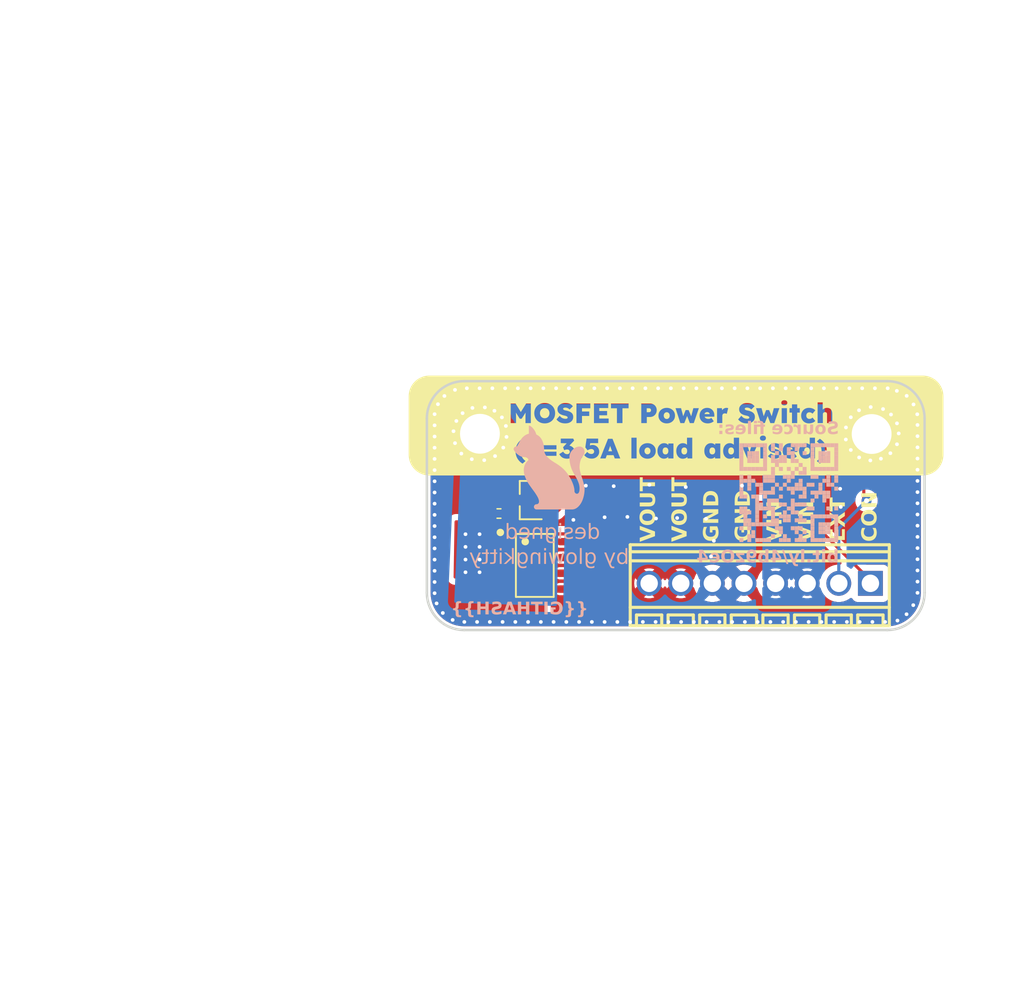
<source format=kicad_pcb>
(kicad_pcb (version 20240108) (generator "pcbnew") (generator_version "8.0")
  (layers (0 "F.Cu" signal) (31 "B.Cu" signal) (34 "B.Paste" user) (35 "F.Paste" user) (36 "B.SilkS" user "B.Silkscreen") (37 "F.SilkS" user "F.Silkscreen") (38 "B.Mask" user) (39 "F.Mask" user) (44 "Edge.Cuts" user))
  (net 0 "")
  (net 1 "control")
  (net 2 "gnd")
  (net 3 "_2")
  (net 4 "mosfet_power_switch-vcc")
  (net 5 "mosfet_power_switch-vcc-1")
  (footprint "lib:CONN-TH_XY308-2.54-8P" (layer "F.Cu") (at 155.74 90.87 180)
    (property "Reference" "U1" (hide yes))
    (property "Value" "")
  )
  (footprint "lib:MountingHole_3.2mm_M3" (layer "F.Cu") (at 133.25 78.85)
    (property "Reference" "U2" (hide yes))
    (property "Value" "")
  )
  (footprint "lib:R0402" (layer "F.Cu") (at 134.78 85.26)
    (property "Reference" "R1" (hide yes))
    (property "Value" "62.5mW Thick Film Resistors 50V ±100ppm/℃ ±1% 100kΩ 0402  Chip Resistor - Surface Mount ROHS")
  )
  (footprint "lib:MountingHole_3.2mm_M3" (layer "F.Cu") (at 164.73 78.87)
    (property "Reference" "U3" (hide yes))
    (property "Value" "")
  )
  (footprint "lib:SOT-23-3_L2.9-W1.6-P1.90-LS2.8-BR" (layer "F.Cu") (at 137.33 84.18)
    (property "Reference" "Q2" (hide yes))
    (property "Value" "")
  )
  (footprint "lib:SOIC-8_L4.9-W3.9-P1.27-LS6.0-BL" (layer "F.Cu") (at 137.66 89.43 -90)
    (property "Reference" "Q1" (hide yes))
    (property "Value" "")
  )
  (footprint "lib:R0402" (layer "F.Cu") (at 139.96 84.09 90)
    (property "Reference" "R2" (hide yes))
    (property "Value" "62.5mW Thick Film Resistors 50V ±100ppm/℃ ±1% 100kΩ 0402  Chip Resistor - Surface Mount ROHS")
  )
  (gr_poly (pts (xy 154.736715 79.927874) (xy 155.054384 79.927874) (xy 155.054384 79.610205) (xy 154.736715 79.610205)) (stroke (width -0.000001)) (fill solid) (layer "B.SilkS"))
  (gr_poly (pts (xy 137.181115 78.843709) (xy 137.156594 78.849765) (xy 137.132372 78.856413) (xy 137.108448 78.863653) (xy 137.084822 78.871483) (xy 137.061494 78.879906) (xy 137.038465 78.88892) (xy 137.015734 78.898525) (xy 136.993302 78.908722) (xy 136.971168 78.91951) (xy 136.949333 78.93089) (xy 136.927796 78.942861) (xy 136.906557 78.955424) (xy 136.885617 78.968578) (xy 136.864976 78.982324) (xy 136.844633 78.996662) (xy 136.824589 79.011591) (xy 136.804943 79.026892) (xy 136.785794 79.042348) (xy 136.767143 79.057958) (xy 136.748989 79.073723) (xy 136.731332 79.089642) (xy 136.714173 79.105715) (xy 136.697511 79.121942) (xy 136.681346 79.138324) (xy 136.665679 79.15486) (xy 136.650509 79.17155) (xy 136.635836 79.188395) (xy 136.62166 79.205394) (xy 136.607981 79.222547) (xy 136.594799 79.239855) (xy 136.582115 79.257317) (xy 136.569927 79.274933) (xy 136.546404 79.310269) (xy 136.523575 79.345501) (xy 136.501442 79.380631) (xy 136.480004 79.415657) (xy 136.459263 79.450581) (xy 136.439218 79.485402) (xy 136.419871 79.52012) (xy 136.401221 79.554735) (xy 136.365602 79.620983) (xy 136.331976 79.68147) (xy 136.315911 79.709552) (xy 136.300344 79.736194) (xy 136.285275 79.761394) (xy 136.270705 79.785152) (xy 136.263566 79.796314) (xy 136.256477 79.806757) (xy 136.249437 79.816478) (xy 136.242448 79.82548) (xy 136.235508 79.833762) (xy 136.228619 79.841323) (xy 136.221779 79.848165) (xy 136.214989 79.854286) (xy 136.20825 79.859687) (xy 136.204898 79.862117) (xy 136.20156 79.864368) (xy 136.198234 79.866438) (xy 136.19492 79.868329) (xy 136.191619 79.870039) (xy 136.18833 79.871569) (xy 136.185053 79.87292) (xy 136.18179 79.87409) (xy 136.178538 79.87508) (xy 136.175299 79.87589) (xy 136.172073 79.87652) (xy 136.168859 79.87697) (xy 136.165658 79.87724) (xy 136.162469 79.87733) (xy 136.152211 79.877575) (xy 136.142127 79.878308) (xy 136.132217 79.87953) (xy 136.122482 79.88124) (xy 136.11292 79.88344) (xy 136.103532 79.886127) (xy 136.094319 79.889304) (xy 136.085279 79.892969) (xy 136.076414 79.897123) (xy 136.067722 79.901765) (xy 136.059205 79.906895) (xy 136.050862 79.912514) (xy 136.042692 79.918622) (xy 136.034697 79.925218) (xy 136.026876 79.932302) (xy 136.019229 79.939875) (xy 136.011905 79.947782) (xy 136.005054 79.955869) (xy 135.998675 79.964137) (xy 135.992768 79.972584) (xy 135.987333 79.981212) (xy 135.982371 79.99002) (xy 135.977882 79.999007) (xy 135.973865 80.008175) (xy 135.97032 80.017524) (xy 135.967248 80.027052) (xy 135.964648 80.03676) (xy 135.962521 80.046649) (xy 135.960867 80.056718) (xy 135.959685 80.066967) (xy 135.958976 80.077396) (xy 135.95874 80.088005) (xy 135.959187 80.096557) (xy 135.96053 80.105751) (xy 135.962768 80.115588) (xy 135.965901 80.126069) (xy 135.969929 80.137192) (xy 135.974852 80.148958) (xy 135.980671 80.161367) (xy 135.987385 80.174418) (xy 135.994994 80.188113) (xy 136.003498 80.202451) (xy 136.012898 80.217431) (xy 136.023193 80.233054) (xy 136.034384 80.24932) (xy 136.04647 80.266229) (xy 136.073328 80.301976) (xy 136.087988 80.320441) (xy 136.103321 80.338803) (xy 136.119324 80.357062) (xy 136.135999 80.375218) (xy 136.153346 80.393271) (xy 136.171364 80.411221) (xy 136.190054 80.429069) (xy 136.209415 80.446814) (xy 136.229448 80.464455) (xy 136.250152 80.481994) (xy 136.271528 80.49943) (xy 136.293575 80.516763) (xy 136.316294 80.533993) (xy 136.339684 80.551121) (xy 136.388479 80.585067) (xy 136.413486 80.60141) (xy 136.438368 80.616699) (xy 136.463126 80.630933) (xy 136.487759 80.644113) (xy 136.512268 80.656238) (xy 136.536652 80.667309) (xy 136.560912 80.677326) (xy 136.585047 80.686288) (xy 136.609058 80.694196) (xy 136.632945 80.701049) (xy 136.656708 80.706848) (xy 136.680346 80.711593) (xy 136.70386 80.715284) (xy 136.72725 80.717919) (xy 136.750516 80.719501) (xy 136.773657 80.720028) (xy 136.810961 80.720954) (xy 136.828941 80.722112) (xy 136.846474 80.723732) (xy 136.863559 80.725815) (xy 136.880197 80.728361) (xy 136.896387 80.73137) (xy 136.912129 80.734842) (xy 136.927424 80.738777) (xy 136.942271 80.743175) (xy 136.95667 80.748036) (xy 136.970622 80.75336) (xy 136.984126 80.759146) (xy 136.997182 80.765396) (xy 137.009791 80.772108) (xy 137.021952 80.779283) (xy 137.033665 80.786922) (xy 137.044931 80.795023) (xy 137.055749 80.803587) (xy 137.06612 80.812613) (xy 137.076042 80.822103) (xy 137.085518 80.832056) (xy 137.094545 80.842471) (xy 137.103125 80.85335) (xy 137.111257 80.864691) (xy 137.118942 80.876495) (xy 137.126179 80.888762) (xy 137.132968 80.901492) (xy 137.13931 80.914684) (xy 137.145204 80.92834) (xy 137.15065 80.942458) (xy 137.155649 80.957039) (xy 137.109392 80.998033) (xy 137.066119 81.040363) (xy 137.025831 81.084031) (xy 136.988527 81.129036) (xy 136.954208 81.175379) (xy 136.922873 81.223059) (xy 136.894522 81.272076) (xy 136.869155 81.32243) (xy 136.846773 81.374121) (xy 136.827375 81.42715) (xy 136.810961 81.481516) (xy 136.797532 81.537219) (xy 136.787086 81.594258) (xy 136.779626 81.652635) (xy 136.775149 81.712349) (xy 136.773657 81.773401) (xy 136.774154 81.809687) (xy 136.775647 81.846128) (xy 136.778134 81.882724) (xy 136.781616 81.919474) (xy 136.786093 81.956379) (xy 136.791564 81.993437) (xy 136.798031 82.030651) (xy 136.805492 82.068018) (xy 136.813948 82.10554) (xy 136.823398 82.143217) (xy 136.833843 82.181047) (xy 136.845283 82.219032) (xy 136.857717 82.257171) (xy 136.871146 82.295464) (xy 136.88557 82.333911) (xy 136.900988 82.372512) (xy 136.933614 82.449046) (xy 136.967833 82.523934) (xy 137.003643 82.597176) (xy 137.041046 82.668772) (xy 137.080042 82.738721) (xy 137.120629 82.807025) (xy 137.162809 82.873683) (xy 137.206581 82.938694) (xy 137.295714 83.066043) (xy 137.384844 83.191337) (xy 137.473974 83.314575) (xy 137.563107 83.435757) (xy 137.606879 83.495627) (xy 137.649059 83.555085) (xy 137.689646 83.61413) (xy 137.728642 83.672763) (xy 137.766045 83.730985) (xy 137.801856 83.788795) (xy 137.836074 83.846195) (xy 137.868701 83.903185) (xy 137.884119 83.931359) (xy 137.898542 83.959096) (xy 137.911971 83.986395) (xy 137.924406 84.013258) (xy 137.935845 84.039683) (xy 137.94629 84.065671) (xy 137.955741 84.091221) (xy 137.964197 84.116334) (xy 137.971658 84.14101) (xy 137.978124 84.165249) (xy 137.983596 84.18905) (xy 137.988073 84.212414) (xy 137.991555 84.23534) (xy 137.994042 84.257829) (xy 137.995534 84.27988) (xy 137.996032 84.301494) (xy 137.995808 84.312888) (xy 137.995137 84.324024) (xy 137.994018 84.334903) (xy 137.992451 84.345524) (xy 137.990437 84.355889) (xy 137.987975 84.365996) (xy 137.985066 84.375845) (xy 137.981708 84.385438) (xy 137.977903 84.394773) (xy 137.97365 84.403851) (xy 137.96895 84.412672) (xy 137.963801 84.421236) (xy 137.958205 84.429543) (xy 137.95216 84.437592) (xy 137.945668 84.445385) (xy 137.938728 84.452921) (xy 137.931443 84.460096) (xy 137.923909 84.466809) (xy 137.916125 84.473058) (xy 137.908093 84.478844) (xy 137.899812 84.484167) (xy 137.891281 84.489027) (xy 137.882502 84.493425) (xy 137.873475 84.497359) (xy 137.864198 84.50083) (xy 137.854673 84.503838) (xy 137.844899 84.506384) (xy 137.834877 84.508466) (xy 137.824606 84.510086) (xy 137.814086 84.511243) (xy 137.803319 84.511937) (xy 137.792302 84.512168) (xy 137.782044 84.512413) (xy 137.77196 84.513146) (xy 137.762051 84.514368) (xy 137.752315 84.516078) (xy 137.742753 84.518278) (xy 137.733365 84.520965) (xy 137.724152 84.524142) (xy 137.715112 84.527807) (xy 137.706247 84.531961) (xy 137.697555 84.536603) (xy 137.689038 84.541733) (xy 137.680695 84.547352) (xy 137.672526 84.55346) (xy 137.66453 84.560056) (xy 137.656709 84.56714) (xy 137.649062 84.574713) (xy 137.641738 84.58262) (xy 137.634887 84.590708) (xy 137.628508 84.598975) (xy 137.622601 84.607423) (xy 137.617167 84.61605) (xy 137.612205 84.624858) (xy 137.607715 84.633846) (xy 137.603698 84.643014) (xy 137.600153 84.652362) (xy 137.597081 84.66189) (xy 137.594482 84.671599) (xy 137.592355 84.681487) (xy 137.5907 84.691556) (xy 137.589519 84.701805) (xy 137.58881 84.712234) (xy 137.588573 84.722844) (xy 137.58881 84.733453) (xy 137.589519 84.743882) (xy 137.5907 84.75413) (xy 137.592355 84.764199) (xy 137.594482 84.774088) (xy 137.597081 84.783796) (xy 137.600153 84.793324) (xy 137.603698 84.802673) (xy 137.607715 84.811841) (xy 137.612205 84.820829) (xy 137.617167 84.829636) (xy 137.622601 84.838264) (xy 137.628508 84.846711) (xy 137.634887 84.854979) (xy 137.641738 84.863066) (xy 137.649062 84.870973) (xy 137.656709 84.878546) (xy 137.66453 84.88563) (xy 137.672526 84.892226) (xy 137.680695 84.898334) (xy 137.689038 84.903953) (xy 137.697555 84.909083) (xy 137.706247 84.913726) (xy 137.715112 84.917879) (xy 137.724152 84.921544) (xy 137.733365 84.924721) (xy 137.742753 84.927409) (xy 137.752315 84.929608) (xy 137.762051 84.931318) (xy 137.77196 84.93254) (xy 137.782044 84.933274) (xy 137.792302 84.933518) (xy 140.644511 84.933518) (xy 140.680907 84.932554) (xy 140.71688 84.929661) (xy 140.752431 84.924839) (xy 140.787559 84.918089) (xy 140.822264 84.909409) (xy 140.856546 84.898802) (xy 140.890406 84.886265) (xy 140.923843 84.871799) (xy 140.956857 84.855405) (xy 140.989448 84.837082) (xy 141.021616 84.81683) (xy 141.053362 84.794649) (xy 141.084684 84.770539) (xy 141.115584 84.7445) (xy 141.146062 84.716532) (xy 141.176116 84.686635) (xy 141.205512 84.655246) (xy 141.234012 84.622803) (xy 141.261617 84.589306) (xy 141.288327 84.554754) (xy 141.314141 84.519148) (xy 141.33906 84.482488) (xy 141.363084 84.444773) (xy 141.386212 84.406005) (xy 141.408445 84.366182) (xy 141.429783 84.325305) (xy 141.450226 84.283374) (xy 141.469773 84.240389) (xy 141.488425 84.196349) (xy 141.506182 84.151256) (xy 141.523043 84.105109) (xy 141.539009 84.057908) (xy 141.568106 83.961725) (xy 141.593323 83.864102) (xy 141.614661 83.76504) (xy 141.632119 83.664537) (xy 141.645698 83.562594) (xy 141.655397 83.459211) (xy 141.661217 83.354387) (xy 141.663156 83.248122) (xy 141.662361 83.220143) (xy 141.659973 83.188871) (xy 141.650423 83.116453) (xy 141.634507 83.030866) (xy 141.612224 82.932112) (xy 141.583574 82.820191) (xy 141.548558 82.695102) (xy 141.507176 82.556846) (xy 141.459427 82.405424) (xy 141.411678 82.254002) (xy 141.370296 82.115746) (xy 141.33528 81.990657) (xy 141.306631 81.878736) (xy 141.284348 81.779981) (xy 141.275594 81.735542) (xy 141.268431 81.694395) (xy 141.262861 81.65654) (xy 141.258881 81.621977) (xy 141.256494 81.590705) (xy 141.255698 81.562726) (xy 141.256494 81.501572) (xy 141.258881 81.44155) (xy 141.262861 81.382658) (xy 141.268431 81.324898) (xy 141.275594 81.26827) (xy 141.284348 81.212772) (xy 141.294693 81.158406) (xy 141.306631 81.105171) (xy 141.32016 81.053068) (xy 141.33528 81.002097) (xy 141.351992 80.952256) (xy 141.370296 80.903548) (xy 141.390191 80.85597) (xy 141.411678 80.809525) (xy 141.434757 80.764211) (xy 141.459427 80.720028) (xy 141.461865 80.715862) (xy 141.465993 80.709947) (xy 141.471812 80.702284) (xy 141.479323 80.692872) (xy 141.488525 80.681712) (xy 141.499417 80.668803) (xy 141.526276 80.63774) (xy 141.541049 80.620249) (xy 141.555125 80.602347) (xy 141.568504 80.584035) (xy 141.581188 80.565312) (xy 141.593174 80.546179) (xy 141.604465 80.526635) (xy 141.615059 80.50668) (xy 141.624957 80.486314) (xy 141.629583 80.475938) (xy 141.63391 80.465381) (xy 141.637939 80.454645) (xy 141.641669 80.443729) (xy 141.645101 80.432632) (xy 141.648235 80.421355) (xy 141.65107 80.409898) (xy 141.653607 80.398261) (xy 141.655845 80.386444) (xy 141.657785 80.374447) (xy 141.659426 80.362269) (xy 141.660769 80.349911) (xy 141.661813 80.337374) (xy 141.66256 80.324656) (xy 141.663007 80.311758) (xy 141.663156 80.298679) (xy 141.662696 80.27668) (xy 141.661316 80.255117) (xy 141.659016 80.23399) (xy 141.655795 80.213301) (xy 141.651654 80.193049) (xy 141.646593 80.173233) (xy 141.640612 80.153855) (xy 141.633711 80.134913) (xy 141.62589 80.116409) (xy 141.617148 80.098342) (xy 141.607486 80.080712) (xy 141.596904 80.06352) (xy 141.585402 80.046765) (xy 141.57298 80.030447) (xy 141.559638 80.014566) (xy 141.545375 79.999123) (xy 141.530441 79.984375) (xy 141.515084 79.970578) (xy 141.499305 79.957733) (xy 141.483102 79.945839) (xy 141.466477 79.934897) (xy 141.449429 79.924906) (xy 141.431959 79.915866) (xy 141.414065 79.907779) (xy 141.395749 79.900642) (xy 141.37701 79.894458) (xy 141.357848 79.889224) (xy 141.338264 79.884942) (xy 141.318257 79.881612) (xy 141.297827 79.879233) (xy 141.276974 79.877806) (xy 141.255698 79.87733) (xy 141.217698 79.878359) (xy 141.180096 79.881445) (xy 141.142891 79.886589) (xy 141.106085 79.893791) (xy 141.069676 79.903049) (xy 141.033665 79.914365) (xy 140.998053 79.927739) (xy 140.962838 79.94317) (xy 140.928021 79.960658) (xy 140.893602 79.980203) (xy 140.85958 80.001806) (xy 140.825957 80.025466) (xy 140.792732 80.051183) (xy 140.759904 80.078958) (xy 140.727475 80.108789) (xy 140.695443 80.140678) (xy 140.664604 80.173801) (xy 140.635755 80.207336) (xy 140.608895 80.241282) (xy 140.584026 80.275639) (xy 140.561146 80.310409) (xy 140.540256 80.345589) (xy 140.521355 80.381181) (xy 140.504444 80.417185) (xy 140.489523 80.4536) (xy 140.476592 80.490427) (xy 140.465649 80.527665) (xy 140.456697 80.565314) (xy 140.449734 80.603376) (xy 140.44476 80.641848) (xy 140.441776 80.680733) (xy 140.440781 80.720028) (xy 140.442075 80.806695) (xy 140.445955 80.892231) (xy 140.452422 80.976634) (xy 140.461476 81.059906) (xy 140.473116 81.142047) (xy 140.487342 81.223057) (xy 140.504154 81.302936) (xy 140.523551 81.381685) (xy 140.544838 81.458473) (xy 140.56732 81.532485) (xy 140.590996 81.60372) (xy 140.615866 81.672177) (xy 140.641929 81.737858) (xy 140.669186 81.800761) (xy 140.697637 81.860886) (xy 140.72728 81.918233) (xy 140.78776 82.029133) (xy 140.84824 82.137972) (xy 140.908722 82.244751) (xy 140.969203 82.349473) (xy 140.998848 82.401674) (xy 141.027298 82.454596) (xy 141.054555 82.50824) (xy 141.080618 82.562606) (xy 141.105488 82.617691) (xy 141.129164 82.673497) (xy 141.151646 82.730023) (xy 141.172934 82.787268) (xy 141.192332 82.844873) (xy 141.201061 82.873676) (xy 141.209143 82.90248) (xy 141.216579 82.931283) (xy 141.223368 82.960087) (xy 141.229511 82.988891) (xy 141.235007 83.017695) (xy 141.239856 83.046499) (xy 141.244059 83.075303) (xy 141.247616 83.104107) (xy 141.250525 83.13291) (xy 141.252788 83.161714) (xy 141.254405 83.190517) (xy 141.255375 83.219319) (xy 141.255698 83.248122) (xy 141.255474 83.274828) (xy 141.254803 83.300635) (xy 141.253684 83.325541) (xy 141.252117 83.349548) (xy 141.250102 83.372654) (xy 141.24764 83.394861) (xy 141.24473 83.416167) (xy 141.241373 83.436574) (xy 141.237568 83.45608) (xy 141.233315 83.474687) (xy 141.228615 83.492393) (xy 141.223467 83.509199) (xy 141.217871 83.525105) (xy 141.211828 83.540111) (xy 141.205337 83.554216) (xy 141.198398 83.567421) (xy 141.191112 83.579778) (xy 141.183576 83.591337) (xy 141.175792 83.6021) (xy 141.167759 83.612065) (xy 141.159478 83.621234) (xy 141.150948 83.629605) (xy 141.142169 83.637179) (xy 141.133142 83.643956) (xy 141.123865 83.649936) (xy 141.114341 83.655119) (xy 141.104567 83.659504) (xy 141.094545 83.663092) (xy 141.084274 83.665883) (xy 141.073754 83.667876) (xy 141.062986 83.669072) (xy 141.051969 83.669471) (xy 141.040977 83.66924) (xy 141.030283 83.668545) (xy 141.019888 83.667389) (xy 141.009791 83.665769) (xy 140.999992 83.663686) (xy 140.990492 83.661141) (xy 140.981291 83.658132) (xy 140.972387 83.654661) (xy 140.963782 83.650727) (xy 140.955476 83.64633) (xy 140.947468 83.641469) (xy 140.939759 83.636146) (xy 140.932348 83.63036) (xy 140.925235 83.624111) (xy 140.918421 83.617398) (xy 140.911905 83.610223) (xy 140.905713 83.602918) (xy 140.899869 83.59582) (xy 140.894373 83.588927) (xy 140.889225 83.58224) (xy 140.884425 83.575759) (xy 140.879973 83.569483) (xy 140.87587 83.563414) (xy 140.872115 83.55755) (xy 140.868707 83.551891) (xy 140.865649 83.546439) (xy 140.862938 83.541192) (xy 140.860575 83.536151) (xy 140.858561 83.531316) (xy 140.856895 83.526687) (xy 140.855577 83.522263) (xy 140.854607 83.518045) (xy 140.853115 83.509918) (xy 140.851821 83.501997) (xy 140.850727 83.494283) (xy 140.849832 83.486774) (xy 140.849135 83.479472) (xy 140.848638 83.472375) (xy 140.848339 83.465483) (xy 140.84824 83.458797) (xy 140.847108 83.409548) (xy 140.843714 83.35891) (xy 140.838056 83.306884) (xy 140.830135 83.253469) (xy 140.819951 83.198665) (xy 140.807504 83.142473) (xy 140.792793 83.084892) (xy 140.77582 83.025923) (xy 140.756583 82.965565) (xy 140.735083 82.903818) (xy 140.71132 82.840683) (xy 140.685294 82.776159) (xy 140.657004 82.710246) (xy 140.626451 82.642945) (xy 140.593635 82.574255) (xy 140.558555 82.504177) (xy 140.521762 82.43415) (xy 140.483799 82.365614) (xy 140.444667 82.298571) (xy 140.404366 82.233018) (xy 140.362897 82.168957) (xy 140.320258 82.106388) (xy 140.276451 82.04531) (xy 140.231475 81.985723) (xy 140.185331 81.927629) (xy 140.138017 81.871025) (xy 140.089535 81.815913) (xy 140.039884 81.762293) (xy 139.989064 81.710164) (xy 139.937076 81.659526) (xy 139.883919 81.610381) (xy 139.829594 81.562726) (xy 139.767125 81.511499) (xy 139.700675 81.45986) (xy 139.630246 81.407808) (xy 139.555838 81.355344) (xy 139.477449 81.302468) (xy 139.395081 81.249182) (xy 139.308734 81.195484) (xy 139.218406 81.141377) (xy 139.215026 81.139525) (xy 139.211246 81.137262) (xy 139.207069 81.134587) (xy 139.202493 81.131501) (xy 139.197519 81.128003) (xy 139.192148 81.124094) (xy 139.18638 81.119773) (xy 139.180216 81.115041) (xy 139.145945 81.0939) (xy 139.113166 81.073275) (xy 139.08188 81.053165) (xy 139.052087 81.03357) (xy 139.023786 81.01449) (xy 138.996977 80.995924) (xy 138.971661 80.977873) (xy 138.947836 80.960336) (xy 138.923911 80.942021) (xy 138.898295 80.921651) (xy 138.870988 80.899223) (xy 138.841989 80.87474) (xy 138.8113 80.8482) (xy 138.778919 80.819602) (xy 138.744847 80.788948) (xy 138.709083 80.756236) (xy 138.69104 80.739225) (xy 138.673519 80.72193) (xy 138.65652 80.704352) (xy 138.640044 80.686492) (xy 138.62409 80.668348) (xy 138.608658 80.649922) (xy 138.593748 80.631213) (xy 138.579361 80.612221) (xy 138.565497 80.592946) (xy 138.552154 80.573388) (xy 138.539335 80.553548) (xy 138.527037 80.533425) (xy 138.515263 80.513019) (xy 138.504011 80.492331) (xy 138.493281 80.471359) (xy 138.483074 80.450106) (xy 138.473436 80.42863) (xy 138.46442 80.407) (xy 138.456025 80.385217) (xy 138.448253 80.363279) (xy 138.441103 80.341187) (xy 138.434575 80.318941) (xy 138.428668 80.296541) (xy 138.423383 80.273986) (xy 138.418721 80.251278) (xy 138.41468 80.228416) (xy 138.41126 80.205399) (xy 138.408463 80.182228) (xy 138.406287 80.158904) (xy 138.404733 80.135425) (xy 138.403801 80.111792) (xy 138.40349 80.088005) (xy 138.402868 80.038897) (xy 138.401002 79.99033) (xy 138.397893 79.942303) (xy 138.393541 79.894816) (xy 138.387945 79.847869) (xy 138.381105 79.801463) (xy 138.373022 79.755596) (xy 138.363695 79.71027) (xy 138.353126 79.665484) (xy 138.341312 79.621238) (xy 138.328255 79.577532) (xy 138.313955 79.534366) (xy 138.298412 79.491741) (xy 138.281625 79.449655) (xy 138.263595 79.408109) (xy 138.244322 79.367104) (xy 138.223855 79.327126) (xy 138.202244 79.288666) (xy 138.179488 79.251724) (xy 138.155589 79.216298) (xy 138.130545 79.18239) (xy 138.104357 79.15) (xy 138.077026 79.119126) (xy 138.04855 79.08977) (xy 138.01893 79.061931) (xy 137.988166 79.03561) (xy 137.956258 79.010806) (xy 137.923206 78.987519) (xy 137.889011 78.965749) (xy 137.853671 78.945497) (xy 137.817188 78.926762) (xy 137.77956 78.909545) (xy 137.771852 78.878337) (xy 137.76305 78.847258) (xy 137.753154 78.816307) (xy 137.742163 78.785485) (xy 137.730078 78.754792) (xy 137.716898 78.724227) (xy 137.702623 78.693791) (xy 137.687255 78.663483) (xy 137.670791 78.633304) (xy 137.653233 78.603254) (xy 137.634581 78.573332) (xy 137.614834 78.543539) (xy 137.593992 78.513874) (xy 137.572056 78.484338) (xy 137.549025 78.45493) (xy 137.524899 78.425651) (xy 137.500428 78.397349) (xy 137.476355 78.370874) (xy 137.452681 78.346224) (xy 137.429404 78.3234) (xy 137.406525 78.302402) (xy 137.384044 78.28323) (xy 137.361961 78.265884) (xy 137.340276 78.250364) (xy 137.318989 78.23667) (xy 137.298099 78.224801) (xy 137.277608 78.214759) (xy 137.257514 78.206542) (xy 137.237818 78.200151) (xy 137.218519 78.195586) (xy 137.209019 78.193989) (xy 137.199618 78.192848) (xy 137.190317 78.192163) (xy 137.181115 78.191935)) (stroke (width -0.000001)) (fill solid) (layer "B.SilkS"))
  (gr_poly (pts (xy 157.595739 85.645922) (xy 157.913408 85.645922) (xy 157.913408 85.328253) (xy 157.595739 85.328253)) (stroke (width -0.000001)) (fill solid) (layer "B.SilkS"))
  (gr_poly (pts (xy 159.184085 87.551938) (xy 159.501755 87.551938) (xy 159.501755 87.234268) (xy 159.184085 87.234268)) (stroke (width -0.000001)) (fill solid) (layer "B.SilkS"))
  (gr_poly (pts (xy 156.64273 81.83389) (xy 156.9604 81.83389) (xy 156.9604 81.516221) (xy 156.64273 81.516221)) (stroke (width -0.000001)) (fill solid) (layer "B.SilkS"))
  (gr_poly (pts (xy 156.64273 85.963591) (xy 156.9604 85.963591) (xy 156.9604 85.645922) (xy 156.64273 85.645922)) (stroke (width -0.000001)) (fill solid) (layer "B.SilkS"))
  (gr_poly (pts (xy 161.72544 82.786898) (xy 162.043109 82.786898) (xy 162.043109 82.469229) (xy 161.72544 82.469229)) (stroke (width -0.000001)) (fill solid) (layer "B.SilkS"))
  (gr_poly (pts (xy 161.72544 80.563213) (xy 162.043109 80.563213) (xy 162.043109 80.245544) (xy 161.72544 80.245544)) (stroke (width -0.000001)) (fill solid) (layer "B.SilkS"))
  (gr_poly (pts (xy 157.595739 80.880882) (xy 157.913408 80.880882) (xy 157.913408 80.563213) (xy 157.595739 80.563213)) (stroke (width -0.000001)) (fill solid) (layer "B.SilkS"))
  (gr_poly (pts (xy 161.72544 87.234268) (xy 162.043109 87.234268) (xy 162.043109 86.916599) (xy 161.72544 86.916599)) (stroke (width -0.000001)) (fill solid) (layer "B.SilkS"))
  (gr_poly (pts (xy 154.101376 79.927874) (xy 154.419046 79.927874) (xy 154.419046 79.610205) (xy 154.101376 79.610205)) (stroke (width -0.000001)) (fill solid) (layer "B.SilkS"))
  (gr_poly (pts (xy 160.454762 87.551938) (xy 160.772432 87.551938) (xy 160.772432 87.234268) (xy 160.454762 87.234268)) (stroke (width -0.000001)) (fill solid) (layer "B.SilkS"))
  (gr_poly (pts (xy 156.9604 86.281261) (xy 157.278069 86.281261) (xy 157.278069 85.963591) (xy 156.9604 85.963591)) (stroke (width -0.000001)) (fill solid) (layer "B.SilkS"))
  (gr_poly (pts (xy 156.007392 81.516221) (xy 156.325061 81.516221) (xy 156.325061 81.198552) (xy 156.007392 81.198552)) (stroke (width -0.000001)) (fill solid) (layer "B.SilkS"))
  (gr_poly (pts (xy 155.372053 83.104567) (xy 155.689723 83.104567) (xy 155.689723 82.786898) (xy 155.372053 82.786898)) (stroke (width -0.000001)) (fill solid) (layer "B.SilkS"))
  (gr_poly (pts (xy 158.548747 81.83389) (xy 158.866416 81.83389) (xy 158.866416 81.516221) (xy 158.548747 81.516221)) (stroke (width -0.000001)) (fill solid) (layer "B.SilkS"))
  (gr_poly (pts (xy 158.231077 84.692914) (xy 158.548747 84.692914) (xy 158.548747 84.375245) (xy 158.231077 84.375245)) (stroke (width -0.000001)) (fill solid) (layer "B.SilkS"))
  (gr_poly (pts (xy 156.325061 82.786898) (xy 156.64273 82.786898) (xy 156.64273 82.469229) (xy 156.325061 82.469229)) (stroke (width -0.000001)) (fill solid) (layer "B.SilkS"))
  (gr_poly (pts (xy 157.913408 85.010584) (xy 158.231077 85.010584) (xy 158.231077 84.692914) (xy 157.913408 84.692914)) (stroke (width -0.000001)) (fill solid) (layer "B.SilkS"))
  (gr_poly (pts (xy 155.054384 86.281261) (xy 155.372053 86.281261) (xy 155.372053 85.963591) (xy 155.054384 85.963591)) (stroke (width -0.000001)) (fill solid) (layer "B.SilkS"))
  (gr_poly (pts (xy 161.090101 83.739906) (xy 161.40777 83.739906) (xy 161.40777 83.422237) (xy 161.090101 83.422237)) (stroke (width -0.000001)) (fill solid) (layer "B.SilkS"))
  (gr_poly (pts (xy 155.689723 84.692914) (xy 156.007392 84.692914) (xy 156.007392 84.375245) (xy 155.689723 84.375245)) (stroke (width -0.000001)) (fill solid) (layer "B.SilkS"))
  (gr_poly (pts (xy 158.548747 86.916599) (xy 158.866416 86.916599) (xy 158.866416 86.59893) (xy 158.548747 86.59893)) (stroke (width -0.000001)) (fill solid) (layer "B.SilkS"))
  (gr_poly (pts (xy 157.913408 85.645922) (xy 158.231077 85.645922) (xy 158.231077 85.328253) (xy 157.913408 85.328253)) (stroke (width -0.000001)) (fill solid) (layer "B.SilkS"))
  (gr_poly (pts (xy 158.866416 86.59893) (xy 159.184085 86.59893) (xy 159.184085 86.281261) (xy 158.866416 86.281261)) (stroke (width -0.000001)) (fill solid) (layer "B.SilkS"))
  (gr_poly (pts (xy 156.9604 85.963591) (xy 157.278069 85.963591) (xy 157.278069 85.645922) (xy 156.9604 85.645922)) (stroke (width -0.000001)) (fill solid) (layer "B.SilkS"))
  (gr_poly (pts (xy 161.72544 80.880882) (xy 162.043109 80.880882) (xy 162.043109 80.563213) (xy 161.72544 80.563213)) (stroke (width -0.000001)) (fill solid) (layer "B.SilkS"))
  (gr_poly (pts (xy 159.819424 84.375245) (xy 160.137093 84.375245) (xy 160.137093 84.057575) (xy 159.819424 84.057575)) (stroke (width -0.000001)) (fill solid) (layer "B.SilkS"))
  (gr_poly (pts (xy 154.419046 85.010584) (xy 154.736715 85.010584) (xy 154.736715 84.692914) (xy 154.419046 84.692914)) (stroke (width -0.000001)) (fill solid) (layer "B.SilkS"))
  (gr_poly (pts (xy 159.501755 83.104567) (xy 159.819424 83.104567) (xy 159.819424 82.786898) (xy 159.501755 82.786898)) (stroke (width -0.000001)) (fill solid) (layer "B.SilkS"))
  (gr_poly (pts (xy 156.64273 82.151559) (xy 156.9604 82.151559) (xy 156.9604 81.83389) (xy 156.64273 81.83389)) (stroke (width -0.000001)) (fill solid) (layer "B.SilkS"))
  (gr_poly (pts (xy 159.819424 81.516221) (xy 160.137093 81.516221) (xy 160.137093 81.198552) (xy 159.819424 81.198552)) (stroke (width -0.000001)) (fill solid) (layer "B.SilkS"))
  (gr_poly (pts (xy 160.454762 86.59893) (xy 160.772432 86.59893) (xy 160.772432 86.281261) (xy 160.454762 86.281261)) (stroke (width -0.000001)) (fill solid) (layer "B.SilkS"))
  (gr_poly (pts (xy 160.454762 81.83389) (xy 160.772432 81.83389) (xy 160.772432 81.516221) (xy 160.454762 81.516221)) (stroke (width -0.000001)) (fill solid) (layer "B.SilkS"))
  (gr_poly (pts (xy 159.819424 80.563213) (xy 160.137093 80.563213) (xy 160.137093 80.245544) (xy 159.819424 80.245544)) (stroke (width -0.000001)) (fill solid) (layer "B.SilkS"))
  (gr_poly (pts (xy 156.9604 83.104567) (xy 157.278069 83.104567) (xy 157.278069 82.786898) (xy 156.9604 82.786898)) (stroke (width -0.000001)) (fill solid) (layer "B.SilkS"))
  (gr_poly (pts (xy 159.819424 83.104567) (xy 160.137093 83.104567) (xy 160.137093 82.786898) (xy 159.819424 82.786898)) (stroke (width -0.000001)) (fill solid) (layer "B.SilkS"))
  (gr_poly (pts (xy 157.595739 83.104567) (xy 157.913408 83.104567) (xy 157.913408 82.786898) (xy 157.595739 82.786898)) (stroke (width -0.000001)) (fill solid) (layer "B.SilkS"))
  (gr_poly (pts (xy 155.372053 81.83389) (xy 155.689723 81.83389) (xy 155.689723 81.516221) (xy 155.372053 81.516221)) (stroke (width -0.000001)) (fill solid) (layer "B.SilkS"))
  (gr_poly (pts (xy 159.819424 86.281261) (xy 160.137093 86.281261) (xy 160.137093 85.963591) (xy 159.819424 85.963591)) (stroke (width -0.000001)) (fill solid) (layer "B.SilkS"))
  (gr_poly (pts (xy 161.090101 82.469229) (xy 161.40777 82.469229) (xy 161.40777 82.151559) (xy 161.090101 82.151559)) (stroke (width -0.000001)) (fill solid) (layer "B.SilkS"))
  (gr_poly (pts (xy 158.231077 79.927874) (xy 158.548747 79.927874) (xy 158.548747 79.610205) (xy 158.231077 79.610205)) (stroke (width -0.000001)) (fill solid) (layer "B.SilkS"))
  (gr_poly (pts (xy 158.866416 84.692914) (xy 159.184085 84.692914) (xy 159.184085 84.375245) (xy 158.866416 84.375245)) (stroke (width -0.000001)) (fill solid) (layer "B.SilkS"))
  (gr_poly (pts (xy 159.184085 84.057575) (xy 159.501755 84.057575) (xy 159.501755 83.739906) (xy 159.184085 83.739906)) (stroke (width -0.000001)) (fill solid) (layer "B.SilkS"))
  (gr_poly (pts (xy 154.101376 83.422237) (xy 154.419046 83.422237) (xy 154.419046 83.104567) (xy 154.101376 83.104567)) (stroke (width -0.000001)) (fill solid) (layer "B.SilkS"))
  (gr_poly (pts (xy 159.819424 87.234268) (xy 160.137093 87.234268) (xy 160.137093 86.916599) (xy 159.819424 86.916599)) (stroke (width -0.000001)) (fill solid) (layer "B.SilkS"))
  (gr_poly (pts (xy 155.689723 79.927874) (xy 156.007392 79.927874) (xy 156.007392 79.610205) (xy 155.689723 79.610205)) (stroke (width -0.000001)) (fill solid) (layer "B.SilkS"))
  (gr_poly (pts (xy 157.278069 87.551938) (xy 157.595739 87.551938) (xy 157.595739 87.234268) (xy 157.278069 87.234268)) (stroke (width -0.000001)) (fill solid) (layer "B.SilkS"))
  (gr_poly (pts (xy 155.689723 87.551938) (xy 156.007392 87.551938) (xy 156.007392 87.234268) (xy 155.689723 87.234268)) (stroke (width -0.000001)) (fill solid) (layer "B.SilkS"))
  (gr_poly (pts (xy 158.866416 87.551938) (xy 159.184085 87.551938) (xy 159.184085 87.234268) (xy 158.866416 87.234268)) (stroke (width -0.000001)) (fill solid) (layer "B.SilkS"))
  (gr_poly (pts (xy 157.913408 80.563213) (xy 158.231077 80.563213) (xy 158.231077 80.245544) (xy 157.913408 80.245544)) (stroke (width -0.000001)) (fill solid) (layer "B.SilkS"))
  (gr_poly (pts (xy 155.689723 83.104567) (xy 156.007392 83.104567) (xy 156.007392 82.786898) (xy 155.689723 82.786898)) (stroke (width -0.000001)) (fill solid) (layer "B.SilkS"))
  (gr_poly (pts (xy 156.007392 79.927874) (xy 156.325061 79.927874) (xy 156.325061 79.610205) (xy 156.007392 79.610205)) (stroke (width -0.000001)) (fill solid) (layer "B.SilkS"))
  (gr_poly (pts (xy 158.231077 84.375245) (xy 158.548747 84.375245) (xy 158.548747 84.057575) (xy 158.231077 84.057575)) (stroke (width -0.000001)) (fill solid) (layer "B.SilkS"))
  (gr_poly (pts (xy 156.007392 82.786898) (xy 156.325061 82.786898) (xy 156.325061 82.469229) (xy 156.007392 82.469229)) (stroke (width -0.000001)) (fill solid) (layer "B.SilkS"))
  (gr_poly (pts (xy 156.9604 81.198552) (xy 157.278069 81.198552) (xy 157.278069 80.880882) (xy 156.9604 80.880882)) (stroke (width -0.000001)) (fill solid) (layer "B.SilkS"))
  (gr_poly (pts (xy 161.090101 81.83389) (xy 161.40777 81.83389) (xy 161.40777 81.516221) (xy 161.090101 81.516221)) (stroke (width -0.000001)) (fill solid) (layer "B.SilkS"))
  (gr_poly (pts (xy 160.454762 86.281261) (xy 160.772432 86.281261) (xy 160.772432 85.963591) (xy 160.454762 85.963591)) (stroke (width -0.000001)) (fill solid) (layer "B.SilkS"))
  (gr_poly (pts (xy 155.054384 84.057575) (xy 155.372053 84.057575) (xy 155.372053 83.739906) (xy 155.054384 83.739906)) (stroke (width -0.000001)) (fill solid) (layer "B.SilkS"))
  (gr_poly (pts (xy 156.9604 80.563213) (xy 157.278069 80.563213) (xy 157.278069 80.245544) (xy 156.9604 80.245544)) (stroke (width -0.000001)) (fill solid) (layer "B.SilkS"))
  (gr_poly (pts (xy 159.819424 85.010584) (xy 160.137093 85.010584) (xy 160.137093 84.692914) (xy 159.819424 84.692914)) (stroke (width -0.000001)) (fill solid) (layer "B.SilkS"))
  (gr_poly (pts (xy 160.454762 86.916599) (xy 160.772432 86.916599) (xy 160.772432 86.59893) (xy 160.454762 86.59893)) (stroke (width -0.000001)) (fill solid) (layer "B.SilkS"))
  (gr_poly (pts (xy 160.454762 85.645922) (xy 160.772432 85.645922) (xy 160.772432 85.328253) (xy 160.454762 85.328253)) (stroke (width -0.000001)) (fill solid) (layer "B.SilkS"))
  (gr_poly (pts (xy 154.101376 82.786898) (xy 154.419046 82.786898) (xy 154.419046 82.469229) (xy 154.101376 82.469229)) (stroke (width -0.000001)) (fill solid) (layer "B.SilkS"))
  (gr_poly (pts (xy 157.913408 85.963591) (xy 158.231077 85.963591) (xy 158.231077 85.645922) (xy 157.913408 85.645922)) (stroke (width -0.000001)) (fill solid) (layer "B.SilkS"))
  (gr_poly (pts (xy 154.101376 81.83389) (xy 154.419046 81.83389) (xy 154.419046 81.516221) (xy 154.101376 81.516221)) (stroke (width -0.000001)) (fill solid) (layer "B.SilkS"))
  (gr_poly (pts (xy 156.64273 85.010584) (xy 156.9604 85.010584) (xy 156.9604 84.692914) (xy 156.64273 84.692914)) (stroke (width -0.000001)) (fill solid) (layer "B.SilkS"))
  (gr_poly (pts (xy 161.090101 86.281261) (xy 161.40777 86.281261) (xy 161.40777 85.963591) (xy 161.090101 85.963591)) (stroke (width -0.000001)) (fill solid) (layer "B.SilkS"))
  (gr_poly (pts (xy 157.278069 80.245544) (xy 157.595739 80.245544) (xy 157.595739 79.927874) (xy 157.278069 79.927874)) (stroke (width -0.000001)) (fill solid) (layer "B.SilkS"))
  (gr_poly (pts (xy 160.137093 81.83389) (xy 160.454762 81.83389) (xy 160.454762 81.516221) (xy 160.137093 81.516221)) (stroke (width -0.000001)) (fill solid) (layer "B.SilkS"))
  (gr_poly (pts (xy 154.101376 83.104567) (xy 154.419046 83.104567) (xy 154.419046 82.786898) (xy 154.101376 82.786898)) (stroke (width -0.000001)) (fill solid) (layer "B.SilkS"))
  (gr_poly (pts (xy 155.372053 80.880882) (xy 155.689723 80.880882) (xy 155.689723 80.563213) (xy 155.372053 80.563213)) (stroke (width -0.000001)) (fill solid) (layer "B.SilkS"))
  (gr_poly (pts (xy 161.40777 83.104567) (xy 161.72544 83.104567) (xy 161.72544 82.786898) (xy 161.40777 82.786898)) (stroke (width -0.000001)) (fill solid) (layer "B.SilkS"))
  (gr_poly (pts (xy 161.72544 79.927874) (xy 162.043109 79.927874) (xy 162.043109 79.610205) (xy 161.72544 79.610205)) (stroke (width -0.000001)) (fill solid) (layer "B.SilkS"))
  (gr_poly (pts (xy 156.325061 84.692914) (xy 156.64273 84.692914) (xy 156.64273 84.375245) (xy 156.325061 84.375245)) (stroke (width -0.000001)) (fill solid) (layer "B.SilkS"))
  (gr_poly (pts (xy 159.819424 80.880882) (xy 160.137093 80.880882) (xy 160.137093 80.563213) (xy 159.819424 80.563213)) (stroke (width -0.000001)) (fill solid) (layer "B.SilkS"))
  (gr_poly (pts (xy 154.101376 80.880882) (xy 154.419046 80.880882) (xy 154.419046 80.563213) (xy 154.101376 80.563213)) (stroke (width -0.000001)) (fill solid) (layer "B.SilkS"))
  (gr_poly (pts (xy 157.278069 81.83389) (xy 157.595739 81.83389) (xy 157.595739 81.516221) (xy 157.278069 81.516221)) (stroke (width -0.000001)) (fill solid) (layer "B.SilkS"))
  (gr_poly (pts (xy 156.64273 79.927874) (xy 156.9604 79.927874) (xy 156.9604 79.610205) (xy 156.64273 79.610205)) (stroke (width -0.000001)) (fill solid) (layer "B.SilkS"))
  (gr_poly (pts (xy 161.72544 85.963591) (xy 162.043109 85.963591) (xy 162.043109 85.645922) (xy 161.72544 85.645922)) (stroke (width -0.000001)) (fill solid) (layer "B.SilkS"))
  (gr_poly (pts (xy 158.866416 83.422237) (xy 159.184085 83.422237) (xy 159.184085 83.104567) (xy 158.866416 83.104567)) (stroke (width -0.000001)) (fill solid) (layer "B.SilkS"))
  (gr_poly (pts (xy 161.72544 81.83389) (xy 162.043109 81.83389) (xy 162.043109 81.516221) (xy 161.72544 81.516221)) (stroke (width -0.000001)) (fill solid) (layer "B.SilkS"))
  (gr_poly (pts (xy 157.595739 81.198552) (xy 157.913408 81.198552) (xy 157.913408 80.880882) (xy 157.595739 80.880882)) (stroke (width -0.000001)) (fill solid) (layer "B.SilkS"))
  (gr_poly (pts (xy 161.72544 83.422237) (xy 162.043109 83.422237) (xy 162.043109 83.104567) (xy 161.72544 83.104567)) (stroke (width -0.000001)) (fill solid) (layer "B.SilkS"))
  (gr_poly (pts (xy 158.231077 83.739906) (xy 158.548747 83.739906) (xy 158.548747 83.422237) (xy 158.231077 83.422237)) (stroke (width -0.000001)) (fill solid) (layer "B.SilkS"))
  (gr_poly (pts (xy 154.101376 81.198552) (xy 154.419046 81.198552) (xy 154.419046 80.880882) (xy 154.101376 80.880882)) (stroke (width -0.000001)) (fill solid) (layer "B.SilkS"))
  (gr_poly (pts (xy 158.231077 80.563213) (xy 158.548747 80.563213) (xy 158.548747 80.245544) (xy 158.231077 80.245544)) (stroke (width -0.000001)) (fill solid) (layer "B.SilkS"))
  (gr_poly (pts (xy 156.007392 86.281261) (xy 156.325061 86.281261) (xy 156.325061 85.963591) (xy 156.007392 85.963591)) (stroke (width -0.000001)) (fill solid) (layer "B.SilkS"))
  (gr_poly (pts (xy 158.548747 80.245544) (xy 158.866416 80.245544) (xy 158.866416 79.927874) (xy 158.548747 79.927874)) (stroke (width -0.000001)) (fill solid) (layer "B.SilkS"))
  (gr_poly (pts (xy 154.736715 85.963591) (xy 155.054384 85.963591) (xy 155.054384 85.645922) (xy 154.736715 85.645922)) (stroke (width -0.000001)) (fill solid) (layer "B.SilkS"))
  (gr_poly (pts (xy 154.736715 87.551938) (xy 155.054384 87.551938) (xy 155.054384 87.234268) (xy 154.736715 87.234268)) (stroke (width -0.000001)) (fill solid) (layer "B.SilkS"))
  (gr_poly (pts (xy 158.231077 85.328253) (xy 158.548747 85.328253) (xy 158.548747 85.010584) (xy 158.231077 85.010584)) (stroke (width -0.000001)) (fill solid) (layer "B.SilkS"))
  (gr_poly (pts (xy 154.736715 87.234268) (xy 155.054384 87.234268) (xy 155.054384 86.916599) (xy 154.736715 86.916599)) (stroke (width -0.000001)) (fill solid) (layer "B.SilkS"))
  (gr_poly (pts (xy 158.866416 79.927874) (xy 159.184085 79.927874) (xy 159.184085 79.610205) (xy 158.866416 79.610205)) (stroke (width -0.000001)) (fill solid) (layer "B.SilkS"))
  (gr_poly (pts (xy 155.689723 86.281261) (xy 156.007392 86.281261) (xy 156.007392 85.963591) (xy 155.689723 85.963591)) (stroke (width -0.000001)) (fill solid) (layer "B.SilkS"))
  (gr_poly (pts (xy 154.419046 84.057575) (xy 154.736715 84.057575) (xy 154.736715 83.739906) (xy 154.419046 83.739906)) (stroke (width -0.000001)) (fill solid) (layer "B.SilkS"))
  (gr_poly (pts (xy 161.72544 80.245544) (xy 162.043109 80.245544) (xy 162.043109 79.927874) (xy 161.72544 79.927874)) (stroke (width -0.000001)) (fill solid) (layer "B.SilkS"))
  (gr_poly (pts (xy 155.372053 87.551938) (xy 155.689723 87.551938) (xy 155.689723 87.234268) (xy 155.372053 87.234268)) (stroke (width -0.000001)) (fill solid) (layer "B.SilkS"))
  (gr_poly (pts (xy 159.184085 85.963591) (xy 159.501755 85.963591) (xy 159.501755 85.645922) (xy 159.184085 85.645922)) (stroke (width -0.000001)) (fill solid) (layer "B.SilkS"))
  (gr_poly (pts (xy 161.090101 83.104567) (xy 161.40777 83.104567) (xy 161.40777 82.786898) (xy 161.090101 82.786898)) (stroke (width -0.000001)) (fill solid) (layer "B.SilkS"))
  (gr_poly (pts (xy 158.231077 83.422237) (xy 158.548747 83.422237) (xy 158.548747 83.104567) (xy 158.231077 83.104567)) (stroke (width -0.000001)) (fill solid) (layer "B.SilkS"))
  (gr_poly (pts (xy 155.372053 85.328253) (xy 155.689723 85.328253) (xy 155.689723 85.010584) (xy 155.372053 85.010584)) (stroke (width -0.000001)) (fill solid) (layer "B.SilkS"))
  (gr_poly (pts (xy 155.054384 87.234268) (xy 155.372053 87.234268) (xy 155.372053 86.916599) (xy 155.054384 86.916599)) (stroke (width -0.000001)) (fill solid) (layer "B.SilkS"))
  (gr_poly (pts (xy 154.101376 82.469229) (xy 154.419046 82.469229) (xy 154.419046 82.151559) (xy 154.101376 82.151559)) (stroke (width -0.000001)) (fill solid) (layer "B.SilkS"))
  (gr_poly (pts (xy 156.64273 87.234268) (xy 156.9604 87.234268) (xy 156.9604 86.916599) (xy 156.64273 86.916599)) (stroke (width -0.000001)) (fill solid) (layer "B.SilkS"))
  (gr_poly (pts (xy 155.372053 80.563213) (xy 155.689723 80.563213) (xy 155.689723 80.245544) (xy 155.372053 80.245544)) (stroke (width -0.000001)) (fill solid) (layer "B.SilkS"))
  (gr_poly (pts (xy 161.40777 85.645922) (xy 161.72544 85.645922) (xy 161.72544 85.328253) (xy 161.40777 85.328253)) (stroke (width -0.000001)) (fill solid) (layer "B.SilkS"))
  (gr_poly (pts (xy 157.913408 83.422237) (xy 158.231077 83.422237) (xy 158.231077 83.104567) (xy 157.913408 83.104567)) (stroke (width -0.000001)) (fill solid) (layer "B.SilkS"))
  (gr_poly (pts (xy 155.372053 84.692914) (xy 155.689723 84.692914) (xy 155.689723 84.375245) (xy 155.372053 84.375245)) (stroke (width -0.000001)) (fill solid) (layer "B.SilkS"))
  (gr_poly (pts (xy 161.72544 82.469229) (xy 162.043109 82.469229) (xy 162.043109 82.151559) (xy 161.72544 82.151559)) (stroke (width -0.000001)) (fill solid) (layer "B.SilkS"))
  (gr_poly (pts (xy 160.772432 84.057575) (xy 161.090101 84.057575) (xy 161.090101 83.739906) (xy 160.772432 83.739906)) (stroke (width -0.000001)) (fill solid) (layer "B.SilkS"))
  (gr_poly (pts (xy 161.72544 85.645922) (xy 162.043109 85.645922) (xy 162.043109 85.328253) (xy 161.72544 85.328253)) (stroke (width -0.000001)) (fill solid) (layer "B.SilkS"))
  (gr_poly (pts (xy 154.419046 81.83389) (xy 154.736715 81.83389) (xy 154.736715 81.516221) (xy 154.419046 81.516221)) (stroke (width -0.000001)) (fill solid) (layer "B.SilkS"))
  (gr_poly (pts (xy 159.819424 79.927874) (xy 160.137093 79.927874) (xy 160.137093 79.610205) (xy 159.819424 79.610205)) (stroke (width -0.000001)) (fill solid) (layer "B.SilkS"))
  (gr_poly (pts (xy 158.866416 83.104567) (xy 159.184085 83.104567) (xy 159.184085 82.786898) (xy 158.866416 82.786898)) (stroke (width -0.000001)) (fill solid) (layer "B.SilkS"))
  (gr_poly (pts (xy 158.548747 83.104567) (xy 158.866416 83.104567) (xy 158.866416 82.786898) (xy 158.548747 82.786898)) (stroke (width -0.000001)) (fill solid) (layer "B.SilkS"))
  (gr_poly (pts (xy 154.419046 85.328253) (xy 154.736715 85.328253) (xy 154.736715 85.010584) (xy 154.419046 85.010584)) (stroke (width -0.000001)) (fill solid) (layer "B.SilkS"))
  (gr_poly (pts (xy 159.184085 79.927874) (xy 159.501755 79.927874) (xy 159.501755 79.610205) (xy 159.184085 79.610205)) (stroke (width -0.000001)) (fill solid) (layer "B.SilkS"))
  (gr_poly (pts (xy 159.819424 86.59893) (xy 160.137093 86.59893) (xy 160.137093 86.281261) (xy 159.819424 86.281261)) (stroke (width -0.000001)) (fill solid) (layer "B.SilkS"))
  (gr_poly (pts (xy 155.054384 81.198552) (xy 155.372053 81.198552) (xy 155.372053 80.880882) (xy 155.054384 80.880882)) (stroke (width -0.000001)) (fill solid) (layer "B.SilkS"))
  (gr_poly (pts (xy 159.819424 80.245544) (xy 160.137093 80.245544) (xy 160.137093 79.927874) (xy 159.819424 79.927874)) (stroke (width -0.000001)) (fill solid) (layer "B.SilkS"))
  (gr_poly (pts (xy 154.736715 82.469229) (xy 155.054384 82.469229) (xy 155.054384 82.151559) (xy 154.736715 82.151559)) (stroke (width -0.000001)) (fill solid) (layer "B.SilkS"))
  (gr_poly (pts (xy 154.736715 81.83389) (xy 155.054384 81.83389) (xy 155.054384 81.516221) (xy 154.736715 81.516221)) (stroke (width -0.000001)) (fill solid) (layer "B.SilkS"))
  (gr_poly (pts (xy 154.101376 87.551938) (xy 154.419046 87.551938) (xy 154.419046 87.234268) (xy 154.101376 87.234268)) (stroke (width -0.000001)) (fill solid) (layer "B.SilkS"))
  (gr_poly (pts (xy 158.231077 80.880882) (xy 158.548747 80.880882) (xy 158.548747 80.563213) (xy 158.231077 80.563213)) (stroke (width -0.000001)) (fill solid) (layer "B.SilkS"))
  (gr_poly (pts (xy 160.772432 82.786898) (xy 161.090101 82.786898) (xy 161.090101 82.469229) (xy 160.772432 82.469229)) (stroke (width -0.000001)) (fill solid) (layer "B.SilkS"))
  (gr_poly (pts (xy 160.454762 83.422237) (xy 160.772432 83.422237) (xy 160.772432 83.104567) (xy 160.454762 83.104567)) (stroke (width -0.000001)) (fill solid) (layer "B.SilkS"))
  (gr_poly (pts (xy 154.736715 86.59893) (xy 155.054384 86.59893) (xy 155.054384 86.281261) (xy 154.736715 86.281261)) (stroke (width -0.000001)) (fill solid) (layer "B.SilkS"))
  (gr_poly (pts (xy 155.372053 79.927874) (xy 155.689723 79.927874) (xy 155.689723 79.610205) (xy 155.372053 79.610205)) (stroke (width -0.000001)) (fill solid) (layer "B.SilkS"))
  (gr_poly (pts (xy 155.689723 81.83389) (xy 156.007392 81.83389) (xy 156.007392 81.516221) (xy 155.689723 81.516221)) (stroke (width -0.000001)) (fill solid) (layer "B.SilkS"))
  (gr_poly (pts (xy 154.419046 82.786898) (xy 154.736715 82.786898) (xy 154.736715 82.469229) (xy 154.419046 82.469229)) (stroke (width -0.000001)) (fill solid) (layer "B.SilkS"))
  (gr_poly (pts (xy 154.419046 85.645922) (xy 154.736715 85.645922) (xy 154.736715 85.328253) (xy 154.419046 85.328253)) (stroke (width -0.000001)) (fill solid) (layer "B.SilkS"))
  (gr_poly (pts (xy 156.325061 87.551938) (xy 156.64273 87.551938) (xy 156.64273 87.234268) (xy 156.325061 87.234268)) (stroke (width -0.000001)) (fill solid) (layer "B.SilkS"))
  (gr_poly (pts (xy 161.090101 84.057575) (xy 161.40777 84.057575) (xy 161.40777 83.739906) (xy 161.090101 83.739906)) (stroke (width -0.000001)) (fill solid) (layer "B.SilkS"))
  (gr_poly (pts (xy 154.101376 85.328253) (xy 154.419046 85.328253) (xy 154.419046 85.010584) (xy 154.101376 85.010584)) (stroke (width -0.000001)) (fill solid) (layer "B.SilkS"))
  (gr_poly (pts (xy 156.325061 86.281261) (xy 156.64273 86.281261) (xy 156.64273 85.963591) (xy 156.325061 85.963591)) (stroke (width -0.000001)) (fill solid) (layer "B.SilkS"))
  (gr_poly (pts (xy 159.501755 85.010584) (xy 159.819424 85.010584) (xy 159.819424 84.692914) (xy 159.501755 84.692914)) (stroke (width -0.000001)) (fill solid) (layer "B.SilkS"))
  (gr_poly (pts (xy 161.72544 86.916599) (xy 162.043109 86.916599) (xy 162.043109 86.59893) (xy 161.72544 86.59893)) (stroke (width -0.000001)) (fill solid) (layer "B.SilkS"))
  (gr_poly (pts (xy 156.325061 83.739906) (xy 156.64273 83.739906) (xy 156.64273 83.422237) (xy 156.325061 83.422237)) (stroke (width -0.000001)) (fill solid) (layer "B.SilkS"))
  (gr_poly (pts (xy 159.184085 80.563213) (xy 159.501755 80.563213) (xy 159.501755 80.245544) (xy 159.184085 80.245544)) (stroke (width -0.000001)) (fill solid) (layer "B.SilkS"))
  (gr_poly (pts (xy 157.278069 86.916599) (xy 157.595739 86.916599) (xy 157.595739 86.59893) (xy 157.278069 86.59893)) (stroke (width -0.000001)) (fill solid) (layer "B.SilkS"))
  (gr_poly (pts (xy 157.278069 81.198552) (xy 157.595739 81.198552) (xy 157.595739 80.880882) (xy 157.278069 80.880882)) (stroke (width -0.000001)) (fill solid) (layer "B.SilkS"))
  (gr_poly (pts (xy 155.372053 84.375245) (xy 155.689723 84.375245) (xy 155.689723 84.057575) (xy 155.372053 84.057575)) (stroke (width -0.000001)) (fill solid) (layer "B.SilkS"))
  (gr_poly (pts (xy 158.231077 81.198552) (xy 158.548747 81.198552) (xy 158.548747 80.880882) (xy 158.231077 80.880882)) (stroke (width -0.000001)) (fill solid) (layer "B.SilkS"))
  (gr_poly (pts (xy 154.419046 79.927874) (xy 154.736715 79.927874) (xy 154.736715 79.610205) (xy 154.419046 79.610205)) (stroke (width -0.000001)) (fill solid) (layer "B.SilkS"))
  (gr_poly (pts (xy 160.454762 83.104567) (xy 160.772432 83.104567) (xy 160.772432 82.786898) (xy 160.454762 82.786898)) (stroke (width -0.000001)) (fill solid) (layer "B.SilkS"))
  (gr_poly (pts (xy 154.736715 80.563213) (xy 155.054384 80.563213) (xy 155.054384 80.245544) (xy 154.736715 80.245544)) (stroke (width -0.000001)) (fill solid) (layer "B.SilkS"))
  (gr_poly (pts (xy 156.9604 84.375245) (xy 157.278069 84.375245) (xy 157.278069 84.057575) (xy 156.9604 84.057575)) (stroke (width -0.000001)) (fill solid) (layer "B.SilkS"))
  (gr_poly (pts (xy 156.64273 80.245544) (xy 156.9604 80.245544) (xy 156.9604 79.927874) (xy 156.64273 79.927874)) (stroke (width -0.000001)) (fill solid) (layer "B.SilkS"))
  (gr_poly (pts (xy 156.64273 80.880882) (xy 156.9604 80.880882) (xy 156.9604 80.563213) (xy 156.64273 80.563213)) (stroke (width -0.000001)) (fill solid) (layer "B.SilkS"))
  (gr_poly (pts (xy 161.090101 79.927874) (xy 161.40777 79.927874) (xy 161.40777 79.610205) (xy 161.090101 79.610205)) (stroke (width -0.000001)) (fill solid) (layer "B.SilkS"))
  (gr_poly (pts (xy 160.454762 80.563213) (xy 160.772432 80.563213) (xy 160.772432 80.245544) (xy 160.454762 80.245544)) (stroke (width -0.000001)) (fill solid) (layer "B.SilkS"))
  (gr_poly (pts (xy 159.819424 82.469229) (xy 160.137093 82.469229) (xy 160.137093 82.151559) (xy 159.819424 82.151559)) (stroke (width -0.000001)) (fill solid) (layer "B.SilkS"))
  (gr_poly (pts (xy 159.184085 82.151559) (xy 159.501755 82.151559) (xy 159.501755 81.83389) (xy 159.184085 81.83389)) (stroke (width -0.000001)) (fill solid) (layer "B.SilkS"))
  (gr_poly (pts (xy 156.007392 81.83389) (xy 156.325061 81.83389) (xy 156.325061 81.516221) (xy 156.007392 81.516221)) (stroke (width -0.000001)) (fill solid) (layer "B.SilkS"))
  (gr_poly (pts (xy 157.595739 85.328253) (xy 157.913408 85.328253) (xy 157.913408 85.010584) (xy 157.595739 85.010584)) (stroke (width -0.000001)) (fill solid) (layer "B.SilkS"))
  (gr_poly (pts (xy 154.101376 80.245544) (xy 154.419046 80.245544) (xy 154.419046 79.927874) (xy 154.101376 79.927874)) (stroke (width -0.000001)) (fill solid) (layer "B.SilkS"))
  (gr_poly (pts (xy 154.736715 83.104567) (xy 155.054384 83.104567) (xy 155.054384 82.786898) (xy 154.736715 82.786898)) (stroke (width -0.000001)) (fill solid) (layer "B.SilkS"))
  (gr_poly (pts (xy 156.64273 81.198552) (xy 156.9604 81.198552) (xy 156.9604 80.880882) (xy 156.64273 80.880882)) (stroke (width -0.000001)) (fill solid) (layer "B.SilkS"))
  (gr_poly (pts (xy 158.548747 85.328253) (xy 158.866416 85.328253) (xy 158.866416 85.010584) (xy 158.548747 85.010584)) (stroke (width -0.000001)) (fill solid) (layer "B.SilkS"))
  (gr_poly (pts (xy 160.772432 79.927874) (xy 161.090101 79.927874) (xy 161.090101 79.610205) (xy 160.772432 79.610205)) (stroke (width -0.000001)) (fill solid) (layer "B.SilkS"))
  (gr_poly (pts (xy 156.9604 86.59893) (xy 157.278069 86.59893) (xy 157.278069 86.281261) (xy 156.9604 86.281261)) (stroke (width -0.000001)) (fill solid) (layer "B.SilkS"))
  (gr_poly (pts (xy 157.595739 82.469229) (xy 157.913408 82.469229) (xy 157.913408 82.151559) (xy 157.595739 82.151559)) (stroke (width -0.000001)) (fill solid) (layer "B.SilkS"))
  (gr_poly (pts (xy 160.772432 86.916599) (xy 161.090101 86.916599) (xy 161.090101 86.59893) (xy 160.772432 86.59893)) (stroke (width -0.000001)) (fill solid) (layer "B.SilkS"))
  (gr_poly (pts (xy 154.736715 80.880882) (xy 155.054384 80.880882) (xy 155.054384 80.563213) (xy 154.736715 80.563213)) (stroke (width -0.000001)) (fill solid) (layer "B.SilkS"))
  (gr_poly (pts (xy 156.007392 80.563213) (xy 156.325061 80.563213) (xy 156.325061 80.245544) (xy 156.007392 80.245544)) (stroke (width -0.000001)) (fill solid) (layer "B.SilkS"))
  (gr_poly (pts (xy 156.9604 81.516221) (xy 157.278069 81.516221) (xy 157.278069 81.198552) (xy 156.9604 81.198552)) (stroke (width -0.000001)) (fill solid) (layer "B.SilkS"))
  (gr_poly (pts (xy 154.419046 85.963591) (xy 154.736715 85.963591) (xy 154.736715 85.645922) (xy 154.419046 85.645922)) (stroke (width -0.000001)) (fill solid) (layer "B.SilkS"))
  (gr_poly (pts (xy 155.054384 86.916599) (xy 155.372053 86.916599) (xy 155.372053 86.59893) (xy 155.054384 86.59893)) (stroke (width -0.000001)) (fill solid) (layer "B.SilkS"))
  (gr_poly (pts (xy 161.40777 79.927874) (xy 161.72544 79.927874) (xy 161.72544 79.610205) (xy 161.40777 79.610205)) (stroke (width -0.000001)) (fill solid) (layer "B.SilkS"))
  (gr_poly (pts (xy 159.819424 86.916599) (xy 160.137093 86.916599) (xy 160.137093 86.59893) (xy 159.819424 86.59893)) (stroke (width -0.000001)) (fill solid) (layer "B.SilkS"))
  (gr_poly (pts (xy 160.772432 80.563213) (xy 161.090101 80.563213) (xy 161.090101 80.245544) (xy 160.772432 80.245544)) (stroke (width -0.000001)) (fill solid) (layer "B.SilkS"))
  (gr_poly (pts (xy 160.772432 83.739906) (xy 161.090101 83.739906) (xy 161.090101 83.422237) (xy 160.772432 83.422237)) (stroke (width -0.000001)) (fill solid) (layer "B.SilkS"))
  (gr_poly (pts (xy 155.054384 80.563213) (xy 155.372053 80.563213) (xy 155.372053 80.245544) (xy 155.054384 80.245544)) (stroke (width -0.000001)) (fill solid) (layer "B.SilkS"))
  (gr_poly (pts (xy 156.64273 85.328253) (xy 156.9604 85.328253) (xy 156.9604 85.010584) (xy 156.64273 85.010584)) (stroke (width -0.000001)) (fill solid) (layer "B.SilkS"))
  (gr_poly (pts (xy 155.372053 85.010584) (xy 155.689723 85.010584) (xy 155.689723 84.692914) (xy 155.372053 84.692914)) (stroke (width -0.000001)) (fill solid) (layer "B.SilkS"))
  (gr_poly (pts (xy 155.054384 82.786898) (xy 155.372053 82.786898) (xy 155.372053 82.469229) (xy 155.054384 82.469229)) (stroke (width -0.000001)) (fill solid) (layer "B.SilkS"))
  (gr_poly (pts (xy 157.913408 80.245544) (xy 158.231077 80.245544) (xy 158.231077 79.927874) (xy 157.913408 79.927874)) (stroke (width -0.000001)) (fill solid) (layer "B.SilkS"))
  (gr_poly (pts (xy 160.772432 80.880882) (xy 161.090101 80.880882) (xy 161.090101 80.563213) (xy 160.772432 80.563213)) (stroke (width -0.000001)) (fill solid) (layer "B.SilkS"))
  (gr_poly (pts (xy 161.090101 80.563213) (xy 161.40777 80.563213) (xy 161.40777 80.245544) (xy 161.090101 80.245544)) (stroke (width -0.000001)) (fill solid) (layer "B.SilkS"))
  (gr_poly (pts (xy 158.548747 86.59893) (xy 158.866416 86.59893) (xy 158.866416 86.281261) (xy 158.548747 86.281261)) (stroke (width -0.000001)) (fill solid) (layer "B.SilkS"))
  (gr_poly (pts (xy 161.090101 85.645922) (xy 161.40777 85.645922) (xy 161.40777 85.328253) (xy 161.090101 85.328253)) (stroke (width -0.000001)) (fill solid) (layer "B.SilkS"))
  (gr_poly (pts (xy 157.278069 84.057575) (xy 157.595739 84.057575) (xy 157.595739 83.739906) (xy 157.278069 83.739906)) (stroke (width -0.000001)) (fill solid) (layer "B.SilkS"))
  (gr_poly (pts (xy 156.007392 80.880882) (xy 156.325061 80.880882) (xy 156.325061 80.563213) (xy 156.007392 80.563213)) (stroke (width -0.000001)) (fill solid) (layer "B.SilkS"))
  (gr_poly (pts (xy 155.372053 86.281261) (xy 155.689723 86.281261) (xy 155.689723 85.963591) (xy 155.372053 85.963591)) (stroke (width -0.000001)) (fill solid) (layer "B.SilkS"))
  (gr_poly (pts (xy 159.819424 87.551938) (xy 160.137093 87.551938) (xy 160.137093 87.234268) (xy 159.819424 87.234268)) (stroke (width -0.000001)) (fill solid) (layer "B.SilkS"))
  (gr_poly (pts (xy 158.231077 85.010584) (xy 158.548747 85.010584) (xy 158.548747 84.692914) (xy 158.231077 84.692914)) (stroke (width -0.000001)) (fill solid) (layer "B.SilkS"))
  (gr_poly (pts (xy 161.090101 85.010584) (xy 161.40777 85.010584) (xy 161.40777 84.692914) (xy 161.090101 84.692914)) (stroke (width -0.000001)) (fill solid) (layer "B.SilkS"))
  (gr_poly (pts (xy 159.819424 85.645922) (xy 160.137093 85.645922) (xy 160.137093 85.328253) (xy 159.819424 85.328253)) (stroke (width -0.000001)) (fill solid) (layer "B.SilkS"))
  (gr_poly (pts (xy 154.101376 81.516221) (xy 154.419046 81.516221) (xy 154.419046 81.198552) (xy 154.101376 81.198552)) (stroke (width -0.000001)) (fill solid) (layer "B.SilkS"))
  (gr_poly (pts (xy 154.736715 82.786898) (xy 155.054384 82.786898) (xy 155.054384 82.469229) (xy 154.736715 82.469229)) (stroke (width -0.000001)) (fill solid) (layer "B.SilkS"))
  (gr_poly (pts (xy 157.278069 80.880882) (xy 157.595739 80.880882) (xy 157.595739 80.563213) (xy 157.278069 80.563213)) (stroke (width -0.000001)) (fill solid) (layer "B.SilkS"))
  (gr_poly (pts (xy 161.72544 85.010584) (xy 162.043109 85.010584) (xy 162.043109 84.692914) (xy 161.72544 84.692914)) (stroke (width -0.000001)) (fill solid) (layer "B.SilkS"))
  (gr_poly (pts (xy 156.007392 83.739906) (xy 156.325061 83.739906) (xy 156.325061 83.422237) (xy 156.007392 83.422237)) (stroke (width -0.000001)) (fill solid) (layer "B.SilkS"))
  (gr_poly (pts (xy 158.231077 86.59893) (xy 158.548747 86.59893) (xy 158.548747 86.281261) (xy 158.231077 86.281261)) (stroke (width -0.000001)) (fill solid) (layer "B.SilkS"))
  (gr_poly (pts (xy 160.454762 83.739906) (xy 160.772432 83.739906) (xy 160.772432 83.422237) (xy 160.454762 83.422237)) (stroke (width -0.000001)) (fill solid) (layer "B.SilkS"))
  (gr_poly (pts (xy 156.64273 82.469229) (xy 156.9604 82.469229) (xy 156.9604 82.151559) (xy 156.64273 82.151559)) (stroke (width -0.000001)) (fill solid) (layer "B.SilkS"))
  (gr_poly (pts (xy 155.054384 80.880882) (xy 155.372053 80.880882) (xy 155.372053 80.563213) (xy 155.054384 80.563213)) (stroke (width -0.000001)) (fill solid) (layer "B.SilkS"))
  (gr_poly (pts (xy 154.101376 84.057575) (xy 154.419046 84.057575) (xy 154.419046 83.739906) (xy 154.101376 83.739906)) (stroke (width -0.000001)) (fill solid) (layer "B.SilkS"))
  (gr_poly (pts (xy 155.054384 81.83389) (xy 155.372053 81.83389) (xy 155.372053 81.516221) (xy 155.054384 81.516221)) (stroke (width -0.000001)) (fill solid) (layer "B.SilkS"))
  (gr_poly (pts (xy 160.772432 86.59893) (xy 161.090101 86.59893) (xy 161.090101 86.281261) (xy 160.772432 86.281261)) (stroke (width -0.000001)) (fill solid) (layer "B.SilkS"))
  (gr_poly (pts (xy 159.184085 81.83389) (xy 159.501755 81.83389) (xy 159.501755 81.516221) (xy 159.184085 81.516221)) (stroke (width -0.000001)) (fill solid) (layer "B.SilkS"))
  (gr_poly (pts (xy 158.548747 84.692914) (xy 158.866416 84.692914) (xy 158.866416 84.375245) (xy 158.548747 84.375245)) (stroke (width -0.000001)) (fill solid) (layer "B.SilkS"))
  (gr_poly (pts (xy 156.64273 86.281261) (xy 156.9604 86.281261) (xy 156.9604 85.963591) (xy 156.64273 85.963591)) (stroke (width -0.000001)) (fill solid) (layer "B.SilkS"))
  (gr_poly (pts (xy 161.40777 87.551938) (xy 161.72544 87.551938) (xy 161.72544 87.234268) (xy 161.40777 87.234268)) (stroke (width -0.000001)) (fill solid) (layer "B.SilkS"))
  (gr_poly (pts (xy 160.454762 79.927874) (xy 160.772432 79.927874) (xy 160.772432 79.610205) (xy 160.454762 79.610205)) (stroke (width -0.000001)) (fill solid) (layer "B.SilkS"))
  (gr_poly (pts (xy 161.72544 81.516221) (xy 162.043109 81.516221) (xy 162.043109 81.198552) (xy 161.72544 81.198552)) (stroke (width -0.000001)) (fill solid) (layer "B.SilkS"))
  (gr_poly (pts (xy 157.595739 87.234268) (xy 157.913408 87.234268) (xy 157.913408 86.916599) (xy 157.595739 86.916599)) (stroke (width -0.000001)) (fill solid) (layer "B.SilkS"))
  (gr_poly (pts (xy 157.595739 87.551938) (xy 157.913408 87.551938) (xy 157.913408 87.234268) (xy 157.595739 87.234268)) (stroke (width -0.000001)) (fill solid) (layer "B.SilkS"))
  (gr_poly (pts (xy 158.866416 81.516221) (xy 159.184085 81.516221) (xy 159.184085 81.198552) (xy 158.866416 81.198552)) (stroke (width -0.000001)) (fill solid) (layer "B.SilkS"))
  (gr_poly (pts (xy 161.72544 86.59893) (xy 162.043109 86.59893) (xy 162.043109 86.281261) (xy 161.72544 86.281261)) (stroke (width -0.000001)) (fill solid) (layer "B.SilkS"))
  (gr_poly (pts (xy 155.372053 85.963591) (xy 155.689723 85.963591) (xy 155.689723 85.645922) (xy 155.372053 85.645922)) (stroke (width -0.000001)) (fill solid) (layer "B.SilkS"))
  (gr_poly (pts (xy 155.689723 83.422237) (xy 156.007392 83.422237) (xy 156.007392 83.104567) (xy 155.689723 83.104567)) (stroke (width -0.000001)) (fill solid) (layer "B.SilkS"))
  (gr_poly (pts (xy 161.090101 86.59893) (xy 161.40777 86.59893) (xy 161.40777 86.281261) (xy 161.090101 86.281261)) (stroke (width -0.000001)) (fill solid) (layer "B.SilkS"))
  (gr_poly (pts (xy 157.595739 85.963591) (xy 157.913408 85.963591) (xy 157.913408 85.645922) (xy 157.595739 85.645922)) (stroke (width -0.000001)) (fill solid) (layer "B.SilkS"))
  (gr_poly (pts (xy 157.913408 82.469229) (xy 158.231077 82.469229) (xy 158.231077 82.151559) (xy 157.913408 82.151559)) (stroke (width -0.000001)) (fill solid) (layer "B.SilkS"))
  (gr_poly (pts (xy 158.548747 81.198552) (xy 158.866416 81.198552) (xy 158.866416 80.880882) (xy 158.548747 80.880882)) (stroke (width -0.000001)) (fill solid) (layer "B.SilkS"))
  (gr_poly (pts (xy 154.419046 86.281261) (xy 154.736715 86.281261) (xy 154.736715 85.963591) (xy 154.419046 85.963591)) (stroke (width -0.000001)) (fill solid) (layer "B.SilkS"))
  (gr_poly (pts (xy 160.137093 84.057575) (xy 160.454762 84.057575) (xy 160.454762 83.739906) (xy 160.137093 83.739906)) (stroke (width -0.000001)) (fill solid) (layer "B.SilkS"))
  (gr_poly (pts (xy 154.736715 83.422237) (xy 155.054384 83.422237) (xy 155.054384 83.104567) (xy 154.736715 83.104567)) (stroke (width -0.000001)) (fill solid) (layer "B.SilkS"))
  (gr_poly (pts (xy 160.772432 81.83389) (xy 161.090101 81.83389) (xy 161.090101 81.516221) (xy 160.772432 81.516221)) (stroke (width -0.000001)) (fill solid) (layer "B.SilkS"))
  (gr_poly (pts (xy 155.372053 85.645922) (xy 155.689723 85.645922) (xy 155.689723 85.328253) (xy 155.372053 85.328253)) (stroke (width -0.000001)) (fill solid) (layer "B.SilkS"))
  (gr_poly (pts (xy 161.72544 81.198552) (xy 162.043109 81.198552) (xy 162.043109 80.880882) (xy 161.72544 80.880882)) (stroke (width -0.000001)) (fill solid) (layer "B.SilkS"))
  (gr_poly (pts (xy 161.090101 86.916599) (xy 161.40777 86.916599) (xy 161.40777 86.59893) (xy 161.090101 86.59893)) (stroke (width -0.000001)) (fill solid) (layer "B.SilkS"))
  (gr_poly (pts (xy 155.054384 79.927874) (xy 155.372053 79.927874) (xy 155.372053 79.610205) (xy 155.054384 79.610205)) (stroke (width -0.000001)) (fill solid) (layer "B.SilkS"))
  (gr_poly (pts (xy 160.772432 85.645922) (xy 161.090101 85.645922) (xy 161.090101 85.328253) (xy 160.772432 85.328253)) (stroke (width -0.000001)) (fill solid) (layer "B.SilkS"))
  (gr_poly (pts (xy 156.007392 84.057575) (xy 156.325061 84.057575) (xy 156.325061 83.739906) (xy 156.007392 83.739906)) (stroke (width -0.000001)) (fill solid) (layer "B.SilkS"))
  (gr_poly (pts (xy 157.278069 84.692914) (xy 157.595739 84.692914) (xy 157.595739 84.375245) (xy 157.278069 84.375245)) (stroke (width -0.000001)) (fill solid) (layer "B.SilkS"))
  (gr_poly (pts (xy 159.819424 81.83389) (xy 160.137093 81.83389) (xy 160.137093 81.516221) (xy 159.819424 81.516221)) (stroke (width -0.000001)) (fill solid) (layer "B.SilkS"))
  (gr_poly (pts (xy 159.184085 84.692914) (xy 159.501755 84.692914) (xy 159.501755 84.375245) (xy 159.184085 84.375245)) (stroke (width -0.000001)) (fill solid) (layer "B.SilkS"))
  (gr_poly (pts (xy 159.819424 85.963591) (xy 160.137093 85.963591) (xy 160.137093 85.645922) (xy 159.819424 85.645922)) (stroke (width -0.000001)) (fill solid) (layer "B.SilkS"))
  (gr_poly (pts (xy 156.325061 82.469229) (xy 156.64273 82.469229) (xy 156.64273 82.151559) (xy 156.325061 82.151559)) (stroke (width -0.000001)) (fill solid) (layer "B.SilkS"))
  (gr_poly (pts (xy 160.772432 84.375245) (xy 161.090101 84.375245) (xy 161.090101 84.057575) (xy 160.772432 84.057575)) (stroke (width -0.000001)) (fill solid) (layer "B.SilkS"))
  (gr_poly (pts (xy 155.689723 83.739906) (xy 156.007392 83.739906) (xy 156.007392 83.422237) (xy 155.689723 83.422237)) (stroke (width -0.000001)) (fill solid) (layer "B.SilkS"))
  (gr_poly (pts (xy 156.007392 82.469229) (xy 156.325061 82.469229) (xy 156.325061 82.151559) (xy 156.007392 82.151559)) (stroke (width -0.000001)) (fill solid) (layer "B.SilkS"))
  (gr_poly (pts (xy 158.548747 79.927874) (xy 158.866416 79.927874) (xy 158.866416 79.610205) (xy 158.548747 79.610205)) (stroke (width -0.000001)) (fill solid) (layer "B.SilkS"))
  (gr_poly (pts (xy 158.548747 83.422237) (xy 158.866416 83.422237) (xy 158.866416 83.104567) (xy 158.548747 83.104567)) (stroke (width -0.000001)) (fill solid) (layer "B.SilkS"))
  (gr_poly (pts (xy 158.866416 87.234268) (xy 159.184085 87.234268) (xy 159.184085 86.916599) (xy 158.866416 86.916599)) (stroke (width -0.000001)) (fill solid) (layer "B.SilkS"))
  (gr_poly (pts (xy 158.866416 84.057575) (xy 159.184085 84.057575) (xy 159.184085 83.739906) (xy 158.866416 83.739906)) (stroke (width -0.000001)) (fill solid) (layer "B.SilkS"))
  (gr_poly (pts (xy 154.101376 83.739906) (xy 154.419046 83.739906) (xy 154.419046 83.422237) (xy 154.101376 83.422237)) (stroke (width -0.000001)) (fill solid) (layer "B.SilkS"))
  (gr_poly (pts (xy 160.772432 87.551938) (xy 161.090101 87.551938) (xy 161.090101 87.234268) (xy 160.772432 87.234268)) (stroke (width -0.000001)) (fill solid) (layer "B.SilkS"))
  (gr_poly (pts (xy 158.548747 87.551938) (xy 158.866416 87.551938) (xy 158.866416 87.234268) (xy 158.548747 87.234268)) (stroke (width -0.000001)) (fill solid) (layer "B.SilkS"))
  (gr_poly (pts (xy 161.090101 80.880882) (xy 161.40777 80.880882) (xy 161.40777 80.563213) (xy 161.090101 80.563213)) (stroke (width -0.000001)) (fill solid) (layer "B.SilkS"))
  (gr_poly (pts (xy 158.231077 82.151559) (xy 158.548747 82.151559) (xy 158.548747 81.83389) (xy 158.231077 81.83389)) (stroke (width -0.000001)) (fill solid) (layer "B.SilkS"))
  (gr_poly (pts (xy 157.278069 79.927874) (xy 157.595739 79.927874) (xy 157.595739 79.610205) (xy 157.278069 79.610205)) (stroke (width -0.000001)) (fill solid) (layer "B.SilkS"))
  (gr_poly (pts (xy 158.866416 85.963591) (xy 159.184085 85.963591) (xy 159.184085 85.645922) (xy 158.866416 85.645922)) (stroke (width -0.000001)) (fill solid) (layer "B.SilkS"))
  (gr_poly (pts (xy 156.007392 80.245544) (xy 156.325061 80.245544) (xy 156.325061 79.927874) (xy 156.007392 79.927874)) (stroke (width -0.000001)) (fill solid) (layer "B.SilkS"))
  (gr_poly (pts (xy 160.772432 86.281261) (xy 161.090101 86.281261) (xy 161.090101 85.963591) (xy 160.772432 85.963591)) (stroke (width -0.000001)) (fill solid) (layer "B.SilkS"))
  (gr_poly (pts (xy 158.548747 85.963591) (xy 158.866416 85.963591) (xy 158.866416 85.645922) (xy 158.548747 85.645922)) (stroke (width -0.000001)) (fill solid) (layer "B.SilkS"))
  (gr_poly (pts (xy 155.372053 81.198552) (xy 155.689723 81.198552) (xy 155.689723 80.880882) (xy 155.372053 80.880882)) (stroke (width -0.000001)) (fill solid) (layer "B.SilkS"))
  (gr_poly (pts (xy 154.101376 80.563213) (xy 154.419046 80.563213) (xy 154.419046 80.245544) (xy 154.101376 80.245544)) (stroke (width -0.000001)) (fill solid) (layer "B.SilkS"))
  (gr_poly (pts (xy 161.090101 82.786898) (xy 161.40777 82.786898) (xy 161.40777 82.469229) (xy 161.090101 82.469229)) (stroke (width -0.000001)) (fill solid) (layer "B.SilkS"))
  (gr_poly (pts (xy 154.736715 81.198552) (xy 155.054384 81.198552) (xy 155.054384 80.880882) (xy 154.736715 80.880882)) (stroke (width -0.000001)) (fill solid) (layer "B.SilkS"))
  (gr_poly (pts (xy 158.866416 85.645922) (xy 159.184085 85.645922) (xy 159.184085 85.328253) (xy 158.866416 85.328253)) (stroke (width -0.000001)) (fill solid) (layer "B.SilkS"))
  (gr_poly (pts (xy 156.64273 83.422237) (xy 156.9604 83.422237) (xy 156.9604 83.104567) (xy 156.64273 83.104567)) (stroke (width -0.000001)) (fill solid) (layer "B.SilkS"))
  (gr_poly (pts (xy 156.007392 85.010584) (xy 156.325061 85.010584) (xy 156.325061 84.692914) (xy 156.007392 84.692914)) (stroke (width -0.000001)) (fill solid) (layer "B.SilkS"))
  (gr_poly (pts (xy 156.325061 84.375245) (xy 156.64273 84.375245) (xy 156.64273 84.057575) (xy 156.325061 84.057575)) (stroke (width -0.000001)) (fill solid) (layer "B.SilkS"))
  (gr_poly (pts (xy 159.819424 83.739906) (xy 160.137093 83.739906) (xy 160.137093 83.422237) (xy 159.819424 83.422237)) (stroke (width -0.000001)) (fill solid) (layer "B.SilkS"))
  (gr_poly (pts (xy 161.72544 87.551938) (xy 162.043109 87.551938) (xy 162.043109 87.234268) (xy 161.72544 87.234268)) (stroke (width -0.000001)) (fill solid) (layer "B.SilkS"))
  (gr_poly (pts (xy 157.595739 84.692914) (xy 157.913408 84.692914) (xy 157.913408 84.375245) (xy 157.595739 84.375245)) (stroke (width -0.000001)) (fill solid) (layer "B.SilkS"))
  (gr_poly (pts (xy 161.090101 87.551938) (xy 161.40777 87.551938) (xy 161.40777 87.234268) (xy 161.090101 87.234268)) (stroke (width -0.000001)) (fill solid) (layer "B.SilkS"))
  (gr_poly (pts (xy 157.278069 83.422237) (xy 157.595739 83.422237) (xy 157.595739 83.104567) (xy 157.278069 83.104567)) (stroke (width -0.000001)) (fill solid) (layer "B.SilkS"))
  (gr_poly (pts (xy 160.454762 80.880882) (xy 160.772432 80.880882) (xy 160.772432 80.563213) (xy 160.454762 80.563213)) (stroke (width -0.000001)) (fill solid) (layer "B.SilkS"))
  (gr_poly (pts (xy 156.64273 84.375245) (xy 156.9604 84.375245) (xy 156.9604 84.057575) (xy 156.64273 84.057575)) (stroke (width -0.000001)) (fill solid) (layer "B.SilkS"))
  (gr_poly (pts (xy 156.007392 87.551938) (xy 156.325061 87.551938) (xy 156.325061 87.234268) (xy 156.007392 87.234268)) (stroke (width -0.000001)) (fill solid) (layer "B.SilkS"))
  (gr_poly (pts (xy 160.137093 79.927874) (xy 160.454762 79.927874) (xy 160.454762 79.610205) (xy 160.137093 79.610205)) (stroke (width -0.000001)) (fill solid) (layer "B.SilkS"))
  (gr_poly (pts (xy 158.231077 82.469229) (xy 158.548747 82.469229) (xy 158.548747 82.151559) (xy 158.231077 82.151559)) (stroke (width -0.000001)) (fill solid) (layer "B.SilkS"))
  (gr_poly (pts (xy 157.913408 82.786898) (xy 158.231077 82.786898) (xy 158.231077 82.469229) (xy 157.913408 82.469229)) (stroke (width -0.000001)) (fill solid) (layer "B.SilkS"))
  (gr_poly (pts (xy 157.278069 86.59893) (xy 157.595739 86.59893) (xy 157.595739 86.281261) (xy 157.278069 86.281261)) (stroke (width -0.000001)) (fill solid) (layer "B.SilkS"))
  (gr_poly (pts (xy 156.64273 82.786898) (xy 156.9604 82.786898) (xy 156.9604 82.469229) (xy 156.64273 82.469229)) (stroke (width -0.000001)) (fill solid) (layer "B.SilkS"))
  (gr_poly (pts (xy 155.689723 85.010584) (xy 156.007392 85.010584) (xy 156.007392 84.692914) (xy 155.689723 84.692914)) (stroke (width -0.000001)) (fill solid) (layer "B.SilkS"))
  (gr_poly (pts (xy 160.137093 87.551938) (xy 160.454762 87.551938) (xy 160.454762 87.234268) (xy 160.137093 87.234268)) (stroke (width -0.000001)) (fill solid) (layer "B.SilkS"))
  (gr_poly (pts (xy 157.913408 87.551938) (xy 158.231077 87.551938) (xy 158.231077 87.234268) (xy 157.913408 87.234268)) (stroke (width -0.000001)) (fill solid) (layer "B.SilkS"))
  (gr_poly (pts (xy 155.372053 84.057575) (xy 155.689723 84.057575) (xy 155.689723 83.739906) (xy 155.372053 83.739906)) (stroke (width -0.000001)) (fill solid) (layer "B.SilkS"))
  (gr_poly (pts (xy 157.913408 81.83389) (xy 158.231077 81.83389) (xy 158.231077 81.516221) (xy 157.913408 81.516221)) (stroke (width -0.000001)) (fill solid) (layer "B.SilkS"))
  (gr_poly (pts (xy 161.72544 86.281261) (xy 162.043109 86.281261) (xy 162.043109 85.963591) (xy 161.72544 85.963591)) (stroke (width -0.000001)) (fill solid) (layer "B.SilkS"))
  (gr_poly (pts (xy 154.101376 85.010584) (xy 154.419046 85.010584) (xy 154.419046 84.692914) (xy 154.101376 84.692914)) (stroke (width -0.000001)) (fill solid) (layer "B.SilkS"))
  (gr_poly (pts (xy 157.278069 85.645922) (xy 157.595739 85.645922) (xy 157.595739 85.328253) (xy 157.278069 85.328253)) (stroke (width -0.000001)) (fill solid) (layer "B.SilkS"))
  (gr_poly (pts (xy 160.454762 81.198552) (xy 160.772432 81.198552) (xy 160.772432 80.880882) (xy 160.454762 80.880882)) (stroke (width -0.000001)) (fill solid) (layer "B.SilkS"))
  (gr_poly (pts (xy 156.64273 83.739906) (xy 156.9604 83.739906) (xy 156.9604 83.422237) (xy 156.64273 83.422237)) (stroke (width -0.000001)) (fill solid) (layer "B.SilkS"))
  (gr_poly (pts (xy 158.866416 82.151559) (xy 159.184085 82.151559) (xy 159.184085 81.83389) (xy 158.866416 81.83389)) (stroke (width -0.000001)) (fill solid) (layer "B.SilkS"))
  (gr_poly (pts (xy 154.736715 86.281261) (xy 155.054384 86.281261) (xy 155.054384 85.963591) (xy 154.736715 85.963591)) (stroke (width -0.000001)) (fill solid) (layer "B.SilkS"))
  (gr_poly (pts (xy 154.736715 85.328253) (xy 155.054384 85.328253) (xy 155.054384 85.010584) (xy 154.736715 85.010584)) (stroke (width -0.000001)) (fill solid) (layer "B.SilkS"))
  (gr_poly (pts (xy 156.325061 85.010584) (xy 156.64273 85.010584) (xy 156.64273 84.692914) (xy 156.325061 84.692914)) (stroke (width -0.000001)) (fill solid) (layer "B.SilkS"))
  (gr_poly (pts (xy 161.40777 81.83389) (xy 161.72544 81.83389) (xy 161.72544 81.516221) (xy 161.40777 81.516221)) (stroke (width -0.000001)) (fill solid) (layer "B.SilkS"))
  (gr_poly (pts (xy 156.007392 81.198552) (xy 156.325061 81.198552) (xy 156.325061 80.880882) (xy 156.007392 80.880882)) (stroke (width -0.000001)) (fill solid) (layer "B.SilkS"))
  (gr_poly (pts (xy 160.137093 83.739906) (xy 160.454762 83.739906) (xy 160.454762 83.422237) (xy 160.137093 83.422237)) (stroke (width -0.000001)) (fill solid) (layer "B.SilkS"))
  (gr_poly (pts (xy 160.137093 82.469229) (xy 160.454762 82.469229) (xy 160.454762 82.151559) (xy 160.137093 82.151559)) (stroke (width -0.000001)) (fill solid) (layer "B.SilkS"))
  (gr_poly (pts (xy 160.772432 81.198552) (xy 161.090101 81.198552) (xy 161.090101 80.880882) (xy 160.772432 80.880882)) (stroke (width -0.000001)) (fill solid) (layer "B.SilkS"))
  (gr_poly (pts (xy 161.090101 81.198552) (xy 161.40777 81.198552) (xy 161.40777 80.880882) (xy 161.090101 80.880882)) (stroke (width -0.000001)) (fill solid) (layer "B.SilkS"))
  (gr_poly (pts (xy 160.137093 85.645922) (xy 160.454762 85.645922) (xy 160.454762 85.328253) (xy 160.137093 85.328253)) (stroke (width -0.000001)) (fill solid) (layer "B.SilkS"))
  (gr_poly (pts (xy 156.64273 85.645922) (xy 156.9604 85.645922) (xy 156.9604 85.328253) (xy 156.64273 85.328253)) (stroke (width -0.000001)) (fill solid) (layer "B.SilkS"))
  (gr_poly (pts (xy 159.184085 86.916599) (xy 159.501755 86.916599) (xy 159.501755 86.59893) (xy 159.184085 86.59893)) (stroke (width -0.000001)) (fill solid) (layer "B.SilkS"))
  (gr_poly (pts (xy 159.184085 83.422237) (xy 159.501755 83.422237) (xy 159.501755 83.104567) (xy 159.184085 83.104567)) (stroke (width -0.000001)) (fill solid) (layer "B.SilkS"))
  (gr_poly (pts (xy 159.184085 83.739906) (xy 159.501755 83.739906) (xy 159.501755 83.422237) (xy 159.184085 83.422237)) (stroke (width -0.000001)) (fill solid) (layer "B.SilkS"))
  (gr_poly (pts (xy 158.866416 82.786898) (xy 159.184085 82.786898) (xy 159.184085 82.469229) (xy 158.866416 82.469229)) (stroke (width -0.000001)) (fill solid) (layer "B.SilkS"))
  (gr_poly (pts (xy 154.101376 86.59893) (xy 154.419046 86.59893) (xy 154.419046 86.281261) (xy 154.101376 86.281261)) (stroke (width -0.000001)) (fill solid) (layer "B.SilkS"))
  (gr_poly (pts (xy 156.007392 85.645922) (xy 156.325061 85.645922) (xy 156.325061 85.328253) (xy 156.007392 85.328253)) (stroke (width -0.000001)) (fill solid) (layer "B.SilkS"))
  (gr_poly (pts (xy 159.819424 81.198552) (xy 160.137093 81.198552) (xy 160.137093 80.880882) (xy 159.819424 80.880882)) (stroke (width -0.000001)) (fill solid) (layer "B.SilkS"))
  (gr_poly (pts (xy 151.933284 79.950678) (xy 151.942044 79.951073) (xy 151.950648 79.951733) (xy 151.959095 79.952656) (xy 151.967386 79.953844) (xy 151.97552 79.955295) (xy 151.983497 79.95701) (xy 151.991317 79.958989) (xy 151.998979 79.961232) (xy 152.006485 79.963739) (xy 152.013833 79.966509) (xy 152.021023 79.969543) (xy 152.028056 79.972842) (xy 152.03493 79.976404) (xy 152.041647 79.98023) (xy 152.048205 79.98432) (xy 152.054571 79.988384) (xy 152.060747 79.992694) (xy 152.066731 79.99725) (xy 152.072524 80.002053) (xy 152.078125 80.007101) (xy 152.083534 80.012396) (xy 152.088752 80.017938) (xy 152.093776 80.023725) (xy 152.098608 80.029758) (xy 152.103247 80.036038) (xy 152.107693 80.042564) (xy 152.111945 80.049336) (xy 152.116003 80.056355) (xy 152.119867 80.063619) (xy 152.123537 80.07113) (xy 152.127012 80.078887) (xy 152.130551 80.086864) (xy 152.133862 80.095034) (xy 152.136947 80.103398) (xy 152.139804 80.111956) (xy 152.142433 80.120707) (xy 152.144834 80.129652) (xy 152.147008 80.138791) (xy 152.148953 80.148123) (xy 152.15067 80.157648) (xy 152.152158 80.167367) (xy 152.153418 80.17728) (xy 152.154449 80.187386) (xy 152.155251 80.197685) (xy 152.155825 80.208178) (xy 152.156169 80.218865) (xy 152.156283 80.229745) (xy 152.156169 80.240352) (xy 152.155825 80.250784) (xy 152.155251 80.26104) (xy 152.154449 80.27112) (xy 152.153418 80.281023) (xy 152.152158 80.290751) (xy 152.15067 80.300303) (xy 152.148953 80.309679) (xy 152.147008 80.318879) (xy 152.144834 80.327903) (xy 152.142433 80.33675) (xy 152.139804 80.345422) (xy 152.136947 80.353918) (xy 152.133862 80.362238) (xy 152.130551 80.370382) (xy 152.127012 80.37835) (xy 152.123537 80.386116) (xy 152.119867 80.393653) (xy 152.116003 80.400962) (xy 152.111945 80.408042) (xy 152.107693 80.414893) (xy 152.103247 80.421516) (xy 152.098608 80.427911) (xy 152.093776 80.434076) (xy 152.088752 80.440013) (xy 152.083534 80.445722) (xy 152.078125 80.451201) (xy 152.072524 80.456452) (xy 152.066731 80.461475) (xy 152.060747 80.466268) (xy 152.054571 80.470833) (xy 152.048205 80.475169) (xy 152.041647 80.478987) (xy 152.03493 80.482558) (xy 152.028056 80.485883) (xy 152.021023 80.488962) (xy 152.013833 80.491794) (xy 152.006485 80.49438) (xy 151.998979 80.496719) (xy 151.991317 80.498812) (xy 151.983497 80.500659) (xy 151.97552 80.50226) (xy 151.967386 80.503614) (xy 151.959095 80.504722) (xy 151.950648 80.505584) (xy 151.942044 80.506199) (xy 151.933284 80.506569) (xy 151.924367 80.506692) (xy 151.915434 80.506569) (xy 151.906659 80.506199) (xy 151.898043 80.505584) (xy 151.889585 80.504722) (xy 151.881287 80.503614) (xy 151.873147 80.50226) (xy 151.865167 80.500659) (xy 151.857346 80.498812) (xy 151.849684 80.496719) (xy 151.842182 80.49438) (xy 151.83484 80.491794) (xy 151.827657 80.488962) (xy 151.820635 80.485883) (xy 151.813773 80.482558) (xy 151.807071 80.478987) (xy 151.800529 80.475169) (xy 151.794414 80.470833) (xy 151.788478 80.466268) (xy 151.782721 80.461475) (xy 151.777141 80.456452) (xy 151.77174 80.451201) (xy 151.766515 80.445722) (xy 151.761468 80.440013) (xy 151.756598 80.434076) (xy 151.751905 80.427911) (xy 151.747388 80.421516) (xy 151.743047 80.414893) (xy 151.738882 80.408042) (xy 151.734893 80.400962) (xy 151.731079 80.393653) (xy 151.72744 80.386116) (xy 151.723975 80.37835) (xy 151.720703 80.370382) (xy 151.717642 80.362238) (xy 151.714793 80.353918) (xy 151.712154 80.345422) (xy 151.709726 80.33675) (xy 151.70751 80.327903) (xy 151.705505 80.318879) (xy 151.703711 80.309679) (xy 151.702128 80.300303) (xy 151.700756 80.290751) (xy 151.699595 80.281023) (xy 151.698645 80.27112) (xy 151.697906 80.26104) (xy 151.697378 80.250784) (xy 151.697062 80.240352) (xy 151.696956 80.229745) (xy 151.697378 80.208178) (xy 151.697906 80.197685) (xy 151.698645 80.187386) (xy 151.699595 80.17728) (xy 151.700756 80.167367) (xy 151.702128 80.157648) (xy 151.703711 80.148123) (xy 151.705505 80.138791) (xy 151.70751 80.129652) (xy 151.709726 80.120707) (xy 151.712154 80.111956) (xy 151.714793 80.103398) (xy 151.717642 80.095034) (xy 151.720703 80.086864) (xy 151.723975 80.078887) (xy 151.72744 80.07113) (xy 151.731079 80.063619) (xy 151.734893 80.056355) (xy 151.738882 80.049336) (xy 151.743047 80.042564) (xy 151.747388 80.036038) (xy 151.751905 80.029758) (xy 151.756598 80.023725) (xy 151.761468 80.017938) (xy 151.766515 80.012396) (xy 151.77174 80.007101) (xy 151.777141 80.002053) (xy 151.782721 79.99725) (xy 151.788478 79.992694) (xy 151.794414 79.988384) (xy 151.800529 79.98432) (xy 151.807071 79.98023) (xy 151.813773 79.976404) (xy 151.820635 79.972842) (xy 151.827657 79.969543) (xy 151.83484 79.966509) (xy 151.842182 79.963739) (xy 151.849684 79.961232) (xy 151.857346 79.958989) (xy 151.865167 79.95701) (xy 151.873147 79.955295) (xy 151.881287 79.953844) (xy 151.889585 79.952656) (xy 151.898043 79.951733) (xy 151.906659 79.951073) (xy 151.915434 79.950678) (xy 151.924367 79.950546)) (stroke (width -0.000001)) (fill solid) (layer "F.SilkS"))
  (gr_poly (pts (xy 153.446087 79.950678) (xy 153.454861 79.951073) (xy 153.463477 79.951733) (xy 153.471935 79.952656) (xy 153.480233 79.953844) (xy 153.488373 79.955295) (xy 153.496353 79.95701) (xy 153.504174 79.958989) (xy 153.511836 79.961232) (xy 153.519338 79.963739) (xy 153.52668 79.966509) (xy 153.533863 79.969543) (xy 153.540885 79.972842) (xy 153.547747 79.976404) (xy 153.554449 79.98023) (xy 153.56099 79.98432) (xy 153.567372 79.988392) (xy 153.573559 79.992729) (xy 153.579552 79.997329) (xy 153.58535 80.002193) (xy 153.590953 80.00732) (xy 153.596362 80.012711) (xy 153.601577 80.018367) (xy 153.606598 80.024286) (xy 153.611425 80.030468) (xy 153.616058 80.036915) (xy 153.620497 80.043626) (xy 153.624744 80.0506) (xy 153.628796 80.057839) (xy 153.632656 80.065341) (xy 153.636323 80.073108) (xy 153.639796 80.081139) (xy 153.643068 80.089115) (xy 153.646129 80.097286) (xy 153.648979 80.10565) (xy 153.651617 80.114208) (xy 153.654045 80.122959) (xy 153.656261 80.131904) (xy 153.658266 80.141042) (xy 153.66006 80.150374) (xy 153.661643 80.1599) (xy 153.663015 80.169619) (xy 153.664176 80.179531) (xy 153.665126 80.189637) (xy 153.665864 80.199937) (xy 153.666392 80.21043) (xy 153.666709 80.221116) (xy 153.666814 80.231996) (xy 153.666392 80.253562) (xy 153.665864 80.264055) (xy 153.665126 80.274355) (xy 153.664176 80.284461) (xy 153.663015 80.294373) (xy 153.661643 80.304092) (xy 153.66006 80.313618) (xy 153.658266 80.32295) (xy 153.656261 80.332088) (xy 153.654045 80.341033) (xy 153.651617 80.349784) (xy 153.648979 80.358342) (xy 153.646129 80.366706) (xy 153.643068 80.374877) (xy 153.639796 80.382854) (xy 153.636323 80.390356) (xy 153.632656 80.397665) (xy 153.628796 80.404781) (xy 153.624744 80.411703) (xy 153.620497 80.418431) (xy 153.616058 80.424966) (xy 153.611425 80.431308) (xy 153.606598 80.437456) (xy 153.601577 80.443411) (xy 153.596362 80.449172) (xy 153.590953 80.454739) (xy 153.58535 80.460113) (xy 153.579552 80.465293) (xy 153.573559 80.47028) (xy 153.567372 80.475073) (xy 153.56099 80.479672) (xy 153.554449 80.483762) (xy 153.547747 80.487588) (xy 153.540885 80.49115) (xy 153.533863 80.494449) (xy 153.52668 80.497483) (xy 153.519338 80.500253) (xy 153.511836 80.50276) (xy 153.504174 80.505003) (xy 153.496353 80.506982) (xy 153.488373 80.508697) (xy 153.480233 80.510148) (xy 153.471935 80.511336) (xy 153.463477 80.512259) (xy 153.454861 80.512919) (xy 153.446087 80.513315) (xy 153.437153 80.513447) (xy 153.428237 80.513315) (xy 153.419476 80.512919) (xy 153.410873 80.512259) (xy 153.402425 80.511336) (xy 153.394134 80.510148) (xy 153.386 80.508697) (xy 153.378023 80.506982) (xy 153.370203 80.505003) (xy 153.362541 80.50276) (xy 153.355035 80.500253) (xy 153.347687 80.497483) (xy 153.340497 80.494449) (xy 153.333464 80.49115) (xy 153.326589 80.487588) (xy 153.319873 80.483762) (xy 153.313314 80.479672) (xy 153.306948 80.475073) (xy 153.300773 80.47028) (xy 153.294789 80.465293) (xy 153.288996 80.460113) (xy 153.283395 80.454739) (xy 153.277986 80.449172) (xy 153.272768 80.443411) (xy 153.267744 80.437456) (xy 153.262911 80.431308) (xy 153.258272 80.424966) (xy 153.253827 80.418431) (xy 153.249575 80.411703) (xy 153.245516 80.404781) (xy 153.241652 80.397665) (xy 153.237983 80.390356) (xy 153.234508 80.382854) (xy 153.231236 80.374877) (xy 153.228175 80.366706) (xy 153.225325 80.358342) (xy 153.222687 80.349784) (xy 153.220259 80.341033) (xy 153.218042 80.332088) (xy 153.216037 80.32295) (xy 153.214243 80.313618) (xy 153.212659 80.304092) (xy 153.211287 80.294373) (xy 153.210126 80.284461) (xy 153.209176 80.274355) (xy 153.208437 80.264055) (xy 153.207909 80.253562) (xy 153.207593 80.242876) (xy 153.207487 80.231996) (xy 153.207909 80.21043) (xy 153.208437 80.199937) (xy 153.209176 80.189637) (xy 153.210126 80.179531) (xy 153.211287 80.169619) (xy 153.212659 80.1599) (xy 153.214243 80.150374) (xy 153.216037 80.141042) (xy 153.218042 80.131904) (xy 153.220259 80.122959) (xy 153.222687 80.114208) (xy 153.225325 80.10565) (xy 153.228175 80.097286) (xy 153.231236 80.089115) (xy 153.234508 80.081139) (xy 153.237983 80.073108) (xy 153.241652 80.065341) (xy 153.245516 80.057839) (xy 153.249575 80.0506) (xy 153.253827 80.043626) (xy 153.258272 80.036915) (xy 153.262911 80.030468) (xy 153.267744 80.024286) (xy 153.272768 80.018367) (xy 153.277986 80.012711) (xy 153.283395 80.00732) (xy 153.288996 80.002193) (xy 153.294789 79.997329) (xy 153.300773 79.992729) (xy 153.306948 79.988392) (xy 153.313314 79.98432) (xy 153.319873 79.98023) (xy 153.326589 79.976404) (xy 153.333464 79.972842) (xy 153.340497 79.969543) (xy 153.347687 79.966509) (xy 153.355035 79.963739) (xy 153.362541 79.961232) (xy 153.370203 79.958989) (xy 153.378023 79.95701) (xy 153.386 79.955295) (xy 153.394134 79.953844) (xy 153.402425 79.952656) (xy 153.410873 79.951733) (xy 153.419476 79.951073) (xy 153.428237 79.950678) (xy 153.437153 79.950546)) (stroke (width -0.000001)) (fill solid) (layer "F.SilkS"))
  (gr_poly (pts (xy 151.52481 77.107143) (xy 151.531434 77.10738) (xy 151.537971 77.107776) (xy 151.54442 77.10833) (xy 151.550781 77.109042) (xy 151.557054 77.109913) (xy 151.56324 77.110942) (xy 151.569337 77.112129) (xy 151.575345 77.113475) (xy 151.581265 77.114979) (xy 151.587097 77.116641) (xy 151.592839 77.118462) (xy 151.598493 77.120441) (xy 151.604058 77.122578) (xy 151.609533 77.124874) (xy 151.614919 77.127328) (xy 151.620208 77.129931) (xy 151.625354 77.132675) (xy 151.630358 77.13556) (xy 151.63522 77.138585) (xy 151.639939 77.141751) (xy 151.644517 77.145058) (xy 151.648952 77.148506) (xy 151.653245 77.152094) (xy 151.657395 77.155823) (xy 151.661404 77.159693) (xy 151.66527 77.163704) (xy 151.668994 77.167855) (xy 151.672575 77.172148) (xy 151.676015 77.176581) (xy 151.679312 77.181155) (xy 151.682467 77.18587) (xy 151.68567 77.19032) (xy 151.688671 77.194871) (xy 151.69147 77.199523) (xy 151.694067 77.204276) (xy 151.696463 77.20913) (xy 151.698656 77.214085) (xy 151.700648 77.219141) (xy 151.702438 77.224297) (xy 151.704025 77.229555) (xy 151.705411 77.234913) (xy 151.706595 77.240372) (xy 151.707577 77.245932) (xy 151.708357 77.251592) (xy 151.708935 77.257354) (xy 151.709311 77.263216) (xy 151.709486 77.269179) (xy 151.296855 77.269179) (xy 151.298493 77.263207) (xy 151.300249 77.257334) (xy 151.302123 77.251558) (xy 151.304112 77.245881) (xy 151.306216 77.240301) (xy 151.308433 77.234819) (xy 151.310763 77.229434) (xy 151.313205 77.224147) (xy 151.31667 77.217217) (xy 151.320312 77.210497) (xy 151.324131 77.203989) (xy 151.328125 77.197691) (xy 151.332296 77.191605) (xy 151.336643 77.185729) (xy 151.341166 77.180065) (xy 151.345864 77.174611) (xy 151.350738 77.169369) (xy 151.355787 77.164338) (xy 151.361012 77.159518) (xy 151.366412 77.154909) (xy 151.371986 77.150511) (xy 151.377736 77.146325) (xy 151.38366 77.14235) (xy 151.389758 77.138586) (xy 151.396334 77.134768) (xy 151.403103 77.131197) (xy 151.410064 77.127872) (xy 151.417218 77.124793) (xy 151.424565 77.121961) (xy 151.432104 77.119375) (xy 151.439836 77.117036) (xy 151.447761 77.114943) (xy 151.455879 77.113096) (xy 151.464189 77.111495) (xy 151.472692 77.110141) (xy 151.481388 77.109033) (xy 151.490277 77.108171) (xy 151.499358 77.107556) (xy 151.508632 77.107186) (xy 151.518099 77.107063)) (stroke (width -0.000001)) (fill solid) (layer "F.SilkS"))
  (gr_poly (pts (xy 138.466202 76.789702) (xy 138.476202 76.790045) (xy 138.486114 76.790617) (xy 138.495938 76.791417) (xy 138.505674 76.792446) (xy 138.515322 76.793704) (xy 138.524883 76.795191) (xy 138.534355 76.796906) (xy 138.543739 76.79885) (xy 138.553036 76.801022) (xy 138.562244 76.803424) (xy 138.571365 76.806053) (xy 138.580398 76.808912) (xy 138.589344 76.811999) (xy 138.598201 76.815314) (xy 138.606971 76.818858) (xy 138.615625 76.822622) (xy 138.624139 76.826597) (xy 138.632512 76.830783) (xy 138.640745 76.835181) (xy 138.648838 76.83979) (xy 138.65679 76.84461) (xy 138.664602 76.849641) (xy 138.672274 76.854884) (xy 138.679805 76.860337) (xy 138.687196 76.866001) (xy 138.694447 76.871877) (xy 138.701558 76.877964) (xy 138.708528 76.884261) (xy 138.715358 76.890769) (xy 138.722048 76.897489) (xy 138.728598 76.904419) (xy 138.734964 76.911253) (xy 138.741139 76.918245) (xy 138.747123 76.925396) (xy 138.752915 76.932705) (xy 138.758517 76.940172) (xy 138.763926 76.947797) (xy 138.769143 76.955581) (xy 138.774168 76.963524) (xy 138.779 76.971624) (xy 138.783639 76.979883) (xy 138.788084 76.9883) (xy 138.792337 76.996875) (xy 138.796395 77.005609) (xy 138.800259 77.014501) (xy 138.803928 77.023552) (xy 138.807403 77.03276) (xy 138.810942 77.042101) (xy 138.814254 77.051547) (xy 138.817339 77.061099) (xy 138.820196 77.070756) (xy 138.822825 77.080519) (xy 138.825226 77.090387) (xy 138.827399 77.100361) (xy 138.829344 77.110441) (xy 138.831061 77.120626) (xy 138.83255 77.130916) (xy 138.833809 77.141312) (xy 138.83484 77.151814) (xy 138.835643 77.162421) (xy 138.836216 77.173134) (xy 138.83656 77.183952) (xy 138.836674 77.194876) (xy 138.83656 77.2058) (xy 138.836216 77.216618) (xy 138.835643 77.227331) (xy 138.83484 77.237938) (xy 138.833809 77.248439) (xy 138.83255 77.258835) (xy 138.831061 77.269126) (xy 138.829344 77.279311) (xy 138.827399 77.28939) (xy 138.825226 77.299364) (xy 138.822825 77.309233) (xy 138.820196 77.318995) (xy 138.817339 77.328653) (xy 138.814254 77.338204) (xy 138.810942 77.347651) (xy 138.807403 77.356991) (xy 138.803928 77.366209) (xy 138.800259 77.375286) (xy 138.796395 77.384222) (xy 138.792337 77.393017) (xy 138.788084 77.401672) (xy 138.783639 77.410186) (xy 138.779 77.41856) (xy 138.774168 77.426792) (xy 138.769143 77.434884) (xy 138.763926 77.442835) (xy 138.758517 77.450645) (xy 138.752915 77.458315) (xy 138.747123 77.465844) (xy 138.741139 77.473231) (xy 138.734964 77.480478) (xy 138.728598 77.487584) (xy 138.722048 77.494242) (xy 138.715358 77.500707) (xy 138.708528 77.506978) (xy 138.701558 77.513056) (xy 138.694447 77.51894) (xy 138.687196 77.524631) (xy 138.679805 77.530128) (xy 138.672274 77.535432) (xy 138.664602 77.540542) (xy 138.65679 77.545459) (xy 138.648838 77.550182) (xy 138.640745 77.554712) (xy 138.632512 77.559048) (xy 138.624139 77.56319) (xy 138.615625 77.567139) (xy 138.606971 77.570894) (xy 138.598201 77.574438) (xy 138.589344 77.577753) (xy 138.580398 77.58084) (xy 138.571365 77.583698) (xy 138.562244 77.586328) (xy 138.553036 77.588729) (xy 138.543739 77.590902) (xy 138.534355 77.592846) (xy 138.524883 77.594561) (xy 138.515322 77.596047) (xy 138.505674 77.597305) (xy 138.495938 77.598335) (xy 138.486114 77.599135) (xy 138.476202 77.599707) (xy 138.466202 77.60005) (xy 138.456114 77.600165) (xy 138.445752 77.60005) (xy 138.435496 77.599707) (xy 138.425345 77.599135) (xy 138.415301 77.598335) (xy 138.405362 77.597305) (xy 138.395528 77.596047) (xy 138.385801 77.594561) (xy 138.376179 77.592846) (xy 138.366662 77.590902) (xy 138.357251 77.588729) (xy 138.347946 77.586328) (xy 138.338747 77.583698) (xy 138.329653 77.58084) (xy 138.320665 77.577753) (xy 138.311782 77.574438) (xy 138.303005 77.570894) (xy 138.294349 77.567139) (xy 138.285834 77.56319) (xy 138.27746 77.559048) (xy 138.269227 77.554712) (xy 138.261135 77.550182) (xy 138.253184 77.545459) (xy 138.245373 77.540542) (xy 138.237704 77.535432) (xy 138.230175 77.530128) (xy 138.222787 77.524631) (xy 138.21554 77.51894) (xy 138.208434 77.513056) (xy 138.201469 77.506978) (xy 138.194645 77.500707) (xy 138.187961 77.494242) (xy 138.181419 77.487584) (xy 138.175033 77.480478) (xy 138.168822 77.473231) (xy 138.162788 77.465844) (xy 138.15693 77.458315) (xy 138.151248 77.450645) (xy 138.145742 77.442835) (xy 138.140412 77.434884) (xy 138.135258 77.426792) (xy 138.13028 77.41856) (xy 138.125478 77.410186) (xy 138.120852 77.401672) (xy 138.116401 77.393017) (xy 138.112127 77.384222) (xy 138.108029 77.375286) (xy 138.104107 77.366209) (xy 138.10036 77.356991) (xy 138.097088 77.347651) (xy 138.094028 77.338204) (xy 138.091178 77.328653) (xy 138.088539 77.318995) (xy 138.086112 77.309233) (xy 138.083896 77.299364) (xy 138.08189 77.28939) (xy 138.080096 77.279311) (xy 138.078513 77.269126) (xy 138.077141 77.258835) (xy 138.07598 77.248439) (xy 138.07503 77.237938) (xy 138.074291 77.227331) (xy 138.073763 77.216618) (xy 138.073447 77.2058) (xy 138.073341 77.194876) (xy 138.073763 77.172642) (xy 138.07503 77.150971) (xy 138.077141 77.129863) (xy 138.078513 77.11952) (xy 138.080096 77.109317) (xy 138.08189 77.099255) (xy 138.083896 77.089334) (xy 138.086112 77.079554) (xy 138.088539 77.069914) (xy 138.091178 77.060414) (xy 138.094028 77.051056) (xy 138.097088 77.041838) (xy 138.10036 77.03276) (xy 138.104107 77.023552) (xy 138.108029 77.014501) (xy 138.112127 77.005609) (xy 138.116401 76.996875) (xy 138.120852 76.9883) (xy 138.125478 76.979883) (xy 138.13028 76.971624) (xy 138.135258 76.963524) (xy 138.140412 76.955581) (xy 138.145742 76.947797) (xy 138.151248 76.940172) (xy 138.15693 76.932705) (xy 138.162788 76.925396) (xy 138.168822 76.918245) (xy 138.175033 76.911253) (xy 138.181419 76.904419) (xy 138.187961 76.897489) (xy 138.194645 76.890769) (xy 138.201469 76.884261) (xy 138.208434 76.877964) (xy 138.21554 76.871877) (xy 138.222787 76.866001) (xy 138.230175 76.860337) (xy 138.237704 76.854884) (xy 138.245373 76.849641) (xy 138.253184 76.84461) (xy 138.261135 76.83979) (xy 138.269227 76.835181) (xy 138.27746 76.830783) (xy 138.285834 76.826597) (xy 138.294349 76.822622) (xy 138.303005 76.818858) (xy 138.311782 76.815314) (xy 138.320665 76.811999) (xy 138.329653 76.808912) (xy 138.338747 76.806053) (xy 138.347946 76.803424) (xy 138.357251 76.801022) (xy 138.366662 76.79885) (xy 138.376179 76.796906) (xy 138.385801 76.795191) (xy 138.395528 76.793704) (xy 138.405362 76.792446) (xy 138.415301 76.791417) (xy 138.425345 76.790617) (xy 138.435496 76.790045) (xy 138.445752 76.789702) (xy 138.456114 76.789587)) (stroke (width -0.000001)) (fill solid) (layer "F.SilkS"))
  (gr_poly (pts (xy 158.199347 79.946121) (xy 158.205971 79.946359) (xy 158.212508 79.946754) (xy 158.218957 79.947309) (xy 158.225318 79.948021) (xy 158.231592 79.948892) (xy 158.237777 79.949921) (xy 158.243874 79.951108) (xy 158.249882 79.952454) (xy 158.255802 79.953958) (xy 158.261634 79.95562) (xy 158.267377 79.957441) (xy 158.27303 79.95942) (xy 158.278595 79.961557) (xy 158.284071 79.963853) (xy 158.289457 79.966307) (xy 158.294746 79.96891) (xy 158.299892 79.971654) (xy 158.304896 79.974539) (xy 158.309758 79.977564) (xy 158.314477 79.98073) (xy 158.319054 79.984037) (xy 158.323489 79.987485) (xy 158.327782 79.991073) (xy 158.331933 79.994802) (xy 158.335941 79.998672) (xy 158.339808 80.002683) (xy 158.343532 80.006834) (xy 158.347113 80.011126) (xy 158.350553 80.01556) (xy 158.35385 80.020134) (xy 158.357006 80.024848) (xy 158.360209 80.029299) (xy 158.36321 80.03385) (xy 158.366009 80.038502) (xy 158.368606 80.043255) (xy 158.371001 80.048109) (xy 158.373195 80.053064) (xy 158.375186 80.05812) (xy 158.376976 80.063276) (xy 158.378564 80.068534) (xy 158.37995 80.073892) (xy 158.381134 80.079351) (xy 158.382115 80.084911) (xy 158.382895 80.090571) (xy 158.383473 80.096333) (xy 158.383849 80.102195) (xy 158.384023 80.108158) (xy 157.971392 80.108158) (xy 157.973031 80.102186) (xy 157.974788 80.096313) (xy 157.976661 80.090537) (xy 157.978651 80.08486) (xy 157.980755 80.07928) (xy 157.982972 80.073798) (xy 157.985302 80.068413) (xy 157.987742 80.063126) (xy 157.991208 80.056196) (xy 157.99485 80.049476) (xy 157.998668 80.042968) (xy 158.002663 80.03667) (xy 158.006833 80.030584) (xy 158.01118 80.024708) (xy 158.015703 80.019044) (xy 158.020401 80.01359) (xy 158.025275 80.008348) (xy 158.030325 80.003317) (xy 158.035549 79.998497) (xy 158.040949 79.993888) (xy 158.046524 79.98949) (xy 158.052273 79.985304) (xy 158.058197 79.981329) (xy 158.064296 79.977565) (xy 158.070872 79.973747) (xy 158.077641 79.970176) (xy 158.084602 79.966851) (xy 158.091756 79.963772) (xy 158.099102 79.96094) (xy 158.106642 79.958354) (xy 158.114374 79.956015) (xy 158.122298 79.953922) (xy 158.130416 79.952075) (xy 158.138726 79.950474) (xy 158.147229 79.94912) (xy 158.155925 79.948012) (xy 158.164813 79.94715) (xy 158.173895 79.946534) (xy 158.183168 79.946165) (xy 158.192635 79.946042)) (stroke (width -0.000001)) (fill solid) (layer "F.SilkS"))
  (gr_poly (pts (xy 143.729263 79.850985) (xy 143.740081 79.885249) (xy 143.748084 79.910156) (xy 143.75638 79.935345) (xy 143.76497 79.960817) (xy 143.773855 79.986571) (xy 143.793017 80.040611) (xy 143.814383 80.099152) (xy 143.871751 80.254512) (xy 143.563378 80.254512) (xy 143.620746 80.099152) (xy 143.642111 80.038924) (xy 143.661274 79.98432) (xy 143.67113 79.958706) (xy 143.680426 79.933657) (xy 143.689152 79.909172) (xy 143.6973 79.885249) (xy 143.702807 79.868406) (xy 143.708167 79.851283) (xy 143.71338 79.833879) (xy 143.718446 79.816193)) (stroke (width -0.000001)) (fill solid) (layer "F.SilkS"))
  (gr_poly (pts (xy 149.681697 79.950678) (xy 149.690472 79.951073) (xy 149.699088 79.951733) (xy 149.707546 79.952656) (xy 149.715844 79.953844) (xy 149.723984 79.955295) (xy 149.731964 79.95701) (xy 149.739785 79.958989) (xy 149.747447 79.961232) (xy 149.754949 79.963739) (xy 149.762291 79.966509) (xy 149.769474 79.969543) (xy 149.776496 79.972842) (xy 149.783358 79.976404) (xy 149.79006 79.98023) (xy 149.796602 79.98432) (xy 149.802984 79.988392) (xy 149.809171 79.992729) (xy 149.815163 79.997329) (xy 149.820961 80.002193) (xy 149.826564 80.00732) (xy 149.831973 80.012711) (xy 149.837188 80.018367) (xy 149.842209 80.024286) (xy 149.847036 80.030468) (xy 149.851669 80.036915) (xy 149.856108 80.043626) (xy 149.860354 80.0506) (xy 149.864407 80.057839) (xy 149.868267 80.065341) (xy 149.871933 80.073108) (xy 149.875407 80.081139) (xy 149.878679 80.089115) (xy 149.88174 80.097286) (xy 149.88459 80.10565) (xy 149.887228 80.114208) (xy 149.889656 80.122959) (xy 149.891872 80.131904) (xy 149.893877 80.141042) (xy 149.895672 80.150374) (xy 149.897255 80.1599) (xy 149.898627 80.169619) (xy 149.899788 80.179531) (xy 149.900737 80.189637) (xy 149.901476 80.199937) (xy 149.902004 80.21043) (xy 149.90232 80.221116) (xy 149.902426 80.231996) (xy 149.902004 80.253562) (xy 149.901476 80.264055) (xy 149.900737 80.274355) (xy 149.899788 80.284461) (xy 149.898627 80.294373) (xy 149.897255 80.304092) (xy 149.895672 80.313618) (xy 149.893877 80.32295) (xy 149.891872 80.332088) (xy 149.889656 80.341033) (xy 149.887228 80.349784) (xy 149.88459 80.358342) (xy 149.88174 80.366706) (xy 149.878679 80.374877) (xy 149.875407 80.382854) (xy 149.871933 80.390356) (xy 149.868267 80.397665) (xy 149.864407 80.404781) (xy 149.860354 80.411703) (xy 149.856108 80.418431) (xy 149.851669 80.424966) (xy 149.847036 80.431308) (xy 149.842209 80.437456) (xy 149.837188 80.443411) (xy 149.831973 80.449172) (xy 149.826564 80.454739) (xy 149.820961 80.460113) (xy 149.815163 80.465293) (xy 149.809171 80.47028) (xy 149.802984 80.475073) (xy 149.796602 80.479672) (xy 149.79006 80.483762) (xy 149.783358 80.487588) (xy 149.776496 80.49115) (xy 149.769474 80.494449) (xy 149.762291 80.497483) (xy 149.754949 80.500253) (xy 149.747447 80.50276) (xy 149.739785 80.505003) (xy 149.731964 80.506982) (xy 149.723984 80.508697) (xy 149.715844 80.510148) (xy 149.707546 80.511336) (xy 149.699088 80.512259) (xy 149.690472 80.512919) (xy 149.681697 80.513315) (xy 149.672764 80.513447) (xy 149.663848 80.513315) (xy 149.655088 80.512919) (xy 149.646484 80.512259) (xy 149.638036 80.511336) (xy 149.629746 80.510148) (xy 149.621612 80.508697) (xy 149.613635 80.506982) (xy 149.605815 80.505003) (xy 149.598152 80.50276) (xy 149.590646 80.500253) (xy 149.583298 80.497483) (xy 149.576108 80.494449) (xy 149.569075 80.49115) (xy 149.562201 80.487588) (xy 149.555484 80.483762) (xy 149.548926 80.479672) (xy 149.54256 80.475073) (xy 149.536384 80.47028) (xy 149.5304 80.465293) (xy 149.524607 80.460113) (xy 149.519006 80.454739) (xy 149.513596 80.449172) (xy 149.508379 80.443411) (xy 149.503354 80.437456) (xy 149.498522 80.431308) (xy 149.493883 80.424966) (xy 149.489438 80.418431) (xy 149.485185 80.411703) (xy 149.481127 80.404781) (xy 149.477263 80.397665) (xy 149.473593 80.390356) (xy 149.470118 80.382854) (xy 149.466846 80.374877) (xy 149.463786 80.366706) (xy 149.460936 80.358342) (xy 149.458298 80.349784) (xy 149.45587 80.341033) (xy 149.453654 80.332088) (xy 149.451648 80.32295) (xy 149.449854 80.313618) (xy 149.448271 80.304092) (xy 149.446899 80.294373) (xy 149.445738 80.284461) (xy 149.444788 80.274355) (xy 149.444049 80.264055) (xy 149.443521 80.253562) (xy 149.443204 80.242876) (xy 149.443099 80.231996) (xy 149.443521 80.21043) (xy 149.444049 80.199937) (xy 149.444788 80.189637) (xy 149.445738 80.179531) (xy 149.446899 80.169619) (xy 149.448271 80.1599) (xy 149.449854 80.150374) (xy 149.451648 80.141042) (xy 149.453654 80.131904) (xy 149.45587 80.122959) (xy 149.458298 80.114208) (xy 149.460936 80.10565) (xy 149.463786 80.097286) (xy 149.466846 80.089115) (xy 149.470118 80.081139) (xy 149.473593 80.073108) (xy 149.477263 80.065341) (xy 149.481127 80.057839) (xy 149.485185 80.0506) (xy 149.489438 80.043626) (xy 149.493883 80.036915) (xy 149.498522 80.030468) (xy 149.503354 80.024286) (xy 149.508379 80.018367) (xy 149.513596 80.012711) (xy 149.519006 80.00732) (xy 149.524607 80.002193) (xy 149.5304 79.997329) (xy 149.536384 79.992729) (xy 149.54256 79.988392) (xy 149.548926 79.98432) (xy 149.555484 79.98023) (xy 149.562201 79.976404) (xy 149.569075 79.972842) (xy 149.576108 79.969543) (xy 149.583298 79.966509) (xy 149.590646 79.963739) (xy 149.598152 79.961232) (xy 149.605815 79.958989) (xy 149.613635 79.95701) (xy 149.621612 79.955295) (xy 149.629746 79.953844) (xy 149.638036 79.952656) (xy 149.646484 79.951733) (xy 149.655088 79.951073) (xy 149.663848 79.950678) (xy 149.672764 79.950546)) (stroke (width -0.000001)) (fill solid) (layer "F.SilkS"))
  (gr_poly (pts (xy 168.920438 74.176172) (xy 169.004956 74.182599) (xy 169.088245 74.193182) (xy 169.1702 74.207818) (xy 169.250717 74.226401) (xy 169.329692 74.248827) (xy 169.407019 74.274991) (xy 169.482595 74.30479) (xy 169.556314 74.338117) (xy 169.628073 74.37487) (xy 169.697766 74.414942) (xy 169.765288 74.458231) (xy 169.830537 74.50463) (xy 169.893406 74.554035) (xy 169.953792 74.606343) (xy 170.011589 74.661448) (xy 170.066694 74.719245) (xy 170.119001 74.779631) (xy 170.168406 74.842501) (xy 170.214805 74.907749) (xy 170.258092 74.975272) (xy 170.298165 75.044965) (xy 170.334917 75.116723) (xy 170.368244 75.190442) (xy 170.398042 75.266018) (xy 170.424206 75.343345) (xy 170.446632 75.422319) (xy 170.465215 75.502835) (xy 170.47985 75.58479) (xy 170.490433 75.668078) (xy 170.49686 75.752594) (xy 170.499025 75.838235) (xy 170.499025 80.537235) (xy 170.49686 80.622876) (xy 170.490433 80.707392) (xy 170.47985 80.79068) (xy 170.465215 80.872634) (xy 170.446632 80.953151) (xy 170.424206 81.032125) (xy 170.398042 81.109451) (xy 170.368244 81.185027) (xy 170.334917 81.258746) (xy 170.298165 81.330504) (xy 170.258092 81.400197) (xy 170.214805 81.46772) (xy 170.168406 81.532968) (xy 170.119001 81.595838) (xy 170.066694 81.656224) (xy 170.011589 81.714021) (xy 169.953792 81.769126) (xy 169.893406 81.821434) (xy 169.830537 81.87084) (xy 169.765288 81.917239) (xy 169.697766 81.960528) (xy 169.628073 82.0006) (xy 169.556314 82.037353) (xy 169.482595 82.070681) (xy 169.407019 82.100479) (xy 169.329692 82.126644) (xy 169.250717 82.14907) (xy 169.1702 82.167653) (xy 169.088245 82.182289) (xy 169.004956 82.192872) (xy 168.920438 82.199299) (xy 168.834796 82.201465) (xy 129.186984 82.201465) (xy 129.101343 82.199299) (xy 129.016827 82.192872) (xy 128.933539 82.182289) (xy 128.851584 82.167653) (xy 128.771068 82.14907) (xy 128.692094 82.126644) (xy 128.614767 82.100479) (xy 128.539191 82.070681) (xy 128.465472 82.037353) (xy 128.393714 82.0006) (xy 128.324021 81.960528) (xy 128.256498 81.917239) (xy 128.19125 81.87084) (xy 128.12838 81.821434) (xy 128.067994 81.769126) (xy 128.010197 81.714021) (xy 127.955092 81.656224) (xy 127.902784 81.595838) (xy 127.853379 81.532968) (xy 127.80698 81.46772) (xy 127.763691 81.400197) (xy 127.723619 81.330504) (xy 127.686867 81.258746) (xy 127.653539 81.185027) (xy 127.62374 81.109451) (xy 127.597576 81.032125) (xy 127.57515 80.953151) (xy 127.556567 80.872634) (xy 127.541931 80.79068) (xy 127.531348 80.707392) (xy 127.524921 80.622876) (xy 127.522755 80.537235) (xy 127.522755 80.250009) (xy 136.111166 80.250009) (xy 136.111729 80.289184) (xy 136.113418 80.327901) (xy 136.116232 80.366161) (xy 136.120172 80.403964) (xy 136.125238 80.441309) (xy 136.131429 80.478196) (xy 136.138747 80.514626) (xy 136.14719 80.550599) (xy 136.156759 80.586115) (xy 136.167454 80.621173) (xy 136.179275 80.655773) (xy 136.192222 80.689916) (xy 136.206294 80.723602) (xy 136.221493 80.756831) (xy 136.237818 80.789602) (xy 136.255269 80.821916) (xy 136.273792 80.853667) (xy 136.293334 80.88475) (xy 136.313898 80.915165) (xy 136.335481 80.944911) (xy 136.358085 80.973988) (xy 136.381709 81.002397) (xy 136.406353 81.030138) (xy 136.432018 81.05721) (xy 136.458703 81.083614) (xy 136.486408 81.109349) (xy 136.515134 81.134416) (xy 136.54488 81.158814) (xy 136.575646 81.182544) (xy 136.607433 81.205605) (xy 136.64024 81.227997) (xy 136.674068 81.249721) (xy 136.914989 81.035819) (xy 160.322752 81.035819) (xy 160.561423 81.249721) (xy 160.595256 81.227997) (xy 160.628067 81.205605) (xy 160.659858 81.182544) (xy 160.690627 81.158814) (xy 160.720376 81.134416) (xy 160.749103 81.109349) (xy 160.776809 81.083614) (xy 160.803495 81.05721) (xy 160.829159 81.030138) (xy 160.853802 81.002397) (xy 160.877424 80.973988) (xy 160.900026 80.944911) (xy 160.921606 80.915165) (xy 160.942165 80.88475) (xy 160.961703 80.853667) (xy 160.98022 80.821916) (xy 160.997948 80.789339) (xy 161.014531 80.756339) (xy 161.02997 80.722917) (xy 161.044264 80.689072) (xy 161.057414 80.654806) (xy 161.06942 80.620117) (xy 161.080281 80.585005) (xy 161.089998 80.549472) (xy 161.098572 80.513516) (xy 161.106002 80.477139) (xy 161.112289 80.440339) (xy 161.117432 80.403117) (xy 161.121432 80.365473) (xy 161.124289 80.327407) (xy 161.126003 80.288919) (xy 161.126575 80.250009) (xy 161.126011 80.210834) (xy 161.124322 80.172117) (xy 161.121506 80.133857) (xy 161.117563 80.096054) (xy 161.112495 80.058709) (xy 161.106301 80.021821) (xy 161.098982 79.985391) (xy 161.090536 79.949419) (xy 161.080966 79.913903) (xy 161.07027 79.878845) (xy 161.058449 79.844245) (xy 161.045503 79.810101) (xy 161.031432 79.776415) (xy 161.016237 79.743187) (xy 160.999917 79.710415) (xy 160.982472 79.678101) (xy 160.963955 79.64635) (xy 160.944417 79.615267) (xy 160.923858 79.584853) (xy 160.902278 79.555107) (xy 160.879676 79.52603) (xy 160.856054 79.49762) (xy 160.83141 79.46988) (xy 160.805746 79.442808) (xy 160.77906 79.416404) (xy 160.751354 79.390669) (xy 160.722626 79.365602) (xy 160.692877 79.341204) (xy 160.662108 79.317474) (xy 160.630317 79.294413) (xy 160.597506 79.272021) (xy 160.563673 79.250297) (xy 160.322752 79.464199) (xy 160.3471 79.481376) (xy 160.370623 79.499134) (xy 160.393319 79.517472) (xy 160.41519 79.536391) (xy 160.436234 79.55589) (xy 160.456453 79.57597) (xy 160.475846 79.59663) (xy 160.494412 79.617871) (xy 160.512153 79.639692) (xy 160.529068 79.662094) (xy 160.545156 79.685076) (xy 160.560419 79.708639) (xy 160.574856 79.732782) (xy 160.588466 79.757506) (xy 160.601251 79.78281) (xy 160.613209 79.808694) (xy 160.624661 79.834694) (xy 160.635374 79.860904) (xy 160.645348 79.887326) (xy 160.654583 79.913958) (xy 160.66308 79.940801) (xy 160.670837 79.967855) (xy 160.677856 79.99512) (xy 160.684136 80.022597) (xy 160.689677 80.050284) (xy 160.69448 80.078183) (xy 160.698543 80.106292) (xy 160.701868 80.134613) (xy 160.704454 80.163145) (xy 160.706301 80.191889) (xy 160.707409 80.220843) (xy 160.707778 80.250009) (xy 160.707409 80.279184) (xy 160.706301 80.308165) (xy 160.704454 80.336952) (xy 160.701868 80.365546) (xy 160.698543 80.393946) (xy 160.69448 80.422153) (xy 160.689677 80.450166) (xy 160.684136 80.477985) (xy 160.677856 80.505611) (xy 160.670837 80.533044) (xy 160.66308 80.560282) (xy 160.654583 80.587328) (xy 160.645348 80.61418) (xy 160.635374 80.640838) (xy 160.624661 80.667303) (xy 160.613209 80.693575) (xy 160.601251 80.719187) (xy 160.588466 80.744237) (xy 160.574856 80.768723) (xy 160.560419 80.792647) (xy 160.545156 80.816007) (xy 160.529068 80.838805) (xy 160.512153 80.861039) (xy 160.494412 80.882711) (xy 160.475846 80.90382) (xy 160.456453 80.924365) (xy 160.436234 80.944348) (xy 160.41519 80.963768) (xy 160.393319 80.982625) (xy 160.370623 81.000919) (xy 160.3471 81.01865) (xy 160.322752 81.035819) (xy 136.914989 81.035819) (xy 136.890625 81.01865) (xy 136.86707 81.000919) (xy 136.844325 80.982625) (xy 136.822389 80.963768) (xy 136.801262 80.944348) (xy 136.780945 80.924365) (xy 136.761437 80.90382) (xy 136.742739 80.882711) (xy 136.724849 80.861039) (xy 136.707769 80.838805) (xy 136.691498 80.816007) (xy 136.676037 80.792647) (xy 136.661384 80.768723) (xy 136.64754 80.744237) (xy 136.634506 80.719187) (xy 136.622281 80.693575) (xy 136.611101 80.667303) (xy 136.600643 80.640838) (xy 136.590906 80.61418) (xy 136.581891 80.587328) (xy 136.573597 80.560282) (xy 136.566024 80.533044) (xy 136.559173 80.505611) (xy 136.553043 80.477985) (xy 136.547634 80.450166) (xy 136.542946 80.422153) (xy 136.538979 80.393946) (xy 136.535734 80.365546) (xy 136.535473 80.362589) (xy 137.008176 80.362589) (xy 137.908818 80.878207) (xy 138.073185 80.540466) (xy 137.574838 80.290538) (xy 138.276661 80.290538) (xy 138.276661 80.623775) (xy 139.400163 80.623775) (xy 139.400163 80.486427) (xy 139.62405 80.486427) (xy 139.639371 80.511555) (xy 139.654938 80.535715) (xy 139.670751 80.558908) (xy 139.686809 80.581134) (xy 139.703114 80.602392) (xy 139.719664 80.622683) (xy 139.736462 80.642007) (xy 139.753505 80.660363) (xy 139.770796 80.677751) (xy 139.788333 80.694172) (xy 139.806117 80.709626) (xy 139.824148 80.724112) (xy 139.842426 80.73763) (xy 139.860952 80.750182) (xy 139.879725 80.761765) (xy 139.898745 80.772381) (xy 139.918074 80.782197) (xy 139.93777 80.791379) (xy 139.957833 80.799928) (xy 139.978265 80.807844) (xy 139.999064 80.815126) (xy 140.020233 80.821776) (xy 140.04177 80.827792) (xy 140.063676 80.833174) (xy 140.085951 80.837924) (xy 140.108597 80.84204) (xy 140.131612 80.845523) (xy 140.154997 80.848373) (xy 140.178754 80.850589) (xy 140.20288 80.852172) (xy 140.227378 80.853122) (xy 140.252248 80.853439) (xy 140.27406 80.853157) (xy 140.29559 80.852313) (xy 140.316838 80.850906) (xy 140.337804 80.848936) (xy 140.358489 80.846403) (xy 140.378892 80.843307) (xy 140.399014 80.839649) (xy 140.418854 80.835427) (xy 140.438414 80.830643) (xy 140.457692 80.825295) (xy 140.47669 80.819385) (xy 140.495407 80.812911) (xy 140.513844 80.805875) (xy 140.532 80.798275) (xy 140.549876 80.790113) (xy 140.567472 80.781388) (xy 140.584975 80.772178) (xy 140.602022 80.762564) (xy 140.618611 80.752546) (xy 140.634744 80.742123) (xy 140.650419 80.731296) (xy 140.665637 80.720064) (xy 140.680397 80.708428) (xy 140.6947 80.696387) (xy 140.708546 80.683942) (xy 140.721933 80.671092) (xy 140.734862 80.657837) (xy 140.747333 80.644178) (xy 140.751298 80.639536) (xy 141.056364 80.639536) (xy 141.056575 80.652298) (xy 141.057208 80.66469) (xy 141.058264 80.676713) (xy 141.059741 80.688367) (xy 141.061641 80.699652) (xy 141.063963 80.710567) (xy 141.066707 80.721113) (xy 141.069873 80.731289) (xy 141.073462 80.741096) (xy 141.077473 80.750534) (xy 141.081905 80.759602) (xy 141.08676 80.768301) (xy 141.092038 80.77663) (xy 141.097737 80.78459) (xy 141.103858 80.79218) (xy 141.110402 80.7994) (xy 141.117625 80.806216) (xy 141.125197 80.812592) (xy 141.133119 80.818529) (xy 141.14139 80.824026) (xy 141.15001 80.829083) (xy 141.158981 80.8337) (xy 141.168303 80.837878) (xy 141.177975 80.841616) (xy 141.187999 80.844915) (xy 141.198373 80.847774) (xy 141.2091 80.850192) (xy 141.220178 80.852172) (xy 141.231608 80.853711) (xy 141.243391 80.854811) (xy 141.255526 80.85547) (xy 141.268015 80.85569) (xy 141.279696 80.855453) (xy 141.291097 80.85474) (xy 141.302217 80.853553) (xy 141.313057 80.851891) (xy 141.323615 80.849753) (xy 141.333892 80.847141) (xy 141.343887 80.844054) (xy 141.353601 80.840492) (xy 141.363032 80.836455) (xy 141.372181 80.831943) (xy 141.381047 80.826956) (xy 141.38963 80.821494) (xy 141.397929 80.815557) (xy 141.405945 80.809146) (xy 141.413677 80.802259) (xy 141.421125 80.794897) (xy 141.428219 80.787166) (xy 141.434854 80.779171) (xy 141.441031 80.770912) (xy 141.44675 80.762389) (xy 141.45201 80.753603) (xy 141.456812 80.744553) (xy 141.461156 80.735238) (xy 141.465042 80.72566) (xy 141.468471 80.715818) (xy 141.471441 80.705712) (xy 141.473955 80.695343) (xy 141.476011 80.684709) (xy 141.47761 80.673812) (xy 141.478752 80.66265) (xy 141.479437 80.651225) (xy 141.479665 80.639536) (xy 141.479446 80.626775) (xy 141.478789 80.614382) (xy 141.477692 80.602359) (xy 141.476157 80.590706) (xy 141.474182 80.579421) (xy 141.471767 80.568506) (xy 141.471491 80.567485) (xy 141.63395 80.567485) (xy 141.647101 80.584126) (xy 141.660638 80.600274) (xy 141.674561 80.615929) (xy 141.688869 80.631092) (xy 141.703562 80.645763) (xy 141.718642 80.659941) (xy 141.734106 80.673626) (xy 141.749956 80.686819) (xy 141.766191 80.699519) (xy 141.782812 80.711727) (xy 141.799819 80.723442) (xy 141.81721 80.734665) (xy 141.834988 80.745396) (xy 141.853151 80.755634) (xy 141.871699 80.765379) (xy 141.890632 80.774632) (xy 141.909917 80.783358) (xy 141.929482 80.79152) (xy 141.949327 80.79912) (xy 141.969452 80.806156) (xy 141.989858 80.81263) (xy 142.010545 80.81854) (xy 142.031512 80.823888) (xy 142.05276 80.828672) (xy 142.07429 80.832894) (xy 142.0961 80.836552) (xy 142.118192 80.839648) (xy 142.140565 80.842181) (xy 142.16322 80.844151) (xy 142.186157 80.845558) (xy 142.209376 80.846402) (xy 142.232876 80.846684) (xy 142.254137 80.846402) (xy 142.275113 80.845558) (xy 142.295805 80.844151) (xy 142.316213 80.842181) (xy 142.336338 80.839648) (xy 142.35618 80.836552) (xy 142.375739 80.832894) (xy 142.38474 80.830923) (xy 142.915993 80.830923) (xy 143.350552 80.830923) (xy 143.44698 80.569737) (xy 143.988148 80.569737) (xy 144.084576 80.830923) (xy 144.528141 80.830923) (xy 143.904447 79.2548) (xy 143.544191 79.2548) (xy 142.915993 80.830923) (xy 142.38474 80.830923) (xy 142.395016 80.828672) (xy 142.41401 80.823888) (xy 142.432723 80.81854) (xy 142.451154 80.81263) (xy 142.469304 80.806156) (xy 142.487172 80.79912) (xy 142.50476 80.79152) (xy 142.522068 80.783358) (xy 142.539095 80.774632) (xy 142.555763 80.765151) (xy 142.571992 80.755283) (xy 142.587782 80.745027) (xy 142.603134 80.734385) (xy 142.618046 80.723355) (xy 142.632518 80.711939) (xy 142.64655 80.700135) (xy 142.660143 80.687945) (xy 142.673294 80.675367) (xy 142.686005 80.662403) (xy 142.698275 80.649051) (xy 142.710103 80.635313) (xy 142.72149 80.621188) (xy 142.732434 80.606676) (xy 142.742937 80.591777) (xy 142.752997 80.576492) (xy 142.762813 80.560615) (xy 142.771995 80.544511) (xy 142.780544 80.528178) (xy 142.78846 80.511616) (xy 142.795743 80.494825) (xy 142.802392 80.477806) (xy 142.808408 80.460559) (xy 142.813791 80.443083) (xy 142.81854 80.425378) (xy 142.822657 80.407444) (xy 142.82614 80.389282) (xy 142.82899 80.370891) (xy 142.831206 80.352272) (xy 142.832789 80.333424) (xy 142.833739 80.314347) (xy 142.834056 80.295041) (xy 142.833784 80.275198) (xy 142.832968 80.255637) (xy 142.831607 80.236357) (xy 142.829702 80.217359) (xy 142.827252 80.198642) (xy 142.824257 80.180207) (xy 142.820716 80.162053) (xy 142.81663 80.144181) (xy 142.811997 80.12659) (xy 142.806818 80.109281) (xy 142.801092 80.092254) (xy 142.79482 80.075508) (xy 142.788 80.059043) (xy 142.780633 80.04286) (xy 142.772718 80.026959) (xy 142.764255 80.011339) (xy 142.755333 79.996079) (xy 142.746005 79.98126) (xy 142.736271 79.96688) (xy 142.726132 79.952939) (xy 142.715587 79.939438) (xy 142.704637 79.926377) (xy 142.693281 79.913756) (xy 142.68152 79.901574) (xy 142.669355 79.889832) (xy 142.656784 79.87853) (xy 142.643809 79.867668) (xy 142.630429 79.857245) (xy 142.616645 79.847262) (xy 142.602457 79.837719) (xy 142.587864 79.828616) (xy 142.572868 79.819953) (xy 142.55783 79.811501) (xy 142.542527 79.803594) (xy 142.526957 79.796233) (xy 142.511122 79.789417) (xy 142.495021 79.783146) (xy 142.478655 79.77742) (xy 142.462023 79.772239) (xy 142.445127 79.767604) (xy 142.427965 79.763514) (xy 142.410538 79.759969) (xy 142.392847 79.75697) (xy 142.374891 79.754516) (xy 142.356671 79.752607) (xy 142.338187 79.751244) (xy 142.319438 79.750426) (xy 142.300425 79.750153) (xy 142.281331 79.750469) (xy 142.262302 79.751419) (xy 142.24334 79.753003) (xy 142.224445 79.755219) (xy 142.20562 79.758069) (xy 142.186864 79.761552) (xy 142.16818 79.765668) (xy 142.149568 79.770417) (xy 142.141179 79.772828) (xy 142.132824 79.775331) (xy 142.124501 79.777926) (xy 142.116209 79.780614) (xy 142.107944 79.783394) (xy 142.099704 79.786267) (xy 142.091487 79.789231) (xy 142.083291 79.792287) (xy 142.111681 79.601547) (xy 142.750744 79.601547) (xy 142.750744 79.236787) (xy 141.820833 79.236787) (xy 141.71951 79.943791) (xy 141.899639 80.180209) (xy 141.914662 80.170394) (xy 141.929336 80.161211) (xy 141.943659 80.152662) (xy 141.95763 80.144746) (xy 141.971247 80.137464) (xy 141.98451 80.130814) (xy 141.997417 80.124798) (xy 142.009967 80.119416) (xy 142.022302 80.113964) (xy 142.03449 80.108863) (xy 142.046531 80.104114) (xy 142.058426 80.099717) (xy 142.070173 80.095671) (xy 142.081774 80.091976) (xy 142.093227 80.088633) (xy 142.104534 80.085642) (xy 142.116498 80.083002) (xy 142.128744 80.080715) (xy 142.141272 80.07878) (xy 142.154082 80.077197) (xy 142.167172 80.075966) (xy 142.18054 80.075087) (xy 142.194186 80.07456) (xy 142.208109 80.074384) (xy 142.216215 80.074489) (xy 142.224197 80.074806) (xy 142.232056 80.075334) (xy 142.23979 80.076072) (xy 142.247401 80.077022) (xy 142.254888 80.078183) (xy 142.26225 80.079555) (xy 142.269489 80.081139) (xy 142.276604 80.082933) (xy 142.283595 80.084938) (xy 142.290463 80.087155) (xy 142.297206 80.089582) (xy 142.303825 80.092221) (xy 142.310321 80.09507) (xy 142.316693 80.098131) (xy 142.32294 80.101403) (xy 142.329055 80.104851) (xy 142.334991 80.108439) (xy 142.340749 80.112168) (xy 142.346328 80.116038) (xy 142.35173 80.120048) (xy 142.356954 80.1242) (xy 142.362001 80.128491) (xy 142.366871 80.132924) (xy 142.371564 80.137498) (xy 142.376081 80.142212) (xy 142.380422 80.147067) (xy 142.384587 80.152063) (xy 142.388576 80.157199) (xy 142.39239 80.162477) (xy 142.39603 80.167895) (xy 142.399494 80.173454) (xy 142.403049 80.179137) (xy 142.406373 80.184924) (xy 142.409466 80.190817) (xy 142.412328 80.196816) (xy 142.414959 80.202919) (xy 142.41736 80.209129) (xy 142.419531 80.215443) (xy 142.421473 80.221864) (xy 142.423185 80.22839) (xy 142.424667 80.235021) (xy 142.425921 80.241758) (xy 142.426947 80.248601) (xy 142.427743 80.255549) (xy 142.428312 80.262603) (xy 142.428653 80.269763) (xy 142.428767 80.277028) (xy 142.428662 80.283748) (xy 142.428345 80.290397) (xy 142.427817 80.296976) (xy 142.427078 80.303484) (xy 142.426128 80.309922) (xy 142.424967 80.31629) (xy 142.423595 80.322587) (xy 142.422012 80.328814) (xy 142.420217 80.33497) (xy 142.418212 80.341057) (xy 142.415995 80.347073) (xy 142.413568 80.353018) (xy 142.410929 80.358894) (xy 142.408079 80.364699) (xy 142.405018 80.370434) (xy 142.401747 80.376099) (xy 142.398282 80.381658) (xy 142.394643 80.387076) (xy 142.390828 80.392354) (xy 142.386839 80.39749) (xy 142.382674 80.402486) (xy 142.378333 80.407341) (xy 142.373816 80.412055) (xy 142.369123 80.416629) (xy 142.364253 80.421062) (xy 142.359206 80.425353) (xy 142.353982 80.429505) (xy 142.34858 80.433515) (xy 142.343 80.437385) (xy 142.337243 80.441114) (xy 142.331306 80.444702) (xy 142.325192 80.44815) (xy 142.319211 80.45115) (xy 142.313091 80.453956) (xy 142.30683 80.456568) (xy 142.300429 80.458987) (xy 142.293887 80.461213) (xy 142.287205 80.463244) (xy 142.280382 80.465082) (xy 142.273418 80.466727) (xy 142.266313 80.468178) (xy 142.259066 80.469435) (xy 142.251678 80.470499) (xy 142.244149 80.47137) (xy 142.236478 80.472047) (xy 142.228665 80.472531) (xy 142.22071 80.472821) (xy 142.212612 80.472917) (xy 142.200586 80.472777) (xy 142.1887 80.472354) (xy 142.176953 80.471651) (xy 142.165347 80.470665) (xy 142.15388 80.469399) (xy 142.142554 80.46785) (xy 142.131367 80.466021) (xy 142.12032 80.46391) (xy 142.109414 80.461517) (xy 142.098647 80.458844) (xy 142.08802 80.455888) (xy 142.077533 80.452652) (xy 142.067187 80.449134) (xy 142.05698 80.445334) (xy 142.046913 80.441254) (xy 142.036986 80.436892) (xy 142.02712 80.432161) (xy 142.017199 80.426972) (xy 142.007223 80.421325) (xy 141.997193 80.415222) (xy 141.987108 80.40866) (xy 141.976969 80.401642) (xy 141.966776 80.394166) (xy 141.956528 80.386232) (xy 141.946227 80.377841) (xy 141.935871 80.368993) (xy 141.925462 80.359687) (xy 141.915 80.349924) (xy 141.904484 80.339704) (xy 141.893915 80.329026) (xy 141.883293 80.317891) (xy 141.872618 80.306299) (xy 141.63395 80.567485) (xy 141.471491 80.567485) (xy 141.468912 80.55796) (xy 141.465618 80.547783) (xy 141.461882 80.537976) (xy 141.457706 80.528539) (xy 141.453089 80.51947) (xy 141.44803 80.510772) (xy 141.44253 80.502443) (xy 141.436588 80.494483) (xy 141.430203 80.486893) (xy 141.423376 80.479672) (xy 141.416178 80.472856) (xy 141.408645 80.46648) (xy 141.400778 80.460544) (xy 141.392575 80.455047) (xy 141.384038 80.44999) (xy 141.375165 80.445372) (xy 141.365957 80.441194) (xy 141.356415 80.437456) (xy 141.346537 80.434158) (xy 141.336325 80.431299) (xy 141.325777 80.42888) (xy 141.314895 80.426901) (xy 141.303677 80.425362) (xy 141.292125 80.424262) (xy 141.280237 80.423603) (xy 141.268015 80.423383) (xy 141.256335 80.42362) (xy 141.244937 80.424333) (xy 141.233821 80.42552) (xy 141.222987 80.427182) (xy 141.212435 80.429319) (xy 141.202164 80.431932) (xy 141.192174 80.435019) (xy 141.182466 80.438581) (xy 141.173039 80.442618) (xy 141.163893 80.44713) (xy 141.155027 80.452117) (xy 141.146442 80.457579) (xy 141.138138 80.463515) (xy 141.130114 80.469927) (xy 141.12237 80.476814) (xy 141.114906 80.484176) (xy 141.107828 80.491907) (xy 141.101204 80.499902) (xy 141.095035 80.508161) (xy 141.089321 80.516683) (xy 141.084063 80.52547) (xy 141.079261 80.53452) (xy 141.074914 80.543835) (xy 141.071024 80.553413) (xy 141.06759 80.563255) (xy 141.064614 80.57336) (xy 141.062094 80.58373) (xy 141.060032 80.594364) (xy 141.058428 80.605261) (xy 141.057281 80.616422) (xy 141.056593 80.627847) (xy 141.056364 80.639536) (xy 140.751298 80.639536) (xy 140.759346 80.630115) (xy 140.7709 80.615647) (xy 140.781996 80.600775) (xy 140.792632 80.585498) (xy 140.802715 80.569613) (xy 140.812149 80.553482) (xy 140.820933 80.537105) (xy 140.829067 80.520481) (xy 140.836551 80.503611) (xy 140.843385 80.486495) (xy 140.849569 80.469133) (xy 140.855103 80.451525) (xy 140.859986 80.433671) (xy 140.864219 80.41557) (xy 140.8678 80.397223) (xy 140.870731 80.37863) (xy 140.873011 80.359791) (xy 140.87464 80.340705) (xy 140.875617 80.321374) (xy 140.875943 80.301796) (xy 140.875775 80.288356) (xy 140.875273 80.275058) (xy 140.874436 80.2619) (xy 140.873264 80.248883) (xy 140.871758 80.236006) (xy 140.869918 80.22327) (xy 140.867743 80.210675) (xy 140.865235 80.198221) (xy 140.862393 80.185907) (xy 140.859217 80.173734) (xy 140.855707 80.161702) (xy 140.851864 80.149811) (xy 140.847688 80.138061) (xy 140.843179 80.126451) (xy 140.838337 80.114982) (xy 140.833162 80.103655) (xy 140.827697 80.092211) (xy 140.821984 80.080962) (xy 140.816023 80.069906) (xy 140.809815 80.059043) (xy 140.80336 80.048374) (xy 140.796658 80.037899) (xy 140.789709 80.027618) (xy 140.782513 80.017529) (xy 140.77507 80.007635) (xy 140.767381 79.997934) (xy 140.759446 79.988426) (xy 140.751264 79.979112) (xy 140.742836 79.969992) (xy 140.734163 79.961065) (xy 140.725243 79.952331) (xy 140.716078 79.943791) (xy 140.706702 79.93519) (xy 140.697149 79.926834) (xy 140.68742 79.918725) (xy 140.677515 79.910863) (xy 140.667433 79.903246) (xy 140.657176 79.895876) (xy 140.646743 79.888752) (xy 140.636134 79.881874) (xy 140.62535 79.875242) (xy 140.61439 79.868857) (xy 140.603255 79.862717) (xy 140.591945 79.856824) (xy 140.58046 79.851177) (xy 140.5688 79.845777) (xy 140.556966 79.840622) (xy 140.544957 79.835714) (xy 140.531773 79.830397) (xy 140.518505 79.825453) (xy 140.505152 79.820883) (xy 140.491714 79.816686) (xy 140.478188 79.812864) (xy 140.464573 79.809415) (xy 140.450869 79.806342) (xy 140.437075 79.803643) (xy 140.824156 79.396651) (xy 140.745349 79.236787) (xy 139.745637 79.236787) (xy 139.745637 79.601547) (xy 140.224348 79.614802) (xy 139.930268 79.932533) (xy 140.022584 80.173454) (xy 140.03268 80.168494) (xy 140.042703 80.163744) (xy 140.052656 80.159206) (xy 140.062538 80.154879) (xy 140.072351 80.150762) (xy 140.082097 80.146857) (xy 140.091776 80.143163) (xy 140.10139 80.13968) (xy 140.111453 80.136408) (xy 140.121378 80.133347) (xy 140.131162 80.130498) (xy 140.140806 80.127859) (xy 140.150307 80.125432) (xy 140.159665 80.123215) (xy 140.168878 80.12121) (xy 140.177946 80.119416) (xy 140.187417 80.117833) (xy 140.196671 80.116461) (xy 140.205709 80.1153) (xy 140.214533 80.11435) (xy 140.223147 80.113611) (xy 140.231552 80.113083) (xy 140.23975 80.112766) (xy 140.247745 80.112661) (xy 140.256385 80.112749) (xy 140.26487 80.113013) (xy 140.273198 80.113453) (xy 140.281369 80.114069) (xy 140.289383 80.11486) (xy 140.297239 80.115828) (xy 140.304938 80.116972) (xy 140.312478 80.118291) (xy 140.319861 80.119787) (xy 140.327084 80.121458) (xy 140.334149 80.123305) (xy 140.341055 80.125328) (xy 140.347801 80.127526) (xy 140.354387 80.129901) (xy 140.360814 80.132451) (xy 140.36708 80.135177) (xy 140.373178 80.137798) (xy 140.379102 80.140595) (xy 140.384852 80.143568) (xy 140.390426 80.146717) (xy 140.395826 80.150042) (xy 140.401051 80.153543) (xy 140.4061 80.157219) (xy 140.410974 80.161072) (xy 140.415672 80.1651) (xy 140.420195 80.169304) (xy 140.424542 80.173684) (xy 140.428713 80.17824) (xy 140.432708 80.182972) (xy 140.436526 80.18788) (xy 140.440168 80.192963) (xy 140.443634 80.198222) (xy 140.446906 80.203367) (xy 140.449967 80.208671) (xy 140.452816 80.214133) (xy 140.455455 80.219753) (xy 140.457882 80.225531) (xy 140.460099 80.231468) (xy 140.462104 80.237563) (xy 140.463899 80.243817) (xy 140.465482 80.250229) (xy 140.466854 80.256799) (xy 140.468015 80.263527) (xy 140.468965 80.270414) (xy 140.469704 80.277459) (xy 140.470232 80.284662) (xy 140.470548 80.292024) (xy 140.470654 80.299544) (xy 140.470539 80.306801) (xy 140.470195 80.313934) (xy 140.469622 80.320945) (xy 140.46882 80.327832) (xy 140.467789 80.334596) (xy 140.466529 80.341236) (xy 140.465041 80.347754) (xy 140.463324 80.354148) (xy 140.461379 80.360419) (xy 140.459205 80.366567) (xy 140.456804 80.372591) (xy 140.454175 80.378493) (xy 140.451318 80.384271) (xy 140.448233 80.389926) (xy 140.444921 80.395458) (xy 140.441382 80.400866) (xy 140.437926 80.406134) (xy 140.434311 80.411244) (xy 140.430538 80.416196) (xy 140.426606 80.420989) (xy 140.422516 80.425624) (xy 140.418268 80.430101) (xy 140.413862 80.43442) (xy 140.409297 80.438581) (xy 140.404574 80.442583) (xy 140.399693 80.446427) (xy 140.394653 80.450112) (xy 140.389455 80.453639) (xy 140.384099 80.457008) (xy 140.378584 80.460218) (xy 140.372911 80.46327) (xy 140.36708 80.466163) (xy 140.361134 80.468889) (xy 140.355117 80.471439) (xy 140.349029 80.473813) (xy 140.34287 80.476012) (xy 140.336641 80.478035) (xy 140.330342 80.479882) (xy 140.323972 80.481553) (xy 140.317532 80.483049) (xy 140.311022 80.484368) (xy 140.304443 80.485512) (xy 140.297793 80.486479) (xy 140.291074 80.487271) (xy 140.284286 80.487887) (xy 140.277428 80.488327) (xy 140.270502 80.488591) (xy 140.263506 80.488679) (xy 140.248344 80.488398) (xy 140.233255 80.487554) (xy 140.218236 80.486147) (xy 140.203288 80.484177) (xy 140.188408 80.481644) (xy 140.173596 80.478548) (xy 140.158851 80.474889) (xy 140.144171 80.470666) (xy 140.137158 80.468036) (xy 140.13018 80.465213) (xy 140.123235 80.462196) (xy 140.116326 80.458986) (xy 140.10945 80.455583) (xy 140.10261 80.451986) (xy 140.095803 80.448195) (xy 140.089031 80.444211) (xy 140.082294 80.440033) (xy 140.07559 80.435662) (xy 140.068922 80.431097) (xy 140.062287 80.426339) (xy 140.055687 80.421387) (xy 140.049122 80.416241) (xy 140.042591 80.410902) (xy 140.036094 80.40537) (xy 140.029642 80.399617) (xy 140.023245 80.393618) (xy 140.016902 80.387373) (xy 140.010614 80.380881) (xy 140.004379 80.374144) (xy 139.998198 80.36716) (xy 139.99207 80.35993) (xy 139.985996 80.352454) (xy 139.979974 80.344732) (xy 139.974005 80.336764) (xy 139.968087 80.328549) (xy 139.962222 80.320088) (xy 139.956409 80.311381) (xy 139.950646 80.302428) (xy 139.944935 80.293229) (xy 139.939275 80.283783) (xy 139.62405 80.486427) (xy 139.400163 80.486427) (xy 139.400163 80.290538) (xy 138.276661 80.290538) (xy 137.574838 80.290538) (xy 137.485046 80.245506) (xy 138.073185 79.950546) (xy 137.985523 79.770417) (xy 138.276661 79.770417) (xy 138.276661 80.103655) (xy 139.400163 80.103655) (xy 139.400163 79.770417) (xy 138.276661 79.770417) (xy 137.985523 79.770417) (xy 137.908818 79.612805) (xy 137.008176 80.128422) (xy 137.008176 80.362589) (xy 136.535473 80.362589) (xy 136.53321 80.336952) (xy 136.531407 80.308165) (xy 136.530325 80.279184) (xy 136.529965 80.250009) (xy 136.530325 80.220843) (xy 136.531407 80.191889) (xy 136.53321 80.163145) (xy 136.535734 80.134613) (xy 136.538979 80.106292) (xy 136.542946 80.078183) (xy 136.547634 80.050284) (xy 136.553043 80.022597) (xy 136.559173 79.99512) (xy 136.566024 79.967855) (xy 136.573597 79.940801) (xy 136.581891 79.913958) (xy 136.590906 79.887326) (xy 136.600643 79.860904) (xy 136.611101 79.834694) (xy 136.622281 79.808694) (xy 136.634506 79.78281) (xy 136.64754 79.757506) (xy 136.661384 79.732782) (xy 136.676037 79.708639) (xy 136.691498 79.685076) (xy 136.707769 79.662094) (xy 136.724849 79.639692) (xy 136.742739 79.617871) (xy 136.761437 79.59663) (xy 136.780945 79.57597) (xy 136.801262 79.55589) (xy 136.822389 79.536391) (xy 136.844325 79.517472) (xy 136.86707 79.499134) (xy 136.890625 79.481376) (xy 136.914989 79.464199) (xy 136.676319 79.250297) (xy 136.642483 79.272029) (xy 136.609649 79.294448) (xy 136.577818 79.317553) (xy 136.54699 79.341345) (xy 136.517165 79.365822) (xy 136.488342 79.390986) (xy 136.460522 79.416836) (xy 136.433705 79.443372) (xy 136.407891 79.470594) (xy 136.383079 79.498501) (xy 136.35927 79.527095) (xy 136.336464 79.556375) (xy 136.314661 79.586341) (xy 136.293861 79.616993) (xy 136.274064 79.64833) (xy 136.255269 79.680353) (xy 136.237818 79.712658) (xy 136.221493 79.745404) (xy 136.206294 79.778588) (xy 136.192222 79.812213) (xy 136.179275 79.846278) (xy 136.167454 79.880782) (xy 136.156759 79.915726) (xy 136.14719 79.95111) (xy 136.138747 79.986933) (xy 136.131429 80.023196) (xy 136.125238 80.059899) (xy 136.120172 80.097042) (xy 136.116232 80.134624) (xy 136.113418 80.172646) (xy 136.111729 80.211108) (xy 136.111166 80.250009) (xy 127.522755 80.250009) (xy 127.522755 79.164736) (xy 145.422615 79.164736) (xy 145.422615 80.830923) (xy 145.841414 80.830923) (xy 145.841414 80.229745) (xy 146.051696 80.229745) (xy 146.052029 80.252375) (xy 146.053031 80.274671) (xy 146.054701 80.296633) (xy 146.057038 80.31826) (xy 146.060044 80.339554) (xy 146.063719 80.360513) (xy 146.068062 80.381137) (xy 146.073073 80.401428) (xy 146.078754 80.421384) (xy 146.085103 80.441007) (xy 146.092121 80.460295) (xy 146.099809 80.479249) (xy 146.108166 80.497869) (xy 146.117193 80.516154) (xy 146.126889 80.534106) (xy 146.137256 80.551724) (xy 146.148194 80.568945) (xy 146.159645 80.58571) (xy 146.171607 80.602017) (xy 146.18408 80.617866) (xy 146.197066 80.633258) (xy 146.210563 80.648192) (xy 146.224571 80.662669) (xy 146.239092 80.676689) (xy 146.254124 80.690251) (xy 146.269667 80.703356) (xy 146.285723 80.716004) (xy 146.30229 80.728194) (xy 146.319368 80.739927) (xy 146.336959 80.751202) (xy 146.355061 80.76202) (xy 146.373674 80.772381) (xy 146.392683 80.782197) (xy 146.41201 80.791379) (xy 146.431653 80.799928) (xy 146.451613 80.807844) (xy 146.47189 80.815126) (xy 146.492485 80.821776) (xy 146.513397 80.827792) (xy 146.534627 80.833174) (xy 146.556175 80.837924) (xy 146.57804 80.84204) (xy 146.600224 80.845523) (xy 146.622726 80.848373) (xy 146.645546 80.850589) (xy 146.668685 80.852172) (xy 146.692142 80.853122) (xy 146.715918 80.853439) (xy 146.739669 80.853122) (xy 146.763087 80.852172) (xy 146.786172 80.850589) (xy 146.808923 80.848373) (xy 146.831342 80.845523) (xy 146.853427 80.84204) (xy 146.875179 80.837924) (xy 146.896597 80.833174) (xy 146.917681 80.827792) (xy 146.938431 80.821776) (xy 146.958847 80.815126) (xy 146.978928 80.807844) (xy 146.998676 80.799928) (xy 147.018089 80.791379) (xy 147.037167 80.782197) (xy 147.05591 80.772381) (xy 147.074506 80.76202) (xy 147.092593 80.751202) (xy 147.110171 80.739927) (xy 147.127239 80.728194) (xy 147.143798 80.716004) (xy 147.159848 80.703356) (xy 147.175388 80.690251) (xy 147.190419 80.676689) (xy 147.204941 80.662669) (xy 147.218953 80.648192) (xy 147.232456 80.633258) (xy 147.245449 80.617866) (xy 147.257933 80.602017) (xy 147.269908 80.58571) (xy 147.281374 80.568945) (xy 147.29233 80.551724) (xy 147.302679 80.534106) (xy 147.312364 80.516154) (xy 147.321382 80.497869) (xy 147.329734 80.479249) (xy 147.337419 80.460295) (xy 147.344438 80.441007) (xy 147.35079 80.421384) (xy 147.356475 80.401428) (xy 147.361491 80.381137) (xy 147.36584 80.360513) (xy 147.369521 80.339554) (xy 147.372533 80.31826) (xy 147.374876 80.296633) (xy 147.37655 80.274671) (xy 147.377555 80.252375) (xy 147.37789 80.229745) (xy 147.518273 80.229745) (xy 147.518537 80.252112) (xy 147.519328 80.27418) (xy 147.520647 80.295948) (xy 147.522494 80.317418) (xy 147.524869 80.338588) (xy 147.527771 80.359459) (xy 147.531202 80.380032) (xy 147.535159 80.400305) (xy 147.539645 80.420279) (xy 147.544658 80.439954) (xy 147.550199 80.459329) (xy 147.556268 80.478406) (xy 147.562864 80.497184) (xy 147.569988 80.515663) (xy 147.57764 80.533843) (xy 147.58582 80.551724) (xy 147.594724 80.568945) (xy 147.603997 80.58571) (xy 147.61364 80.602017) (xy 147.623652 80.617866) (xy 147.634035 80.633258) (xy 147.644788 80.648192) (xy 147.655911 80.662669) (xy 147.667404 80.676689) (xy 147.679268 80.690251) (xy 147.691503 80.703356) (xy 147.704109 80.716004) (xy 147.717085 80.728194) (xy 147.730433 80.739927) (xy 147.744152 80.751202) (xy 147.758242 80.76202) (xy 147.772704 80.772381) (xy 147.787725 80.781925) (xy 147.802976 80.790852) (xy 147.818459 80.799164) (xy 147.834173 80.80686) (xy 147.850118 80.813941) (xy 147.866292 80.820405) (xy 147.882697 80.826254) (xy 147.899332 80.831487) (xy 147.916196 80.836104) (xy 147.933289 80.840106) (xy 147.950611 80.843492) (xy 147.968161 80.846262) (xy 147.98594 80.848417) (xy 148.003947 80.849956) (xy 148.022182 80.85088) (xy 148.040645 80.851187) (xy 148.061216 80.850835) (xy 148.081301 80.84978) (xy 148.100896 80.84802) (xy 148.120002 80.845557) (xy 148.138616 80.84239) (xy 148.156738 80.838521) (xy 148.174367 80.833947) (xy 148.191502 80.828671) (xy 148.208728 80.822232) (xy 148.225534 80.815301) (xy 148.24192 80.807877) (xy 148.257887 80.799962) (xy 148.273436 80.791554) (xy 148.28857 80.782653) (xy 148.303288 80.77326) (xy 148.317591 80.763375) (xy 148.326223 80.756641) (xy 148.334642 80.749745) (xy 148.342848 80.742686) (xy 148.35084 80.735464) (xy 148.358615 80.728079) (xy 148.366174 80.72053) (xy 148.373515 80.712817) (xy 148.380636 80.704941) (xy 148.380636 80.830923) (xy 148.801686 80.830923) (xy 148.801686 80.231996) (xy 149.031056 80.231996) (xy 149.03132 80.254635) (xy 149.032112 80.276958) (xy 149.033431 80.298964) (xy 149.035278 80.320653) (xy 149.037653 80.342026) (xy 149.040555 80.363082) (xy 149.043985 80.383821) (xy 149.047943 80.404244) (xy 149.052429 80.42435) (xy 149.057442 80.444139) (xy 149.062983 80.463612) (xy 149.069052 80.482769) (xy 149.075648 80.501608) (xy 149.082772 80.520131) (xy 149.090424 80.538337) (xy 149.098603 80.556227) (xy 149.107241 80.573449) (xy 149.116266 80.590213) (xy 149.125679 80.60652) (xy 149.135479 80.622369) (xy 149.145666 80.637761) (xy 149.15624 80.652696) (xy 149.167201 80.667173) (xy 149.178549 80.681192) (xy 149.190283 80.694754) (xy 149.202404 80.707859) (xy 149.214911 80.720507) (xy 149.227804 80.732697) (xy 149.241083 80.74443) (xy 149.254748 80.755705) (xy 149.268799 80.766523) (xy 149.283235 80.776884) (xy 149.298281 80.786428) (xy 149.313572 80.795355) (xy 149.329109 80.803667) (xy 149.344891 80.811363) (xy 149.360919 80.818444) (xy 149.377193 80.824908) (xy 149.393712 80.830757) (xy 149.410476 80.83599) (xy 149.427486 80.840607) (xy 149.444741 80.844609) (xy 149.462242 80.847995) (xy 149.479989 80.850765) (xy 149.497981 80.85292) (xy 149.516218 80.854459) (xy 149.534701 80.855382) (xy 149.553429 80.85569) (xy 149.573588 80.855338) (xy 149.593535 80.854283) (xy 149.613272 80.852523) (xy 149.632797 80.85006) (xy 149.652112 80.846893) (xy 149.671215 80.843024) (xy 149.690108 80.838451) (xy 149.708789 80.833174) (xy 149.727631 80.827827) (xy 149.745832 80.821917) (xy 149.763392 80.815444) (xy 149.771933 80.811996) (xy 149.780314 80.808408) (xy 149.788535 80.804679) (xy 149.796597 80.800809) (xy 149.8045 80.796798) (xy 149.812244 80.792647) (xy 149.819829 80.788354) (xy 149.827256 80.783921) (xy 149.834523 80.779347) (xy 149.841632 80.774632) (xy 149.852504 80.767303) (xy 149.863017 80.759772) (xy 149.873173 80.75204) (xy 149.88297 80.744106) (xy 149.892409 80.735972) (xy 149.901491 80.727636) (xy 149.910214 80.7191) (xy 149.91858 80.710364) (xy 149.931699 80.830923) (xy 150.312219 80.830923) (xy 150.312219 80.229745) (xy 151.28266 80.229745) (xy 151.282924 80.252112) (xy 151.283715 80.27418) (xy 151.285035 80.295948) (xy 151.286882 80.317418) (xy 151.289256 80.338588) (xy 151.292159 80.359459) (xy 151.295589 80.380032) (xy 151.299547 80.400305) (xy 151.304033 80.420279) (xy 151.309046 80.439954) (xy 151.314587 80.459329) (xy 151.320656 80.478406) (xy 151.327253 80.497184) (xy 151.334377 80.515663) (xy 151.342029 80.533843) (xy 151.350208 80.551724) (xy 151.359112 80.568945) (xy 151.368385 80.58571) (xy 151.378028 80.602017) (xy 151.388041 80.617866) (xy 151.398424 80.633258) (xy 151.409176 80.648192) (xy 151.420299 80.662669) (xy 151.431793 80.676689) (xy 151.443657 80.690251) (xy 151.455891 80.703356) (xy 151.468497 80.716004) (xy 151.481473 80.728194) (xy 151.494821 80.739927) (xy 151.508539 80.751202) (xy 151.522629 80.76202) (xy 151.537091 80.772381) (xy 151.552112 80.781925) (xy 151.567364 80.790852) (xy 151.582847 80.799164) (xy 151.598561 80.80686) (xy 151.614505 80.813941) (xy 151.63068 80.820405) (xy 151.647085 80.826254) (xy 151.66372 80.831487) (xy 151.680584 80.836104) (xy 151.697677 80.840106) (xy 151.714999 80.843492) (xy 151.73255 80.846262) (xy 151.750329 80.848417) (xy 151.768336 80.849956) (xy 151.786571 80.85088) (xy 151.805033 80.851187) (xy 151.825604 80.850835) (xy 151.845688 80.84978) (xy 151.865284 80.84802) (xy 151.884389 80.845557) (xy 151.903004 80.84239) (xy 151.921126 80.838521) (xy 151.938755 80.833947) (xy 151.955889 80.828671) (xy 151.973116 80.822232) (xy 151.989922 80.815301) (xy 152.006308 80.807877) (xy 152.022275 80.799962) (xy 152.037825 80.791554) (xy 152.052958 80.782653) (xy 152.067676 80.77326) (xy 152.08198 80.763375) (xy 152.090611 80.756641) (xy 152.09903 80.749745) (xy 152.107236 80.742686) (xy 152.115227 80.735464) (xy 152.123003 80.728079) (xy 152.130562 80.72053) (xy 152.137903 80.712817) (xy 152.145024 80.704941) (xy 152.145024 80.830923) (xy 152.566075 80.830923) (xy 152.566075 80.231996) (xy 152.795443 80.231996) (xy 152.795707 80.254635) (xy 152.796499 80.276958) (xy 152.797818 80.298964) (xy 152.799665 80.320653) (xy 152.80204 80.342026) (xy 152.804943 80.363082) (xy 152.808373 80.383821) (xy 152.812331 80.404244) (xy 152.816817 80.42435) (xy 152.82183 80.444139) (xy 152.827371 80.463612) (xy 152.83344 80.482769) (xy 152.840037 80.501608) (xy 152.847161 80.520131) (xy 152.854812 80.538337) (xy 152.862992 80.556227) (xy 152.871629 80.573449) (xy 152.880655 80.590213) (xy 152.890067 80.60652) (xy 152.899867 80.622369) (xy 152.910054 80.637761) (xy 152.920628 80.652696) (xy 152.931589 80.667173) (xy 152.942937 80.681192) (xy 152.954671 80.694754) (xy 152.966792 80.707859) (xy 152.979299 80.720507) (xy 152.992192 80.732697) (xy 153.005472 80.74443) (xy 153.019137 80.755705) (xy 153.033188 80.766523) (xy 153.047625 80.776884) (xy 153.06267 80.786428) (xy 153.077961 80.795355) (xy 153.093498 80.803667) (xy 153.10928 80.811363) (xy 153.125308 80.818444) (xy 153.141581 80.824908) (xy 153.1581 80.830757) (xy 153.174864 80.83599) (xy 153.191874 80.840607) (xy 153.209129 80.844609) (xy 153.22663 80.847995) (xy 153.244376 80.850765) (xy 153.262368 80.85292) (xy 153.280605 80.854459) (xy 153.299088 80.855382) (xy 153.317816 80.85569) (xy 153.337975 80.855338) (xy 153.357923 80.854283) (xy 153.37766 80.852523) (xy 153.397186 80.85006) (xy 153.4165 80.846893) (xy 153.435604 80.843024) (xy 153.454496 80.838451) (xy 153.473176 80.833174) (xy 153.492019 80.827827) (xy 153.51022 80.821917) (xy 153.52778 80.815444) (xy 153.536321 80.811996) (xy 153.544702 80.808408) (xy 153.552923 80.804679) (xy 153.560986 80.800809) (xy 153.568889 80.796798) (xy 153.576633 80.792647) (xy 153.584218 80.788354) (xy 153.591644 80.783921) (xy 153.598912 80.779347) (xy 153.606021 80.774632) (xy 153.616921 80.767303) (xy 153.627447 80.759772) (xy 153.637605 80.75204) (xy 153.647396 80.744106) (xy 153.656824 80.735972) (xy 153.665894 80.727636) (xy 153.674608 80.7191) (xy 153.68297 80.710364) (xy 153.696085 80.830923) (xy 154.076608 80.830923) (xy 154.076608 79.630818) (xy 154.234416 79.630818) (xy 154.734271 80.830923) (xy 155.069758 80.830923) (xy 155.594384 79.630818) (xy 155.783813 79.630818) (xy 155.783813 80.830923) (xy 156.202612 80.830923) (xy 156.202612 80.644039) (xy 156.391451 80.644039) (xy 156.401554 80.655447) (xy 156.412147 80.666591) (xy 156.423232 80.677471) (xy 156.434809 80.688087) (xy 156.446876 80.698439) (xy 156.459436 80.708527) (xy 156.472488 80.718352) (xy 156.486031 80.727912) (xy 156.500067 80.737208) (xy 156.514595 80.746241) (xy 156.529615 80.755009) (xy 156.545128 80.763514) (xy 156.561134 80.771756) (xy 156.577633 80.779733) (xy 156.594625 80.787447) (xy 156.61211 80.794897) (xy 156.630018 80.801987) (xy 156.648279 80.808619) (xy 156.666892 80.814793) (xy 156.685858 80.82051) (xy 156.705177 80.82577) (xy 156.724847 80.830572) (xy 156.744869 80.834917) (xy 156.765242 80.838805) (xy 156.785967 80.842235) (xy 156.807042 80.845207) (xy 156.828467 80.847722) (xy 156.850243 80.84978) (xy 156.872369 80.851381) (xy 156.894844 80.852524) (xy 156.917669 80.85321) (xy 156.940842 80.853439) (xy 156.959855 80.853236) (xy 156.978604 80.85263) (xy 156.99709 80.851618) (xy 157.015311 80.850202) (xy 157.033269 80.848382) (xy 157.050962 80.846157) (xy 157.068392 80.843527) (xy 157.085558 80.840493) (xy 157.10246 80.837054) (xy 157.119098 80.833211) (xy 157.135472 80.828963) (xy 157.151583 80.82431) (xy 157.167429 80.819252) (xy 157.183012 80.81379) (xy 157.198331 80.807923) (xy 157.213385 80.801652) (xy 157.228089 80.794748) (xy 157.242391 80.787544) (xy 157.256291 80.780042) (xy 157.269789 80.772241) (xy 157.282884 80.764141) (xy 157.295576 80.755741) (xy 157.307865 80.747043) (xy 157.31975 80.738045) (xy 157.331231 80.728749) (xy 157.342308 80.719153) (xy 157.352981 80.709259) (xy 157.363249 80.699065) (xy 157.373112 80.688572) (xy 157.38257 80.67778) (xy 157.391622 80.666688) (xy 157.400268 80.655298) (xy 157.408714 80.64338) (xy 157.416614 80.631269) (xy 157.423968 80.618964) (xy 157.430777 80.606466) (xy 157.43704 80.593775) (xy 157.442758 80.58089) (xy 157.44793 80.567811) (xy 157.452557 80.55454) (xy 157.45664 80.541074) (xy 157.460177 80.527415) (xy 157.46317 80.513562) (xy 157.465619 80.499516) (xy 157.467523 80.485276) (xy 157.468883 80.470843) (xy 157.469699 80.456216) (xy 157.469971 80.441395) (xy 157.46969 80.4275) (xy 157.46934 80.420684) (xy 157.468849 80.413955) (xy 157.468218 80.407315) (xy 157.467446 80.400763) (xy 157.466533 80.394299) (xy 157.465479 80.387922) (xy 157.464284 80.381633) (xy 157.462948 80.375432) (xy 157.46147 80.36932) (xy 157.459852 80.363294) (xy 157.458091 80.357357) (xy 157.456188 80.351508) (xy 157.454144 80.345746) (xy 157.451958 80.340073) (xy 157.449655 80.334198) (xy 157.447227 80.328393) (xy 157.444674 80.322659) (xy 157.441995 80.316995) (xy 157.439192 80.311401) (xy 157.436266 80.305878) (xy 157.433215 80.300425) (xy 157.430041 80.295042) (xy 157.426745 80.28973) (xy 157.423326 80.284488) (xy 157.419785 80.279316) (xy 157.416123 80.274215) (xy 157.41234 80.269184) (xy 157.408436 80.264223) (xy 157.404412 80.259332) (xy 157.400268 80.254512) (xy 157.394243 80.248365) (xy 157.387988 80.242305) (xy 157.381504 80.236334) (xy 157.376555 80.231996) (xy 157.575699 80.231996) (xy 157.576015 80.254363) (xy 157.576965 80.276431) (xy 157.578548 80.2982) (xy 157.580765 80.319669) (xy 157.583615 80.34084) (xy 157.587098 80.361711) (xy 157.591214 80.382283) (xy 157.595963 80.402556) (xy 157.601346 80.42253) (xy 157.607362 80.442205) (xy 157.614011 80.461581) (xy 157.621293 80.480658) (xy 157.629209 80.499436) (xy 157.637758 80.517915) (xy 157.64694 80.536095) (xy 157.656755 80.553976) (xy 157.667151 80.571197) (xy 157.678075 80.587962) (xy 157.689526 80.604268) (xy 157.701505 80.620118) (xy 157.714012 80.63551) (xy 157.727047 80.650444) (xy 157.74061 80.664921) (xy 157.7547 80.678941) (xy 157.769318 80.692503) (xy 157.784463 80.705608) (xy 157.800137 80.718255) (xy 157.816338 80.730445) (xy 157.833066 80.742178) (xy 157.850323 80.753453) (xy 157.868107 80.764272) (xy 157.886418 80.774632) (xy 157.905214 80.784176) (xy 157.924451 80.793104) (xy 157.944128 80.801415) (xy 157.964244 80.809112) (xy 157.984801 80.816192) (xy 158.005798 80.822656) (xy 158.027234 80.828505) (xy 158.049109 80.833738) (xy 158.071424 80.838356) (xy 158.094178 80.842357) (xy 158.117372 80.845743) (xy 158.141004 80.848514) (xy 158.165075 80.850668) (xy 158.189584 80.852207) (xy 158.214532 80.853131) (xy 158.239918 80.853439) (xy 158.260151 80.853157) (xy 158.280317 80.852313) (xy 158.300414 80.850907) (xy 158.32044 80.848937) (xy 158.340392 80.846404) (xy 158.360269 80.843308) (xy 158.380068 80.839649) (xy 158.399786 80.835426) (xy 158.419499 80.83117) (xy 158.439211 80.82628) (xy 158.458921 80.820756) (xy 158.478627 80.814599) (xy 158.498329 80.807808) (xy 158.518025 80.800384) (xy 158.537715 80.792328) (xy 158.557396 80.783639) (xy 158.577628 80.773682) (xy 158.597794 80.762951) (xy 158.61789 80.751446) (xy 158.637916 80.739167) (xy 158.657868 80.726115) (xy 158.677745 80.712289) (xy 158.697543 80.69769) (xy 158.717261 80.682317) (xy 158.523623 80.409873) (xy 158.508531 80.420709) (xy 158.493649 80.430701) (xy 158.478978 80.439848) (xy 158.464519 80.44815) (xy 158.457368 80.451984) (xy 158.45027 80.455608) (xy 158.443225 80.45902) (xy 158.436233 80.462221) (xy 158.429293 80.465212) (xy 158.422407 80.467991) (xy 158.415573 80.47056) (xy 158.408791 80.472917) (xy 158.402259 80.475099) (xy 158.395585 80.47714) (xy 158.388768 80.47904) (xy 158.381809 80.4808) (xy 158.374708 80.482418) (xy 158.367465 80.483896) (xy 158.360079 80.485232) (xy 158.352551 80.486428) (xy 158.344881 80.487484) (xy 158.337068 80.488398) (xy 158.329113 80.489172) (xy 158.321016 80.489805) (xy 158.304395 80.490649) (xy 158.287204 80.490931) (xy 158.27411 80.49079) (xy 158.261259 80.490367) (xy 158.248652 80.489664) (xy 158.236289 80.488678) (xy 158.22417 80.487412) (xy 158.212296 80.485864) (xy 158.200667 80.484034) (xy 158.189284 80.481923) (xy 158.178146 80.47953) (xy 158.167253 80.476857) (xy 158.156607 80.473901) (xy 158.146207 80.470665) (xy 158.136054 80.467147) (xy 158.126148 80.463348) (xy 158.116489 80.459267) (xy 158.107077 80.454905) (xy 158.098213 80.450288) (xy 158.089612 80.445442) (xy 158.081272 80.440368) (xy 158.073194 80.435065) (xy 158.065378 80.429533) (xy 158.057824 80.423772) (xy 158.050533 80.417782) (xy 158.043505 80.411564) (xy 158.036739 80.405117) (xy 158.030236 80.398441) (xy 158.023996 80.391537) (xy 158.01802 80.384403) (xy 158.012306 80.377041) (xy 158.006856 80.369451) (xy 158.00167 80.361631) (xy 157.996747 80.353583) (xy 157.994435 80.349268) (xy 157.992196 80.344899) (xy 157.99003 80.340476) (xy 157.987938 80.335999) (xy 157.985919 80.331469) (xy 157.983973 80.326885) (xy 157.982101 80.322248) (xy 157.980301 80.317557) (xy 158.760042 80.317557) (xy 158.762077 80.231996) (xy 158.89504 80.231996) (xy 158.895304 80.254635) (xy 158.896096 80.276958) (xy 158.897415 80.298964) (xy 158.899262 80.320653) (xy 158.901637 80.342026) (xy 158.90454 80.363082) (xy 158.90797 80.383821) (xy 158.911928 80.404244) (xy 158.916414 80.42435) (xy 158.921427 80.444139) (xy 158.926968 80.463612) (xy 158.933037 80.482769) (xy 158.939634 80.501608) (xy 158.946758 80.520131) (xy 158.954409 80.538337) (xy 158.962589 80.556227) (xy 158.971226 80.573449) (xy 158.980251 80.590213) (xy 158.989663 80.60652) (xy 158.999462 80.622369) (xy 159.009649 80.637761) (xy 159.020223 80.652696) (xy 159.031184 80.667173) (xy 159.042531 80.681192) (xy 159.054265 80.694754) (xy 159.066386 80.707859) (xy 159.078893 80.720507) (xy 159.091786 80.732697) (xy 159.105066 80.74443) (xy 159.118731 80.755705) (xy 159.132782 80.766523) (xy 159.147219 80.776884) (xy 159.162265 80.786428) (xy 159.177556 80.795355) (xy 159.193093 80.803667) (xy 159.208876 80.811363) (xy 159.224903 80.818444) (xy 159.241177 80.824908) (xy 159.257695 80.830757) (xy 159.274459 80.83599) (xy 159.291469 80.840607) (xy 159.308725 80.844609) (xy 159.326225 80.847995) (xy 159.343972 80.850765) (xy 159.361964 80.85292) (xy 159.380201 80.854459) (xy 159.398685 80.855382) (xy 159.417413 80.85569) (xy 159.437572 80.855338) (xy 159.45752 80.854283) (xy 159.477256 80.852523) (xy 159.496782 80.85006) (xy 159.516096 80.846893) (xy 159.535199 80.843024) (xy 159.554092 80.838451) (xy 159.572773 80.833174) (xy 159.591587 80.827827) (xy 159.609775 80.821917) (xy 159.627334 80.815444) (xy 159.644262 80.808408) (xy 159.652489 80.804679) (xy 159.660557 80.800809) (xy 159.668466 80.796798) (xy 159.676216 80.792647) (xy 159.683806 80.788354) (xy 159.691237 80.783921) (xy 159.698508 80.779347) (xy 159.705618 80.774632) (xy 159.716488 80.767303) (xy 159.727 80.759772) (xy 159.737151 80.75204) (xy 159.746941 80.744106) (xy 159.756368 80.735972) (xy 159.765432 80.727636) (xy 159.774132 80.7191) (xy 159.782465 80.710364) (xy 159.795679 80.830923) (xy 160.176202 80.830923) (xy 160.176202 79.164736) (xy 159.755154 79.164736) (xy 159.755154 79.733882) (xy 159.749202 79.728253) (xy 159.743097 79.722722) (xy 159.73684 79.71729) (xy 159.730434 79.711957) (xy 159.723882 79.706723) (xy 159.717185 79.701587) (xy 159.710345 79.69655) (xy 159.703365 79.691611) (xy 159.696273 79.686615) (xy 159.689057 79.68176) (xy 159.681718 79.677046) (xy 159.674254 79.672472) (xy 159.666667 79.668039) (xy 159.658955 79.663747) (xy 159.65112 79.659595) (xy 159.643161 79.655584) (xy 159.635077 79.651714) (xy 159.62687 79.647985) (xy 159.618539 79.644396) (xy 159.610084 79.640948) (xy 159.601505 79.637642) (xy 159.592802 79.634475) (xy 159.583974 79.63145) (xy 159.575023 79.628566) (xy 159.556896 79.62329) (xy 159.538566 79.618717) (xy 159.520029 79.614847) (xy 159.501283 79.61168) (xy 159.482326 79.609217) (xy 159.463156 79.607458) (xy 159.44377 79.606402) (xy 159.424166 79.60605) (xy 159.405154 79.606367) (xy 159.386409 79.607316) (xy 159.367929 79.6089) (xy 159.349714 79.611116) (xy 159.331764 79.613966) (xy 159.314079 79.617449) (xy 159.296658 79.621565) (xy 159.279502 79.626315) (xy 159.262609 79.631697) (xy 159.24598 79.637713) (xy 159.229614 79.644363) (xy 159.213511 79.651645) (xy 159.197671 79.659561) (xy 159.182094 79.66811) (xy 159.166778 79.677293) (xy 159.151724 79.687108) (xy 159.136995 79.697478) (xy 159.122653 79.708322) (xy 159.1087 79.719642) (xy 159.095134 79.731436) (xy 159.081956 79.743706) (xy 159.069165 79.75645) (xy 159.056763 79.76967) (xy 159.044748 79.783364) (xy 159.033121 79.797533) (xy 159.021882 79.812177) (xy 159.01103 79.827296) (xy 159.000566 79.842891) (xy 158.99049 79.85896) (xy 158.980802 79.875504) (xy 158.971502 79.892523) (xy 158.962589 79.910017) (xy 158.954409 79.927634) (xy 158.946758 79.945586) (xy 158.939634 79.963872) (xy 158.933037 79.982492) (xy 158.926968 80.001446) (xy 158.921427 80.020734) (xy 158.916414 80.040356) (xy 158.911928 80.060312) (xy 158.90797 80.080603) (xy 158.90454 80.101228) (xy 158.901637 80.122187) (xy 158.899262 80.14348) (xy 158.897415 80.165108) (xy 158.896096 80.187069) (xy 158.895304 80.209366) (xy 158.89504 80.231996) (xy 158.762077 80.231996) (xy 158.762292 80.22299) (xy 158.762676 80.206191) (xy 158.762691 80.189568) (xy 158.762336 80.17312) (xy 158.761611 80.156849) (xy 158.760516 80.140754) (xy 158.759052 80.124835) (xy 158.757217 80.109091) (xy 158.755011 80.093524) (xy 158.752435 80.078132) (xy 158.749489 80.062916) (xy 158.746171 80.047876) (xy 158.742483 80.033012) (xy 158.738423 80.018323) (xy 158.733992 80.003811) (xy 158.72919 79.989474) (xy 158.724016 79.975313) (xy 158.718801 79.961354) (xy 158.713287 79.947624) (xy 158.707474 79.934123) (xy 158.701363 79.920851) (xy 158.694953 79.907807) (xy 158.688245 79.894992) (xy 158.681237 79.882406) (xy 158.673929 79.870048) (xy 158.666323 79.85792) (xy 158.658417 79.84602) (xy 158.650211 79.834348) (xy 158.641705 79.822906) (xy 158.6329 79.811692) (xy 158.623794 79.800707) (xy 158.614388 79.789951) (xy 158.604682 79.779424) (xy 158.594995 79.76916) (xy 158.58506 79.759195) (xy 158.574878 79.74953) (xy 158.564448 79.740163) (xy 158.553771 79.731095) (xy 158.542847 79.722327) (xy 158.531676 79.713857) (xy 158.520259 79.705686) (xy 158.508594 79.697814) (xy 158.496684 79.690241) (xy 158.484527 79.682967) (xy 158.472123 79.675992) (xy 158.459474 79.669316) (xy 158.446579 79.662939) (xy 158.433438 79.656861) (xy 158.420052 79.651082) (xy 158.406738 79.645629) (xy 158.393229 79.640527) (xy 158.379525 79.635777) (xy 158.365627 79.631379) (xy 158.351533 79.627333) (xy 158.337244 79.623639) (xy 158.32276 79.620297) (xy 158.308081 79.617307) (xy 158.293208 79.614668) (xy 158.278139 79.612382) (xy 158.262875 79.610447) (xy 158.247416 79.608864) (xy 158.231762 79.607633) (xy 158.215913 79.606753) (xy 158.199869 79.606226) (xy 158.18363 79.60605) (xy 158.167115 79.606235) (xy 158.150756 79.606789) (xy 158.134553 79.607712) (xy 158.118507 79.609005) (xy 158.102617 79.610667) (xy 158.086884 79.612699) (xy 158.071308 79.6151) (xy 158.055889 79.617871) (xy 158.040627 79.621011) (xy 158.025522 79.62452) (xy 158.010575 79.628399) (xy 157.995785 79.632647) (xy 157.981153 79.637265) (xy 157.966678 79.642252) (xy 157.952362 79.647608) (xy 157.938204 79.653334) (xy 157.924533 79.659122) (xy 157.91109 79.665226) (xy 157.897873 79.671647) (xy 157.884885 79.678384) (xy 157.872124 79.685437) (xy 157.859591 79.692808) (xy 157.847285 79.700495) (xy 157.835208 79.708498) (xy 157.823359 79.716818) (xy 157.811738 79.725455) (xy 157.800346 79.734408) (xy 157.789183 79.743679) (xy 157.778248 79.753265) (xy 157.767542 79.763169) (xy 157.757066 79.77339) (xy 157.746819 79.783927) (xy 157.736827 79.794463) (xy 157.727118 79.805246) (xy 157.717691 79.816275) (xy 157.708546 79.82755) (xy 157.699683 79.839072) (xy 157.6911 79.85084) (xy 157.6828 79.862855) (xy 157.67478 79.875116) (xy 157.667042 79.887623) (xy 157.659584 79.900376) (xy 157.652407 79.913376) (xy 157.645511 79.926622) (xy 157.638895 79.940114) (xy 157.63256 79.953852) (xy 157.626504 79.967837) (xy 157.620729 79.982068) (xy 157.615287 79.996501) (xy 157.610194 80.011093) (xy 157.605451 80.025842) (xy 157.601056 80.04075) (xy 157.597012 80.055817) (xy 157.593318 80.071042) (xy 157.589974 80.086425) (xy 157.586981 80.101966) (xy 157.584339 80.117666) (xy 157.582049 80.133524) (xy 157.58011 80.14954) (xy 157.578522 80.165714) (xy 157.577287 80.182047) (xy 157.576405 80.198539) (xy 157.575875 80.215188) (xy 157.575699 80.231996) (xy 157.376555 80.231996) (xy 157.374791 80.23045) (xy 157.367848 80.224654) (xy 157.360676 80.218946) (xy 157.353274 80.213326) (xy 157.345643 80.207794) (xy 157.337782 80.202349) (xy 157.329692 80.196993) (xy 157.321372 80.191724) (xy 157.312823 80.186544) (xy 157.304045 80.181451) (xy 157.295037 80.176446) (xy 157.2858 80.171529) (xy 157.276333 80.1667) (xy 157.256784 80.15727) (xy 157.236389 80.148122) (xy 157.215148 80.139256) (xy 157.19306 80.130671) (xy 157.170122 80.122369) (xy 157.146334 80.114348) (xy 157.121696 80.106609) (xy 157.096205 80.099152) (xy 157.052757 80.087329) (xy 157.014633 80.076633) (xy 156.981831 80.067064) (xy 156.954353 80.058623) (xy 156.942954 80.054224) (xy 156.9324 80.050037) (xy 156.92269 80.046062) (xy 156.913825 80.042298) (xy 156.905803 80.038746) (xy 156.898626 80.035404) (xy 156.892293 80.032273) (xy 156.886804 80.029352) (xy 156.883772 80.027918) (xy 156.880844 80.026431) (xy 156.878019 80.024892) (xy 156.875299 80.0233) (xy 156.872683 80.021655) (xy 156.870171 80.019958) (xy 156.867765 80.018208) (xy 156.865464 80.016405) (xy 156.863268 80.014549) (xy 156.861178 80.012641) (xy 156.859195 80.01068) (xy 156.857317 80.008666) (xy 156.855547 80.006599) (xy 156.853883 80.004479) (xy 156.852326 80.002306) (xy 156.850877 80.000081) (xy 156.849507 79.99782) (xy 156.848224 79.995541) (xy 156.847029 79.993246) (xy 156.845922 79.990932) (xy 156.844902 79.988601) (xy 156.84397 79.986253) (xy 156.843127 79.983887) (xy 156.842372 79.981504) (xy 156.841704 79.979103) (xy 156.841126 79.976684) (xy 156.840636 79.974248) (xy 156.840235 79.971794) (xy 156.839923 79.969323) (xy 156.839699 79.966834) (xy 156.839565 79.964328) (xy 156.839521 79.961804) (xy 156.839547 79.959843) (xy 156.839626 79.957899) (xy 156.839758 79.955974) (xy 156.839943 79.954065) (xy 156.840181 79.952174) (xy 156.840471 79.950301) (xy 156.840814 79.948445) (xy 156.84121 79.946607) (xy 156.841659 79.944786) (xy 156.84216 79.942983) (xy 156.842714 79.941197) (xy 156.843321 79.939429) (xy 156.843981 79.937678) (xy 156.844693 79.935946) (xy 156.845458 79.93423) (xy 156.846276 79.932533) (xy 156.847164 79.930862) (xy 156.848102 79.929226) (xy 156.849091 79.927625) (xy 156.850131 79.926059) (xy 156.851221 79.924528) (xy 156.852361 79.923033) (xy 156.853552 79.921573) (xy 156.854793 79.920148) (xy 156.856085 79.918758) (xy 156.857427 79.917403) (xy 156.85882 79.916084) (xy 156.860263 79.9148) (xy 156.861757 79.913551) (xy 156.863301 79.912338) (xy 156.864896 79.911159) (xy 156.866541 79.910017) (xy 156.868256 79.908909) (xy 156.870024 79.907836) (xy 156.871844 79.906799) (xy 156.873717 79.905797) (xy 156.875643 79.90483) (xy 156.877622 79.903897) (xy 156.879654 79.903) (xy 156.881738 79.902139) (xy 156.883875 79.901312) (xy 156.886065 79.90052) (xy 156.888308 79.899763) (xy 156.890604 79.899042) (xy 156.892952 79.898356) (xy 156.895353 79.897704) (xy 156.897807 79.897088) (xy 156.900314 79.896507) (xy 156.905523 79.895451) (xy 156.911014 79.894536) (xy 156.916788 79.893761) (xy 156.922843 79.893128) (xy 156.929178 79.892636) (xy 156.935792 79.892285) (xy 156.942683 79.892074) (xy 156.94985 79.892004) (xy 156.955787 79.892083) (xy 156.961777 79.89232) (xy 156.96782 79.892716) (xy 156.973916 79.89327) (xy 156.980065 79.893983) (xy 156.986268 79.894853) (xy 156.992524 79.895882) (xy 156.998834 79.89707) (xy 157.005198 79.898416) (xy 157.011616 79.89992) (xy 157.018089 79.901582) (xy 157.024615 79.903403) (xy 157.031196 79.905382) (xy 157.037832 79.907519) (xy 157.044522 79.909815) (xy 157.051268 79.912268) (xy 157.064705 79.916949) (xy 157.077996 79.92198) (xy 157.091143 79.927363) (xy 157.104146 79.933098) (xy 157.117006 79.939184) (xy 157.129726 79.945622) (xy 157.142305 79.952411) (xy 157.154746 79.959552) (xy 157.167493 79.966939) (xy 157.179818 79.974467) (xy 157.191717 79.982137) (xy 157.203192 79.989947) (xy 157.214239 79.997899) (xy 157.224858 80.005991) (xy 157.235049 80.014223) (xy 157.24481 80.022597) (xy 157.461062 79.783927) (xy 157.452823 79.776961) (xy 157.444445 79.770137) (xy 157.435926 79.763453) (xy 157.427267 79.756909) (xy 157.418467 79.750507) (xy 157.409527 79.744245) (xy 157.400446 79.738123) (xy 157.391225 79.732142) (xy 157.381862 79.726302) (xy 157.372358 79.720603) (xy 157.362712 79.715044) (xy 157.352925 79.709626) (xy 157.342996 79.704348) (xy 157.332926 79.699211) (xy 157.322713 79.694215) (xy 157.312358 79.689359) (xy 157.291887 79.679544) (xy 157.270999 79.670361) (xy 157.249691 79.661812) (xy 157.227959 79.653897) (xy 157.205801 79.646614) (xy 157.183213 79.639965) (xy 157.160192 79.633949) (xy 157.136733 79.628566) (xy 157.113464 79.62329) (xy 157.089765 79.618717) (xy 157.06564 79.614847) (xy 157.04109 79.61168) (xy 157.016117 79.609217) (xy 156.990724 79.607458) (xy 156.964914 79.606402) (xy 156.938688 79.60605) (xy 156.915088 79.606472) (xy 156.891639 79.607739) (xy 156.86834 79.60985) (xy 156.845187 79.612805) (xy 156.822176 79.616605) (xy 156.799303 79.621249) (xy 156.776565 79.626737) (xy 156.753959 79.633069) (xy 156.742778 79.636271) (xy 156.731736 79.639684) (xy 156.720834 79.643308) (xy 156.710072 79.647143) (xy 156.69945 79.651188) (xy 156.688968 79.655445) (xy 156.678625 79.659913) (xy 156.668423 79.664592) (xy 156.658361 79.669482) (xy 156.648438 79.674583) (xy 156.638656 79.679895) (xy 156.629014 79.685418) (xy 156.619511 79.691153) (xy 156.610149 79.697099) (xy 156.600927 79.703256) (xy 156.591844 79.709624) (xy 156.582972 79.715895) (xy 156.574343 79.722324) (xy 156.565958 79.728911) (xy 156.557816 79.735657) (xy 156.54992 79.742562) (xy 156.542267 79.749625) (xy 156.53486 79.756846) (xy 156.527698 79.764225) (xy 156.520782 79.771763) (xy 156.514111 79.779459) (xy 156.507686 79.787314) (xy 156.501508 79.795326) (xy 156.495577 79.803497) (xy 156.489892 79.811826) (xy 156.484455 79.820313) (xy 156.479265 79.828959) (xy 156.474357 79.837762) (xy 156.469766 79.846725) (xy 156.465491 79.855845) (xy 156.461533 79.865124) (xy 156.457892 79.874562) (xy 156.454567 79.884158) (xy 156.451559 79.893912) (xy 156.448867 79.903825) (xy 156.446492 79.913896) (xy 156.444434 79.924125) (xy 156.442693 79.934512) (xy 156.441268 79.945058) (xy 156.440159 79.955762) (xy 156.439368 79.966624) (xy 156.438893 79.977644) (xy 156.438734 79.988823) (xy 156.43884 79.998067) (xy 156.439157 80.007223) (xy 156.439684 80.016291) (xy 156.440423 80.025271) (xy 156.441373 80.034163) (xy 156.442534 80.042968) (xy 156.443907 80.051684) (xy 156.44549 80.060312) (xy 156.447284 80.068853) (xy 156.44929 80.077305) (xy 156.451506 80.085669) (xy 156.453934 80.093946) (xy 156.456573 80.102134) (xy 156.459422 80.110234) (xy 156.462483 80.118246) (xy 156.465755 80.12617) (xy 156.469504 80.133717) (xy 156.47341 80.141158) (xy 156.477471 80.148493) (xy 156.481689 80.155723) (xy 156.486064 80.162847) (xy 156.490595 80.169866) (xy 156.495284 80.176779) (xy 156.500129 80.183586) (xy 156.505131 80.190289) (xy 156.510291 80.196885) (xy 156.515608 80.203376) (xy 156.521083 80.209761) (xy 156.526716 80.216041) (xy 156.532506 80.222215) (xy 156.538455 80.228284) (xy 156.544561 80.234247) (xy 156.551128 80.240114) (xy 156.557869 80.245893) (xy 156.564785 80.251583) (xy 156.571876 80.257186) (xy 156.579143 80.262701) (xy 156.586586 80.268128) (xy 156.594205 80.273467) (xy 156.602 80.278718) (xy 156.609973 80.283881) (xy 156.618122 80.288956) (xy 156.626448 80.293943) (xy 156.634952 80.298842) (xy 156.643634 80.303653) (xy 156.652494 80.308376) (xy 156.661532 80.31301) (xy 156.670749 80.317557) (xy 156.689613 80.32586) (xy 156.709124 80.333881) (xy 156.729278 80.34162) (xy 156.750069 80.349078) (xy 156.771493 80.356255) (xy 156.793546 80.363151) (xy 156.816224 80.369765) (xy 156.839521 80.376099) (xy 156.875865 80.384966) (xy 156.89255 80.389294) (xy 156.908244 80.393551) (xy 156.922947 80.397738) (xy 156.936658 80.401853) (xy 156.949378 80.405898) (xy 156.961108 80.409873) (xy 156.983102 80.416346) (xy 156.992813 80.419372) (xy 157.001673 80.422258) (xy 157.009683 80.425002) (xy 157.016849 80.427606) (xy 157.023172 80.430068) (xy 157.028656 80.432389) (xy 157.033298 80.434992) (xy 157.037641 80.437736) (xy 157.041685 80.440621) (xy 157.045431 80.443647) (xy 157.048878 80.446813) (xy 157.050489 80.448448) (xy 157.052026 80.450119) (xy 157.053488 80.451826) (xy 157.054875 80.453567) (xy 157.056187 80.455343) (xy 157.057425 80.457155) (xy 157.058587 80.459002) (xy 157.059675 80.460884) (xy 157.060688 80.462802) (xy 157.061625 80.464754) (xy 157.062488 80.466742) (xy 157.063276 80.468765) (xy 157.063989 80.470823) (xy 157.064627 80.472916) (xy 157.065191 80.475045) (xy 157.065679 80.477209) (xy 157.066092 80.479407) (xy 157.06643 80.481642) (xy 157.066692 80.483911) (xy 157.06688 80.486216) (xy 157.06703 80.490931) (xy 157.066995 80.492891) (xy 157.066888 80.494835) (xy 157.066711 80.496761) (xy 157.066463 80.498669) (xy 157.066144 80.50056) (xy 157.065755 80.502433) (xy 157.065296 80.504289) (xy 157.064766 80.506128) (xy 157.064167 80.507948) (xy 157.063498 80.509752) (xy 157.062759 80.511537) (xy 157.06195 80.513305) (xy 157.061072 80.515056) (xy 157.060125 80.516789) (xy 157.059108 80.518504) (xy 157.058023 80.520201) (xy 157.057152 80.521609) (xy 157.056229 80.523017) (xy 157.055252 80.524424) (xy 157.054222 80.525831) (xy 157.053139 80.527238) (xy 157.052003 80.528645) (xy 157.050813 80.530052) (xy 157.049569 80.531459) (xy 157.048271 80.532866) (xy 157.046919 80.534273) (xy 157.045513 80.53568) (xy 157.044053 80.537087) (xy 157.042538 80.538495) (xy 157.040968 80.539902) (xy 157.039344 80.54131) (xy 157.037664 80.542717) (xy 157.036233 80.543825) (xy 157.034731 80.544897) (xy 157.033157 80.545935) (xy 157.031513 80.546937) (xy 157.029798 80.547904) (xy 157.028011 80.548837) (xy 157.026154 80.549734) (xy 157.024225 80.550595) (xy 157.022226 80.551422) (xy 157.020155 80.552214) (xy 157.018013 80.552971) (xy 157.0158 80.553692) (xy 157.013516 80.554379) (xy 157.011161 80.55503) (xy 157.008735 80.555646) (xy 157.006237 80.556227) (xy 157.001097 80.557284) (xy 156.995812 80.558199) (xy 156.990383 80.558973) (xy 156.98481 80.559606) (xy 156.979095 80.560098) (xy 156.973239 80.560449) (xy 156.967243 80.56066) (xy 156.961108 80.56073) (xy 156.9523 80.560607) (xy 156.943317 80.560238) (xy 156.934156 80.559622) (xy 156.92482 80.558761) (xy 156.915308 80.557653) (xy 156.905619 80.556298) (xy 156.895755 80.554698) (xy 156.885715 80.552851) (xy 156.8755 80.550758) (xy 156.865109 80.548418) (xy 156.843803 80.543) (xy 156.821796 80.536597) (xy 156.799092 80.529208) (xy 156.787892 80.525135) (xy 156.776835 80.520799) (xy 156.76592 80.516198) (xy 156.755148 80.511335) (xy 156.744517 80.506207) (xy 156.73403 80.500816) (xy 156.723684 80.495161) (xy 156.713481 80.489242) (xy 156.70342 80.483059) (xy 156.693501 80.476612) (xy 156.683724 80.469902) (xy 156.67409 80.462927) (xy 156.664598 80.455689) (xy 156.655247 80.448186) (xy 156.64604 80.44042) (xy 156.636974 80.432389) (xy 156.391451 80.644039) (xy 156.202612 80.644039) (xy 156.202612 79.630818) (xy 155.783813 79.630818) (xy 155.594384 79.630818) (xy 155.130554 79.630818) (xy 154.91489 80.347885) (xy 154.700495 79.630818) (xy 154.234416 79.630818) (xy 154.076608 79.630818) (xy 154.076608 79.200761) (xy 155.75229 79.200761) (xy 155.752537 79.212696) (xy 155.753276 79.224297) (xy 155.754509 79.235563) (xy 155.756235 79.246496) (xy 155.758453 79.257094) (xy 155.761164 79.267358) (xy 155.764368 79.277288) (xy 155.768063 79.286884) (xy 155.772251 79.296146) (xy 155.776931 79.305073) (xy 155.782102 79.313666) (xy 155.787766 79.321925) (xy 155.793921 79.32985) (xy 155.800567 79.337441) (xy 155.807705 79.344697) (xy 155.815333 79.351619) (xy 155.823411 79.35789) (xy 155.831895 79.363757) (xy 155.840784 79.369219) (xy 155.85008 79.374277) (xy 155.85978 79.37893) (xy 155.869886 79.383178) (xy 155.880398 79.387021) (xy 155.891314 79.39046) (xy 155.902636 79.393494) (xy 155.914362 79.396124) (xy 155.926493 79.398349) (xy 155.939028 79.400169) (xy 155.951968 79.401585) (xy 155.965311 79.402597) (xy 155.979059 79.403203) (xy 155.993211 79.403406) (xy 156.006821 79.403186) (xy 156.02008 79.402526) (xy 156.032987 79.401426) (xy 156.045544 79.399887) (xy 156.057749 79.397908) (xy 156.069603 79.395489) (xy 156.081107 79.39263) (xy 156.092259 79.389332) (xy 156.10306 79.385594) (xy 156.11351 79.381416) (xy 156.123609 79.376798) (xy 156.133357 79.371741) (xy 156.142754 79.366244) (xy 156.1518 79.360308) (xy 156.160495 79.353931) (xy 156.168839 79.347116) (xy 156.176751 79.339948) (xy 156.184151 79.332516) (xy 156.19104 79.32482) (xy 156.197418 79.316861) (xy 156.203285 79.308637) (xy 156.208641 79.300149) (xy 156.213486 79.291398) (xy 156.217821 79.282382) (xy 156.221645 79.273103) (xy 156.224959 79.263559) (xy 156.227762 79.253752) (xy 156.230056 79.243682) (xy 156.23184 79.233347) (xy 156.233113 79.222749) (xy 156.233878 79.211887) (xy 156.234132 79.200761) (xy 156.233878 79.188562) (xy 156.233113 79.176732) (xy 156.23184 79.165271) (xy 156.230056 79.15418) (xy 156.227762 79.143459) (xy 156.224959 79.133107) (xy 156.221645 79.123125) (xy 156.217821 79.113512) (xy 156.213486 79.104268) (xy 156.208641 79.095394) (xy 156.203285 79.086889) (xy 156.197418 79.078753) (xy 156.19104 79.070987) (xy 156.184151 79.06359) (xy 156.176751 79.056562) (xy 156.168839 79.049904) (xy 156.16077 79.04336) (xy 156.152313 79.037239) (xy 156.143469 79.031539) (xy 156.134237 79.026262) (xy 156.124617 79.021407) (xy 156.11461 79.016974) (xy 156.104215 79.012964) (xy 156.093432 79.009375) (xy 156.082261 79.006209) (xy 156.070703 79.003465) (xy 156.058757 79.001143) (xy 156.046423 78.999243) (xy 156.033702 78.997765) (xy 156.020593 78.99671) (xy 156.007096 78.996077) (xy 155.993211 78.995866) (xy 155.979318 78.996094) (xy 155.965797 78.99678) (xy 155.952647 78.997923) (xy 155.939867 78.999524) (xy 155.927459 79.001582) (xy 155.91542 79.004097) (xy 155.903751 79.00707) (xy 155.892452 79.0105) (xy 155.881523 79.014387) (xy 155.870962 79.018732) (xy 155.86077 79.023534) (xy 155.850947 79.028794) (xy 155.841492 79.034511) (xy 155.832405 79.040685) (xy 155.823685 79.047317) (xy 155.815333 79.054407) (xy 155.807705 79.061575) (xy 155.800567 79.069007) (xy 155.793921 79.076702) (xy 155.787766 79.084662) (xy 155.782102 79.092886) (xy 155.776931 79.101374) (xy 155.772251 79.110125) (xy 155.768063 79.119141) (xy 155.764368 79.12842) (xy 155.761164 79.137963) (xy 155.758453 79.14777) (xy 155.756235 79.157841) (xy 155.754509 79.168176) (xy 155.753276 79.178774) (xy 155.752537 79.189636) (xy 155.75229 79.200761) (xy 154.076608 79.200761) (xy 154.076608 79.164736) (xy 153.655557 79.164736) (xy 153.655557 79.733882) (xy 153.64961 79.728253) (xy 153.643515 79.722722) (xy 153.637271 79.71729) (xy 153.630876 79.711957) (xy 153.62433 79.706723) (xy 153.617631 79.701587) (xy 153.610778 79.69655) (xy 153.603771 79.691611) (xy 153.596679 79.686615) (xy 153.589463 79.68176) (xy 153.582123 79.677046) (xy 153.574659 79.672472) (xy 153.567071 79.668039) (xy 153.55936 79.663747) (xy 153.551524 79.659595) (xy 153.543564 79.655584) (xy 153.535481 79.651714) (xy 153.527274 79.647985) (xy 153.518942 79.644396) (xy 153.510487 79.640948) (xy 153.501908 79.637642) (xy 153.493206 79.634475) (xy 153.484379 79.63145) (xy 153.475429 79.628566) (xy 153.457331 79.62329) (xy 153.439013 79.618717) (xy 153.420478 79.614847) (xy 153.401726 79.61168) (xy 153.382758 79.609217) (xy 153.363575 79.607458) (xy 153.34418 79.606402) (xy 153.324572 79.60605) (xy 153.305576 79.606367) (xy 153.286842 79.607316) (xy 153.26837 79.6089) (xy 153.25016 79.611116) (xy 153.232212 79.613966) (xy 153.214526 79.617449) (xy 153.197103 79.621565) (xy 153.179942 79.626315) (xy 153.163044 79.631697) (xy 153.146409 79.637713) (xy 153.130037 79.644363) (xy 153.113928 79.651645) (xy 153.098083 79.659561) (xy 153.082501 79.66811) (xy 153.067182 79.677293) (xy 153.052127 79.687108) (xy 153.037415 79.697478) (xy 153.023089 79.708322) (xy 153.009148 79.719642) (xy 152.995592 79.731436) (xy 152.982422 79.743706) (xy 152.969638 79.75645) (xy 152.957239 79.76967) (xy 152.945225 79.783364) (xy 152.933597 79.797533) (xy 152.922354 79.812177) (xy 152.911497 79.827296) (xy 152.901025 79.842891) (xy 152.890939 79.85896) (xy 152.881238 79.875504) (xy 152.871922 79.892523) (xy 152.862992 79.910017) (xy 152.854812 79.927634) (xy 152.847161 79.945586) (xy 152.840037 79.963872) (xy 152.83344 79.982492) (xy 152.827371 80.001446) (xy 152.82183 80.020734) (xy 152.816817 80.040356) (xy 152.812331 80.060312) (xy 152.808373 80.080603) (xy 152.804943 80.101228) (xy 152.80204 80.122187) (xy 152.799665 80.14348) (xy 152.797818 80.165108) (xy 152.796499 80.187069) (xy 152.795707 80.209366) (xy 152.795443 80.231996) (xy 152.566075 80.231996) (xy 152.566075 79.630818) (xy 152.154031 79.630818) (xy 152.154031 79.761274) (xy 152.146358 79.752209) (xy 152.138465 79.743327) (xy 152.130352 79.734628) (xy 152.122019 79.726111) (xy 152.113466 79.717776) (xy 152.104692 79.709623) (xy 152.095698 79.701652) (xy 152.086484 79.693863) (xy 152.079934 79.688595) (xy 152.073245 79.683485) (xy 152.066415 79.678533) (xy 152.059446 79.67374) (xy 152.052336 79.669104) (xy 152.045087 79.664627) (xy 152.037698 79.660309) (xy 152.030168 79.656148) (xy 152.022499 79.652146) (xy 152.01469 79.648302) (xy 152.006741 79.644617) (xy 151.998652 79.64109) (xy 151.990423 79.637721) (xy 151.982054 79.634511) (xy 151.973545 79.631459) (xy 151.964897 79.628566) (xy 151.956108 79.62584) (xy 151.947215 79.62329) (xy 151.93822 79.620915) (xy 151.92912 79.618717) (xy 151.910609 79.614847) (xy 151.891682 79.61168) (xy 151.872337 79.609217) (xy 151.852574 79.607458) (xy 151.832391 79.606402) (xy 151.811787 79.60605) (xy 151.792507 79.606367) (xy 151.773507 79.607316) (xy 151.754787 79.6089) (xy 151.736349 79.611116) (xy 151.718191 79.613966) (xy 151.700315 79.617449) (xy 151.682721 79.621565) (xy 151.665408 79.626315) (xy 151.648378 79.631697) (xy 151.63163 79.637713) (xy 151.615165 79.644363) (xy 151.598983 79.651645) (xy 151.583084 79.659561) (xy 151.567469 79.66811) (xy 151.552138 79.677293) (xy 151.537091 79.687108) (xy 151.522371 79.697197) (xy 151.508058 79.70776) (xy 151.49415 79.718799) (xy 151.480647 79.730312) (xy 151.46755 79.742299) (xy 151.454859 79.754762) (xy 151.442572 79.7677) (xy 151.430691 79.781112) (xy 151.419215 79.795) (xy 151.408144 79.809362) (xy 151.397477 79.8242) (xy 151.387215 79.839512) (xy 151.377357 79.8553) (xy 151.367903 79.871563) (xy 151.358854 79.888301) (xy 151.350208 79.905514) (xy 151.342029 79.92314) (xy 151.334377 79.941118) (xy 151.327253 79.959448) (xy 151.320656 79.97813) (xy 151.314587 79.997163) (xy 151.309046 80.016548) (xy 151.304033 80.036285) (xy 151.299547 80.056373) (xy 151.295589 80.076814) (xy 151.292159 80.097606) (xy 151.289256 80.118749) (xy 151.286882 80.140245) (xy 151.285035 80.162092) (xy 151.283715 80.184291) (xy 151.282924 80.206842) (xy 151.28266 80.229745) (xy 150.312219 80.229745) (xy 150.312219 79.164736) (xy 149.89117 79.164736) (xy 149.89117 79.733882) (xy 149.885222 79.728253) (xy 149.879126 79.722722) (xy 149.872882 79.71729) (xy 149.866487 79.711957) (xy 149.859941 79.706723) (xy 149.853242 79.701587) (xy 149.846389 79.69655) (xy 149.839381 79.691611) (xy 149.832289 79.686615) (xy 149.825073 79.68176) (xy 149.817734 79.677046) (xy 149.81027 79.672472) (xy 149.802682 79.668039) (xy 149.794971 79.663747) (xy 149.787136 79.659595) (xy 149.779176 79.655584) (xy 149.771093 79.651714) (xy 149.762886 79.647985) (xy 149.754555 79.644396) (xy 149.7461 79.640948) (xy 149.737521 79.637642) (xy 149.728818 79.634475) (xy 149.719991 79.63145) (xy 149.711041 79.628566) (xy 149.692942 79.62329) (xy 149.674625 79.618717) (xy 149.656089 79.614847) (xy 149.637337 79.61168) (xy 149.618369 79.609217) (xy 149.599186 79.607458) (xy 149.57979 79.606402) (xy 149.560182 79.60605) (xy 149.541186 79.606367) (xy 149.522453 79.607316) (xy 149.503981 79.6089) (xy 149.485771 79.611116) (xy 149.467823 79.613966) (xy 149.450138 79.617449) (xy 149.432715 79.621565) (xy 149.415554 79.626315) (xy 149.398656 79.631697) (xy 149.382021 79.637713) (xy 149.365649 79.644363) (xy 149.34954 79.651645) (xy 149.333695 79.659561) (xy 149.318113 79.66811) (xy 149.302794 79.677293) (xy 149.287739 79.687108) (xy 149.273027 79.697478) (xy 149.258701 79.708322) (xy 149.24476 79.719642) (xy 149.231204 79.731436) (xy 149.218034 79.743706) (xy 149.20525 79.75645) (xy 149.19285 79.76967) (xy 149.180837 79.783364) (xy 149.169208 79.797533) (xy 149.157966 79.812177) (xy 149.147108 79.827296) (xy 149.136636 79.842891) (xy 149.12655 79.85896) (xy 149.116849 79.875504) (xy 149.107533 79.892523) (xy 149.098603 79.910017) (xy 149.090424 79.927634) (xy 149.082772 79.945586) (xy 149.075648 79.963872) (xy 149.069052 79.982492) (xy 149.062983 80.001446) (xy 149.057442 80.020734) (xy 149.052429 80.040356) (xy 149.047943 80.060312) (xy 149.043985 80.080603) (xy 149.040555 80.101228) (xy 149.037653 80.122187) (xy 149.035278 80.14348) (xy 149.033431 80.165108) (xy 149.032112 80.187069) (xy 149.03132 80.209366) (xy 149.031056 80.231996) (xy 148.801686 80.231996) (xy 148.801686 79.630818) (xy 148.389644 79.630818) (xy 148.389644 79.761274) (xy 148.381939 79.752209) (xy 148.374023 79.743327) (xy 148.365896 79.734628) (xy 148.357557 79.726111) (xy 148.349008 79.717776) (xy 148.340248 79.709623) (xy 148.331277 79.701652) (xy 148.322095 79.693863) (xy 148.315545 79.688595) (xy 148.308856 79.683485) (xy 148.302026 79.678533) (xy 148.295057 79.67374) (xy 148.287948 79.669104) (xy 148.280698 79.664627) (xy 148.273309 79.660309) (xy 148.26578 79.656148) (xy 148.258111 79.652146) (xy 148.250302 79.648302) (xy 148.242353 79.644617) (xy 148.234264 79.64109) (xy 148.226035 79.637721) (xy 148.217666 79.634511) (xy 148.209157 79.631459) (xy 148.200508 79.628566) (xy 148.191719 79.62584) (xy 148.182827 79.62329) (xy 148.173831 79.620915) (xy 148.164732 79.618717) (xy 148.146221 79.614847) (xy 148.127294 79.61168) (xy 148.10795 79.609217) (xy 148.088187 79.607458) (xy 148.068004 79.606402) (xy 148.0474 79.60605) (xy 148.02812 79.606367) (xy 148.00912 79.607316) (xy 147.9904 79.6089) (xy 147.971962 79.611116) (xy 147.953804 79.613966) (xy 147.935928 79.617449) (xy 147.918333 79.621565) (xy 147.901021 79.626315) (xy 147.88399 79.631697) (xy 147.867242 79.637713) (xy 147.850777 79.644363) (xy 147.834595 79.651645) (xy 147.818697 79.659561) (xy 147.803082 79.66811) (xy 147.787751 79.677293) (xy 147.772704 79.687108) (xy 147.757984 79.697197) (xy 147.74367 79.70776) (xy 147.729762 79.718799) (xy 147.716259 79.730312) (xy 147.703162 79.742299) (xy 147.690471 79.754762) (xy 147.678184 79.7677) (xy 147.666303 79.781112) (xy 147.654827 79.795) (xy 147.643755 79.809362) (xy 147.633088 79.8242) (xy 147.622826 79.839512) (xy 147.612968 79.8553) (xy 147.603515 79.871563) (xy 147.594465 79.888301) (xy 147.58582 79.905514) (xy 147.57764 79.92314) (xy 147.569988 79.941118) (xy 147.562864 79.959448) (xy 147.556268 79.97813) (xy 147.550199 79.997163) (xy 147.544658 80.016548) (xy 147.539645 80.036285) (xy 147.535159 80.056373) (xy 147.531202 80.076814) (xy 147.527771 80.097606) (xy 147.524869 80.118749) (xy 147.522494 80.140245) (xy 147.520647 80.162092) (xy 147.519328 80.184291) (xy 147.518537 80.206842) (xy 147.518273 80.229745) (xy 147.37789 80.229745) (xy 147.377555 80.207114) (xy 147.37655 80.184818) (xy 147.374876 80.162856) (xy 147.372533 80.141229) (xy 147.369521 80.119935) (xy 147.36584 80.098976) (xy 147.361491 80.078351) (xy 147.356475 80.058061) (xy 147.35079 80.038104) (xy 147.344438 80.018482) (xy 147.337419 79.999194) (xy 147.329734 79.98024) (xy 147.321382 79.96162) (xy 147.312364 79.943334) (xy 147.302679 79.925382) (xy 147.29233 79.907765) (xy 147.281374 79.890543) (xy 147.269908 79.873779) (xy 147.257933 79.857472) (xy 147.245449 79.841623) (xy 147.232456 79.826231) (xy 147.218953 79.811296) (xy 147.204941 79.796819) (xy 147.190419 79.7828) (xy 147.175388 79.769238) (xy 147.159848 79.756133) (xy 147.143798 79.743485) (xy 147.127239 79.731295) (xy 147.110171 79.719563) (xy 147.092593 79.708287) (xy 147.074506 79.697469) (xy 147.05591 79.687108) (xy 147.037167 79.677293) (xy 147.018089 79.66811) (xy 146.998676 79.659561) (xy 146.978928 79.651645) (xy 146.958847 79.644363) (xy 146.938431 79.637713) (xy 146.917681 79.631697) (xy 146.896597 79.626315) (xy 146.875179 79.621565) (xy 146.853427 79.617449) (xy 146.831342 79.613966) (xy 146.808923 79.611116) (xy 146.786172 79.6089) (xy 146.763087 79.607316) (xy 146.739669 79.606367) (xy 146.715918 79.60605) (xy 146.692142 79.606367) (xy 146.668685 79.607316) (xy 146.645546 79.6089) (xy 146.622726 79.611116) (xy 146.600224 79.613966) (xy 146.57804 79.617449) (xy 146.556175 79.621565) (xy 146.534627 79.626315) (xy 146.513397 79.631697) (xy 146.492485 79.637713) (xy 146.47189 79.644363) (xy 146.451613 79.651645) (xy 146.431653 79.659561) (xy 146.41201 79.66811) (xy 146.392683 79.677293) (xy 146.373674 79.687108) (xy 146.355061 79.697469) (xy 146.336959 79.708287) (xy 146.319368 79.719563) (xy 146.30229 79.731295) (xy 146.285723 79.743485) (xy 146.269667 79.756133) (xy 146.254124 79.769238) (xy 146.239092 79.7828) (xy 146.224571 79.796819) (xy 146.210563 79.811296) (xy 146.197066 79.826231) (xy 146.18408 79.841623) (xy 146.171607 79.857472) (xy 146.159645 79.873779) (xy 146.148194 79.890543) (xy 146.137256 79.907765) (xy 146.126889 79.925382) (xy 146.117193 79.943334) (xy 146.108166 79.96162) (xy 146.099809 79.98024) (xy 146.092121 79.999194) (xy 146.085103 80.018482) (xy 146.078754 80.038104) (xy 146.073073 80.058061) (xy 146.068062 80.078351) (xy 146.063719 80.098976) (xy 146.060044 80.119935) (xy 146.057038 80.141229) (xy 146.054701 80.162856) (xy 146.053031 80.184818) (xy 146.052029 80.207114) (xy 146.051696 80.229745) (xy 145.841414 80.229745) (xy 145.841414 79.164736) (xy 145.422615 79.164736) (xy 127.522755 79.164736) (xy 127.522755 76.415821) (xy 135.723137 76.415821) (xy 135.723137 77.991944) (xy 136.153193 77.991944) (xy 136.153193 77.570894) (xy 136.15249 77.465491) (xy 136.15038 77.367686) (xy 136.146862 77.277481) (xy 136.141935 77.194876) (xy 136.140383 77.169193) (xy 136.138626 77.143627) (xy 136.452656 77.640693) (xy 136.601261 77.640693) (xy 136.92376 77.14163) (xy 136.921117 77.17386) (xy 136.918738 77.206134) (xy 136.914799 77.289725) (xy 136.911985 77.378382) (xy 136.910295 77.472105) (xy 136.909732 77.570894) (xy 136.909732 77.991944) (xy 137.339789 77.991944) (xy 137.339789 77.194876) (xy 137.618517 77.194876) (xy 137.618755 77.217004) (xy 137.619467 77.238922) (xy 137.620655 77.260629) (xy 137.622317 77.282125) (xy 137.624454 77.303409) (xy 137.627066 77.324483) (xy 137.630154 77.345346) (xy 137.633716 77.365998) (xy 137.637753 77.386438) (xy 137.642265 77.406668) (xy 137.647252 77.426686) (xy 137.652713 77.446493) (xy 137.65865 77.466089) (xy 137.665062 77.485474) (xy 137.671948 77.504648) (xy 137.67931 77.52361) (xy 137.687384 77.542036) (xy 137.695845 77.560163) (xy 137.704692 77.577992) (xy 137.713927 77.595521) (xy 137.723549 77.612751) (xy 137.733558 77.629683) (xy 137.743954 77.646315) (xy 137.754737 77.662648) (xy 137.765907 77.678682) (xy 137.777464 77.694417) (xy 137.789409 77.709853) (xy 137.80174 77.724989) (xy 137.814458 77.739827) (xy 137.827564 77.754365) (xy 137.841056 77.768604) (xy 137.854936 77.782545) (xy 137.869166 77.796142) (xy 137.883712 77.809352) (xy 137.898575 77.822175) (xy 137.913755 77.834612) (xy 137.929252 77.846661) (xy 137.945066 77.858324) (xy 137.961197 77.869599) (xy 137.977644 77.880488) (xy 137.994408 77.89099) (xy 138.011489 77.901105) (xy 138.028887 77.910833) (xy 138.046601 77.920173) (xy 138.064632 77.929127) (xy 138.08298 77.937694) (xy 138.101644 77.945874) (xy 138.120625 77.953666) (xy 138.139877 77.961028) (xy 138.159358 77.967915) (xy 138.179068 77.974327) (xy 138.199006 77.980264) (xy 138.219174 77.985725) (xy 138.23957 77.990712) (xy 138.260195 77.995224) (xy 138.281049 77.999261) (xy 138.302132 78.002823) (xy 138.323443 78.005911) (xy 138.344984 78.008523) (xy 138.366752 78.01066) (xy 138.38875 78.012322) (xy 138.410976 78.01351) (xy 138.433431 78.014222) (xy 138.456114 78.01446) (xy 138.478788 78.014222) (xy 138.501215 78.01351) (xy 138.523396 78.012322) (xy 138.545331 78.01066) (xy 138.567019 78.008523) (xy 138.588461 78.005911) (xy 138.609657 78.002823) (xy 138.630608 77.999261) (xy 138.651313 77.995224) (xy 138.671773 77.990712) (xy 138.691988 77.985725) (xy 138.711958 77.980264) (xy 138.731683 77.974327) (xy 138.751163 77.967915) (xy 138.770399 77.961028) (xy 138.789391 77.953666) (xy 138.80836 77.945874) (xy 138.827014 77.937694) (xy 138.845355 77.929127) (xy 138.86338 77.920173) (xy 138.88109 77.910833) (xy 138.898486 77.901105) (xy 138.915566 77.89099) (xy 138.932331 77.880488) (xy 138.94878 77.869599) (xy 138.964914 77.858324) (xy 138.980732 77.846661) (xy 138.996234 77.834612) (xy 139.01142 77.822175) (xy 139.02629 77.809352) (xy 139.040843 77.796142) (xy 139.05508 77.782545) (xy 139.069223 77.768604) (xy 139.082944 77.754365) (xy 139.096242 77.739827) (xy 139.109119 77.724989) (xy 139.121573 77.709853) (xy 139.131604 77.696984) (xy 139.399967 77.696984) (xy 139.409902 77.708989) (xy 139.419993 77.7208) (xy 139.430241 77.732418) (xy 139.440646 77.743843) (xy 139.451207 77.755075) (xy 139.461927 77.766112) (xy 139.472804 77.776957) (xy 139.483839 77.787608) (xy 139.495032 77.798066) (xy 139.506384 77.80833) (xy 139.517895 77.818401) (xy 139.529565 77.828278) (xy 139.541395 77.837962) (xy 139.553384 77.847453) (xy 139.565533 77.85675) (xy 139.577843 77.865854) (xy 139.590623 77.874729) (xy 139.603632 77.88334) (xy 139.616871 77.891687) (xy 139.630338 77.89977) (xy 139.644035 77.907588) (xy 139.65796 77.915143) (xy 139.672113 77.922434) (xy 139.686496 77.929462) (xy 139.701106 77.936225) (xy 139.715944 77.942724) (xy 139.731011 77.94896) (xy 139.746305 77.954932) (xy 139.761827 77.96064) (xy 139.777577 77.966085) (xy 139.793554 77.971265) (xy 139.809759 77.976182) (xy 139.843542 77.985155) (xy 139.878446 77.99293) (xy 139.914473 77.999509) (xy 139.951622 78.004892) (xy 139.989896 78.009078) (xy 140.029295 78.012068) (xy 140.06982 78.013862) (xy 140.111474 78.01446) (xy 140.133846 78.014231) (xy 140.155917 78.013545) (xy 140.177688 78.012402) (xy 140.199159 78.010801) (xy 140.22033 78.008743) (xy 140.241201 78.006228) (xy 140.261773 78.003255) (xy 140.282045 77.999825) (xy 140.302017 77.995938) (xy 140.32169 77.991593) (xy 140.341065 77.986791) (xy 140.36014 77.981531) (xy 140.378916 77.975814) (xy 140.397394 77.96964) (xy 140.415573 77.963008) (xy 140.433453 77.955918) (xy 140.451224 77.948108) (xy 140.468521 77.939875) (xy 140.485345 77.931221) (xy 140.501696 77.922144) (xy 140.517573 77.912645) (xy 140.532975 77.902724) (xy 140.547904 77.892381) (xy 140.562357 77.881615) (xy 140.576336 77.870427) (xy 140.58984 77.858818) (xy 140.602868 77.846786) (xy 140.61542 77.834331) (xy 140.627496 77.821455) (xy 140.639096 77.808156) (xy 140.650219 77.794436) (xy 140.660866 77.780293) (xy 140.671232 77.765456) (xy 140.680928 77.750214) (xy 140.689955 77.734567) (xy 140.698312 77.718516) (xy 140.706 77.70206) (xy 140.713018 77.685199) (xy 140.719368 77.667934) (xy 140.725048 77.650264) (xy 140.73006 77.632189) (xy 140.734403 77.61371) (xy 140.738077 77.594826) (xy 140.741083 77.575538) (xy 140.743421 77.555845) (xy 140.745091 77.535748) (xy 140.746092 77.515246) (xy 140.746426 77.494339) (xy 140.746268 77.4801) (xy 140.745793 77.466089) (xy 140.745001 77.452307) (xy 140.743893 77.438753) (xy 140.742468 77.425428) (xy 140.740727 77.412332) (xy 140.738669 77.399465) (xy 140.736294 77.386826) (xy 140.733603 77.374416) (xy 140.730595 77.362235) (xy 140.72727 77.350282) (xy 140.723629 77.338558) (xy 140.719671 77.327062) (xy 140.715396 77.315795) (xy 140.710805 77.304757) (xy 140.705897 77.293947) (xy 140.70069 77.283356) (xy 140.695201 77.272978) (xy 140.68943 77.26281) (xy 140.683377 77.252854) (xy 140.677042 77.243109) (xy 140.670426 77.233575) (xy 140.663528 77.224252) (xy 140.65635 77.21514) (xy 140.64889 77.20624) (xy 140.641149 77.19755) (xy 140.633128 77.189072) (xy 140.624826 77.180804) (xy 140.616243 77.172748) (xy 140.60738 77.164902) (xy 140.598237 77.157268) (xy 140.588814 77.149844) (xy 140.579144 77.142333) (xy 140.569261 77.134997) (xy 140.559165 77.127838) (xy 140.548857 77.120855) (xy 140.538336 77.114047) (xy 140.527604 77.107416) (xy 140.51666 77.10096) (xy 140.505504 77.094681) (xy 140.494138 77.088577) (xy 140.48256 77.082649) (xy 140.470772 77.076897) (xy 140.458774 77.07132) (xy 140.446566 77.06592) (xy 140.434149 77.060695) (xy 140.421521 77.055646) (xy 140.408685 77.050773) (xy 140.383002 77.040887) (xy 140.356612 77.031494) (xy 140.329519 77.022594) (xy 140.301722 77.014186) (xy 140.273223 77.00627) (xy 140.244023 76.998847) (xy 140.214123 76.991916) (xy 140.183525 76.985477) (xy 140.145272 76.978158) (xy 140.102468 76.969715) (xy 140.091853 76.96683) (xy 140.081377 76.963803) (xy 140.071038 76.960636) (xy 140.060837 76.957329) (xy 140.050773 76.953882) (xy 140.040848 76.950293) (xy 140.03106 76.946565) (xy 140.021409 76.942696) (xy 140.012043 76.938651) (xy 140.007521 76.936549) (xy 140.003106 76.934394) (xy 139.998798 76.932187) (xy 139.994596 76.929926) (xy 139.9905 76.927613) (xy 139.98651 76.925246) (xy 139.982625 76.922827) (xy 139.978846 76.920356) (xy 139.975172 76.917831) (xy 139.971602 76.915254) (xy 139.968137 76.912624) (xy 139.964776 76.909942) (xy 139.961518 76.907207) (xy 139.958365 76.904419) (xy 139.95536 76.901296) (xy 139.95255 76.898121) (xy 139.949935 76.894893) (xy 139.947515 76.891612) (xy 139.945289 76.888279) (xy 139.943257 76.884893) (xy 139.94142 76.881454) (xy 139.939777 76.877963) (xy 139.938327 76.874418) (xy 139.937071 76.870821) (xy 139.936009 76.867172) (xy 139.93514 76.863469) (xy 139.934465 76.859713) (xy 139.933982 76.855905) (xy 139.933693 76.852043) (xy 139.933597 76.848129) (xy 139.933685 76.843688) (xy 139.93395 76.83937) (xy 139.934391 76.835175) (xy 139.935009 76.831102) (xy 139.935802 76.827153) (xy 139.936772 76.823327) (xy 139.937917 76.819625) (xy 139.939238 76.816045) (xy 139.940734 76.812588) (xy 139.942406 76.809254) (xy 139.944253 76.806044) (xy 139.946276 76.802956) (xy 139.948473 76.799992) (xy 139.950845 76.797151) (xy 139.953391 76.794433) (xy 139.956113 76.791839) (xy 139.958992 76.789069) (xy 139.962014 76.786387) (xy 139.965177 76.783792) (xy 139.968483 76.781286) (xy 139.97193 76.778868) (xy 139.975519 76.776537) (xy 139.979249 76.774294) (xy 139.98312 76.77214) (xy 139.987132 76.770073) (xy 139.991286 76.768094) (xy 139.99558 76.766202) (xy 140.000015 76.764399) (xy 140.00459 76.762684) (xy 140.009306 76.761056) (xy 140.014162 76.759516) (xy 140.019158 76.758065) (xy 140.030056 76.755425) (xy 140.041383 76.753138) (xy 140.053137 76.751203) (xy 140.065316 76.74962) (xy 140.077917 76.748389) (xy 140.090937 76.74751) (xy 140.104375 76.746982) (xy 140.118229 76.746807) (xy 140.133391 76.747088) (xy 140.14848 76.747932) (xy 140.163498 76.749339) (xy 140.178447 76.751309) (xy 140.193326 76.753842) (xy 140.208138 76.756938) (xy 140.222883 76.760597) (xy 140.237563 76.764819) (xy 140.252138 76.76904) (xy 140.266567 76.773824) (xy 140.280851 76.779172) (xy 140.294992 76.785083) (xy 140.30899 76.791556) (xy 140.322848 76.798593) (xy 140.336565 76.806193) (xy 140.350144 76.814355) (xy 140.35714 76.818647) (xy 140.364066 76.82308) (xy 140.370924 76.827653) (xy 140.377712 76.832367) (xy 140.384431 76.837222) (xy 140.39108 76.842218) (xy 140.39766 76.847354) (xy 140.40417 76.852631) (xy 140.41061 76.858049) (xy 140.41698 76.863607) (xy 140.423279 76.869307) (xy 140.429508 76.875147) (xy 140.435667 76.881128) (xy 140.441754 76.887249) (xy 140.447771 76.893512) (xy 140.453717 76.899916) (xy 140.719407 76.643233) (xy 140.711996 76.63318) (xy 140.70441 76.623285) (xy 140.69665 76.613549) (xy 140.688715 76.60397) (xy 140.680605 76.594551) (xy 140.67232 76.585289) (xy 140.663859 76.576186) (xy 140.655224 76.567241) (xy 140.646413 76.558455) (xy 140.637426 76.549826) (xy 140.628263 76.541357) (xy 140.618924 76.533045) (xy 140.60941 76.524892) (xy 140.599719 76.516897) (xy 140.589851 76.50906) (xy 140.579807 76.501382) (xy 140.569801 76.493897) (xy 140.559497 76.486641) (xy 140.548894 76.479614) (xy 140.537993 76.472815) (xy 140.526794 76.466245) (xy 140.515297 76.459904) (xy 140.503501 76.453791) (xy 140.491407 76.447907) (xy 140.479015 76.442252) (xy 140.466324 76.436826) (xy 140.453335 76.431627) (xy 140.440048 76.426658) (xy 140.426463 76.421917) (xy 140.412579 76.417405) (xy 140.407335 76.415821) (xy 141.006927 76.415821) (xy 141.006927 77.991944) (xy 141.452745 77.991944) (xy 141.452745 77.417785) (xy 142.033658 77.417785) (xy 142.033658 77.05978) (xy 141.452745 77.05978) (xy 141.452745 76.800845) (xy 142.12147 76.800845) (xy 142.12147 76.415821) (xy 142.41418 76.415821) (xy 142.41418 77.991944) (xy 143.594021 77.991944) (xy 143.594021 77.624932) (xy 142.841984 77.624932) (xy 142.841984 77.365998) (xy 143.470181 77.365998) (xy 143.470181 77.019251) (xy 142.841984 77.019251) (xy 142.841984 76.782832) (xy 143.560246 76.782832) (xy 143.560246 76.415821) (xy 143.781295 76.415821) (xy 143.781295 76.800845) (xy 144.258634 76.800845) (xy 144.258634 77.991944) (xy 144.704451 77.991944) (xy 144.704451 76.800845) (xy 145.197553 76.800845) (xy 145.197553 76.415821) (xy 146.215963 76.415821) (xy 146.215963 77.991944) (xy 146.661781 77.991944) (xy 146.661781 77.501094) (xy 146.913961 77.501094) (xy 146.93325 77.500813) (xy 146.952274 77.499968) (xy 146.971034 77.498561) (xy 146.989531 77.496591) (xy 147.007764 77.494058) (xy 147.025732 77.490963) (xy 147.043437 77.487304) (xy 147.060878 77.483082) (xy 147.078056 77.478298) (xy 147.094969 77.47295) (xy 147.111619 77.46704) (xy 147.128004 77.460566) (xy 147.144126 77.45353) (xy 147.159984 77.445931) (xy 147.175578 77.437768) (xy 147.190908 77.429043) (xy 147.206172 77.419833) (xy 147.221015 77.41022) (xy 147.235439 77.400201) (xy 147.248115 77.390765) (xy 147.598547 77.390765) (xy 147.598881 77.413396) (xy 147.599882 77.435692) (xy 147.601552 77.457654) (xy 147.60389 77.479281) (xy 147.606896 77.500574) (xy 147.61057 77.521533) (xy 147.614913 77.542158) (xy 147.619925 77.562449) (xy 147.625605 77.582405) (xy 147.631955 77.602028) (xy 147.638973 77.621316) (xy 147.646661 77.64027) (xy 147.655018 77.65889) (xy 147.664045 77.677176) (xy 147.673742 77.695127) (xy 147.684108 77.712745) (xy 147.695064 77.729967) (xy 147.706529 77.746731) (xy 147.718504 77.763038) (xy 147.730988 77.778887) (xy 147.743981 77.794279) (xy 147.757484 77.809213) (xy 147.771496 77.82369) (xy 147.786017 77.83771) (xy 147.801048 77.851272) (xy 147.816588 77.864377) (xy 147.832638 77.877025) (xy 147.849197 77.889215) (xy 147.866265 77.900948) (xy 147.883842 77.912223) (xy 147.901929 77.923041) (xy 147.920526 77.933402) (xy 147.939536 77.943218) (xy 147.958865 77.9524) (xy 147.978513 77.960949) (xy 147.998478 77.968865) (xy 148.018762 77.976147) (xy 148.039362 77.982796) (xy 148.06028 77.988812) (xy 148.081515 77.994195) (xy 148.103067 77.998945) (xy 148.124935 78.003061) (xy 148.147119 78.006544) (xy 148.169619 78.009393) (xy 148.192434 78.01161) (xy 148.215564 78.013193) (xy 148.23901 78.014143) (xy 148.26277 78.01446) (xy 148.28652 78.014143) (xy 148.309938 78.013193) (xy 148.333023 78.01161) (xy 148.355775 78.009393) (xy 148.378193 78.006544) (xy 148.400278 78.003061) (xy 148.42203 77.998945) (xy 148.443448 77.994195) (xy 148.464532 77.988812) (xy 148.485282 77.982796) (xy 148.505698 77.976147) (xy 148.52578 77.968865) (xy 148.545527 77.960949) (xy 148.56494 77.9524) (xy 148.584018 77.943218) (xy 148.602761 77.933402) (xy 148.621357 77.923041) (xy 148.639445 77.912223) (xy 148.657022 77.900948) (xy 148.674091 77.889215) (xy 148.69065 77.877025) (xy 148.706699 77.864377) (xy 148.72224 77.851272) (xy 148.737271 77.83771) (xy 148.751792 77.82369) (xy 148.765804 77.809213) (xy 148.779307 77.794279) (xy 148.792301 77.778887) (xy 148.804785 77.763038) (xy 148.81676 77.746731) (xy 148.828225 77.729967) (xy 148.839181 77.712745) (xy 148.849547 77.695127) (xy 148.859243 77.677176) (xy 148.86827 77.65889) (xy 148.876627 77.64027) (xy 148.884315 77.621316) (xy 148.891333 77.602028) (xy 148.897682 77.582405) (xy 148.903363 77.562449) (xy 148.908375 77.542158) (xy 148.912718 77.521533) (xy 148.916392 77.500574) (xy 148.919398 77.479281) (xy 148.921736 77.457654) (xy 148.923406 77.435692) (xy 148.924407 77.413396) (xy 148.924741 77.390765) (xy 148.924407 77.368135) (xy 148.923406 77.345839) (xy 148.921736 77.323877) (xy 148.919398 77.30225) (xy 148.916392 77.280956) (xy 148.912718 77.259997) (xy 148.908375 77.239372) (xy 148.903363 77.219082) (xy 148.897682 77.199125) (xy 148.891333 77.179503) (xy 148.884315 77.160215) (xy 148.876627 77.141261) (xy 148.86827 77.122641) (xy 148.859243 77.104355) (xy 148.849547 77.086404) (xy 148.839181 77.068786) (xy 148.828225 77.051564) (xy 148.81676 77.0348) (xy 148.804785 77.018493) (xy 148.792301 77.002644) (xy 148.779307 76.987252) (xy 148.765804 76.972317) (xy 148.751792 76.95784) (xy 148.737271 76.943821) (xy 148.72224 76.930259) (xy 148.706699 76.917154) (xy 148.69065 76.904506) (xy 148.674091 76.892316) (xy 148.657022 76.880583) (xy 148.639445 76.869308) (xy 148.621357 76.85849) (xy 148.602761 76.848129) (xy 148.584018 76.838313) (xy 148.56494 76.829131) (xy 148.545527 76.820582) (xy 148.52578 76.812666) (xy 148.505698 76.805384) (xy 148.485282 76.798734) (xy 148.464532 76.792718) (xy 148.461086 76.791839) (xy 148.969382 76.791839) (xy 149.358909 77.991944) (xy 149.674133 77.991944) (xy 149.900273 77.42217) (xy 150.119951 77.991944) (xy 150.435176 77.991944) (xy 150.639688 77.393017) (xy 150.901161 77.393017) (xy 150.901477 77.415384) (xy 150.902427 77.437452) (xy 150.90401 77.459221) (xy 150.906227 77.48069) (xy 150.909076 77.501861) (xy 150.912559 77.522732) (xy 150.916676 77.543304) (xy 150.921425 77.563577) (xy 150.926808 77.583551) (xy 150.932823 77.603226) (xy 150.939473 77.622602) (xy 150.946755 77.641679) (xy 150.954671 77.660457) (xy 150.963219 77.678936) (xy 150.972402 77.697115) (xy 150.982217 77.714996) (xy 150.992613 77.732218) (xy 151.003537 77.748982) (xy 151.014989 77.765289) (xy 151.026968 77.781139) (xy 151.039475 77.796531) (xy 151.05251 77.811465) (xy 151.066072 77.825942) (xy 151.080162 77.839962) (xy 151.09478 77.853524) (xy 151.109926 77.866629) (xy 151.125599 77.879276) (xy 151.1418 77.891466) (xy 151.158529 77.903199) (xy 151.175785 77.914475) (xy 151.19357 77.925293) (xy 151.211882 77.935654) (xy 151.230678 77.945197) (xy 151.249914 77.954125) (xy 151.269591 77.962437) (xy 151.289707 77.970133) (xy 151.310264 77.977213) (xy 151.331261 77.983678) (xy 151.352697 77.989526) (xy 151.374573 77.994759) (xy 151.396888 77.999377) (xy 151.419642 78.003378) (xy 151.442835 78.006764) (xy 151.466468 78.009535) (xy 151.490539 78.011689) (xy 151.515049 78.013228) (xy 151.539997 78.014152) (xy 151.565383 78.01446) (xy 151.585615 78.014178) (xy 151.605781 78.013334) (xy 151.625877 78.011927) (xy 151.645902 78.009958) (xy 151.665854 78.007425) (xy 151.685731 78.004329) (xy 151.705529 78.000669) (xy 151.725247 77.996447) (xy 151.744961 77.992191) (xy 151.745957 77.991944) (xy 152.306064 77.991944) (xy 152.727113 77.991944) (xy 152.727113 77.696984) (xy 154.00025 77.696984) (xy 154.010168 77.708989) (xy 154.020247 77.7208) (xy 154.030487 77.732418) (xy 154.040887 77.743843) (xy 154.051447 77.755075) (xy 154.062166 77.766112) (xy 154.073046 77.776957) (xy 154.084085 77.787608) (xy 154.095283 77.798066) (xy 154.106641 77.80833) (xy 154.118158 77.818401) (xy 154.129834 77.828278) (xy 154.141669 77.837962) (xy 154.153662 77.847453) (xy 154.165814 77.85675) (xy 154.178125 77.865854) (xy 154.190904 77.874729) (xy 154.20391 77.88334) (xy 154.217144 77.891687) (xy 154.230606 77.89977) (xy 154.244297 77.907588) (xy 154.258216 77.915143) (xy 154.272363 77.922434) (xy 154.28674 77.929462) (xy 154.301347 77.936225) (xy 154.316183 77.942724) (xy 154.331249 77.94896) (xy 154.346546 77.954932) (xy 154.362073 77.96064) (xy 154.377831 77.966085) (xy 154.39382 77.971265) (xy 154.410041 77.976182) (xy 154.443796 77.985155) (xy 154.478687 77.99293) (xy 154.514712 77.999509) (xy 154.551867 78.004892) (xy 154.590152 78.009078) (xy 154.629563 78.012068) (xy 154.670098 78.013862) (xy 154.711755 78.01446) (xy 154.734111 78.014231) (xy 154.756171 78.013545) (xy 154.777934 78.012402) (xy 154.7994 78.010801) (xy 154.820569 78.008743) (xy 154.841441 78.006228) (xy 154.862015 78.003255) (xy 154.882291 77.999825) (xy 154.902268 77.995938) (xy 154.921947 77.991593) (xy 154.941328 77.986791) (xy 154.960409 77.981531) (xy 154.97919 77.975814) (xy 154.997672 77.96964) (xy 155.015854 77.963008) (xy 155.033735 77.955918) (xy 155.051504 77.948108) (xy 155.068799 77.939875) (xy 155.085619 77.931221) (xy 155.101964 77.922144) (xy 155.117835 77.912645) (xy 155.133231 77.902724) (xy 155.148154 77.892381) (xy 155.162603 77.881615) (xy 155.176578 77.870427) (xy 155.190079 77.858818) (xy 155.203107 77.846786) (xy 155.215661 77.834331) (xy 155.227742 77.821455) (xy 155.23935 77.808156) (xy 155.250485 77.794436) (xy 155.261146 77.780293) (xy 155.271497 77.765456) (xy 155.281181 77.750214) (xy 155.2902 77.734567) (xy 155.298552 77.718516) (xy 155.306238 77.70206) (xy 155.313257 77.685199) (xy 155.319609 77.667934) (xy 155.325293 77.650264) (xy 155.33031 77.632189) (xy 155.334659 77.61371) (xy 155.338339 77.594826) (xy 155.341351 77.575538) (xy 155.343694 77.555845) (xy 155.345368 77.535748) (xy 155.346373 77.515246) (xy 155.346708 77.494339) (xy 155.346549 77.4801) (xy 155.346074 77.466089) (xy 155.345283 77.452307) (xy 155.344175 77.438753) (xy 155.34275 77.425428) (xy 155.341008 77.412332) (xy 155.33895 77.399465) (xy 155.336575 77.386826) (xy 155.333884 77.374416) (xy 155.330876 77.362235) (xy 155.327551 77.350282) (xy 155.32391 77.338558) (xy 155.319953 77.327062) (xy 155.315678 77.315795) (xy 155.311087 77.304757) (xy 155.30618 77.293947) (xy 155.300972 77.283356) (xy 155.295483 77.272978) (xy 155.289711 77.26281) (xy 155.283658 77.252854) (xy 155.277324 77.243109) (xy 155.270707 77.233575) (xy 155.26381 77.224252) (xy 155.256631 77.21514) (xy 155.249171 77.20624) (xy 155.241431 77.19755) (xy 155.233409 77.189072) (xy 155.225107 77.180804) (xy 155.216525 77.172748) (xy 155.207662 77.164902) (xy 155.198518 77.157268) (xy 155.189095 77.149844) (xy 155.17941 77.142333) (xy 155.169515 77.134997) (xy 155.159411 77.127838) (xy 155.149098 77.120855) (xy 155.138575 77.114047) (xy 155.127843 77.107416) (xy 155.116902 77.10096) (xy 155.10575 77.094681) (xy 155.094388 77.088577) (xy 155.082816 77.082649) (xy 155.071034 77.076897) (xy 155.059042 77.07132) (xy 155.046839 77.06592) (xy 155.034425 77.060695) (xy 155.0218 77.055646) (xy 155.008965 77.050773) (xy 154.983282 77.040887) (xy 154.956893 77.031494) (xy 154.929799 77.022594) (xy 154.902002 77.014186) (xy 154.873503 77.00627) (xy 154.844304 76.998847) (xy 154.814404 76.991916) (xy 154.783806 76.985477) (xy 154.74548 76.978158) (xy 154.702748 76.969715) (xy 154.692102 76.96683) (xy 154.681603 76.963803) (xy 154.671251 76.960636) (xy 154.661046 76.957329) (xy 154.650987 76.953882) (xy 154.641075 76.950293) (xy 154.63131 76.946565) (xy 154.621692 76.942696) (xy 154.612322 76.938651) (xy 154.607795 76.936549) (xy 154.603375 76.934394) (xy 154.599061 76.932187) (xy 154.594853 76.929926) (xy 154.590751 76.927613) (xy 154.586756 76.925246) (xy 154.582868 76.922827) (xy 154.579086 76.920356) (xy 154.575411 76.917831) (xy 154.571844 76.915254) (xy 154.568384 76.912624) (xy 154.565031 76.909942) (xy 154.561786 76.907207) (xy 154.558648 76.904419) (xy 154.555644 76.901296) (xy 154.552834 76.898121) (xy 154.550219 76.894893) (xy 154.547798 76.891612) (xy 154.545572 76.888279) (xy 154.54354 76.884893) (xy 154.541702 76.881454) (xy 154.540059 76.877963) (xy 154.538609 76.874418) (xy 154.537353 76.870821) (xy 154.53629 76.867172) (xy 154.535421 76.863469) (xy 154.534746 76.859713) (xy 154.534263 76.855905) (xy 154.533974 76.852043) (xy 154.533878 76.848129) (xy 154.533965 76.843688) (xy 154.534227 76.83937) (xy 154.534664 76.835175) (xy 154.535276 76.831102) (xy 154.536063 76.827153) (xy 154.537027 76.823327) (xy 154.538167 76.819625) (xy 154.539483 76.816045) (xy 154.540975 76.812588) (xy 154.542645 76.809254) (xy 154.544492 76.806044) (xy 154.546517 76.802956) (xy 154.548719 76.799992) (xy 154.551099 76.797151) (xy 154.553658 76.794433) (xy 154.556396 76.791839) (xy 154.559275 76.789069) (xy 154.562296 76.786387) (xy 154.565459 76.783792) (xy 154.568764 76.781286) (xy 154.572211 76.778868) (xy 154.5758 76.776537) (xy 154.57953 76.774294) (xy 154.583401 76.77214) (xy 154.587414 76.770073) (xy 154.591567 76.768094) (xy 154.595861 76.766202) (xy 154.600296 76.764399) (xy 154.604872 76.762684) (xy 154.609587 76.761056) (xy 154.614443 76.759516) (xy 154.619439 76.758065) (xy 154.630333 76.755425) (xy 154.641651 76.753138) (xy 154.653393 76.751203) (xy 154.665561 76.74962) (xy 154.678155 76.748389) (xy 154.691178 76.74751) (xy 154.704629 76.746982) (xy 154.718511 76.746807) (xy 154.733673 76.747088) (xy 154.748763 76.747932) (xy 154.763781 76.749339) (xy 154.778729 76.751309) (xy 154.793608 76.753842) (xy 154.80842 76.756938) (xy 154.823165 76.760597) (xy 154.837845 76.764819) (xy 154.852392 76.76904) (xy 154.866807 76.773824) (xy 154.88109 76.779172) (xy 154.895236 76.785083) (xy 154.909245 76.791556) (xy 154.923114 76.798593) (xy 154.936841 76.806193) (xy 154.950424 76.814355) (xy 154.95742 76.818647) (xy 154.964346 76.82308) (xy 154.971204 76.827653) (xy 154.977992 76.832367) (xy 154.984711 76.837222) (xy 154.99136 76.842218) (xy 154.99794 76.847354) (xy 155.00445 76.852631) (xy 155.01089 76.858049) (xy 155.01726 76.863607) (xy 155.02356 76.869307) (xy 155.02979 76.875147) (xy 155.035948 76.881128) (xy 155.042037 76.887249) (xy 155.048054 76.893512) (xy 155.054001 76.899916) (xy 155.165869 76.791839) (xy 155.438338 76.791839) (xy 155.827867 77.991944) (xy 156.143092 77.991944) (xy 156.36923 77.422161) (xy 156.588909 77.991944) (xy 156.904134 77.991944) (xy 157.313925 76.791839) (xy 157.50218 76.791839) (xy 157.50218 77.991944) (xy 157.920976 77.991944) (xy 157.920976 77.147592) (xy 158.130182 77.147592) (xy 158.328322 77.147592) (xy 158.328322 77.991944) (xy 158.747119 77.991944) (xy 158.747119 77.390765) (xy 159.065477 77.390765) (xy 159.065794 77.413132) (xy 159.066743 77.4352) (xy 159.068327 77.456969) (xy 159.070543 77.478439) (xy 159.073393 77.499609) (xy 159.076875 77.52048) (xy 159.080992 77.541052) (xy 159.085741 77.561326) (xy 159.091124 77.5813) (xy 159.09714 77.600975) (xy 159.103789 77.620351) (xy 159.111072 77.639427) (xy 159.118988 77.658205) (xy 159.127537 77.676684) (xy 159.13672 77.694864) (xy 159.146536 77.712745) (xy 159.156896 77.729967) (xy 159.167714 77.746731) (xy 159.178988 77.763038) (xy 159.190719 77.778887) (xy 159.202907 77.794279) (xy 159.215553 77.809213) (xy 159.228656 77.82369) (xy 159.242216 77.83771) (xy 159.256235 77.851272) (xy 159.270711 77.864377) (xy 159.285645 77.877025) (xy 159.301037 77.889215) (xy 159.316888 77.900948) (xy 159.333197 77.912223) (xy 159.349965 77.923041) (xy 159.367192 77.933402) (xy 159.385063 77.943218) (xy 159.403214 77.9524) (xy 159.421646 77.960949) (xy 159.440359 77.968865) (xy 159.459353 77.976147) (xy 159.478628 77.982796) (xy 159.498185 77.988812) (xy 159.518024 77.994195) (xy 159.538145 77.998945) (xy 159.558548 78.003061) (xy 159.579235 78.006544) (xy 159.600204 78.009393) (xy 159.621457 78.01161) (xy 159.642994 78.013193) (xy 159.664814 78.014143) (xy 159.686919 78.01446) (xy 159.72648 78.013651) (xy 159.745974 78.012639) (xy 159.765277 78.011223) (xy 159.784388 78.009403) (xy 159.803307 78.007178) (xy 159.822034 78.004548) (xy 159.840568 78.001514) (xy 159.85891 77.998075) (xy 159.877058 77.994232) (xy 159.895013 77.989984) (xy 159.912775 77.985331) (xy 159.930343 77.980273) (xy 159.947716 77.974811) (xy 159.964895 77.968944) (xy 159.981879 77.962673) (xy 159.99883 77.956032) (xy 160.015359 77.949057) (xy 160.031466 77.941748) (xy 160.047152 77.934104) (xy 160.062416 77.926127) (xy 160.077259 77.917815) (xy 160.09168 77.90917) (xy 160.10568 77.90019) (xy 160.119259 77.890876) (xy 160.132417 77.881227) (xy 160.145155 77.871245) (xy 160.157471 77.860928) (xy 160.169368 77.850277) (xy 160.180843 77.839292) (xy 160.191899 77.827972) (xy 160.202534 77.816319) (xy 159.975123 77.543874) (xy 159.971701 77.548061) (xy 159.96819 77.552177) (xy 159.96459 77.556223) (xy 159.960901 77.560198) (xy 159.957124 77.564103) (xy 159.953259 77.567938) (xy 159.949306 77.571702) (xy 159.945266 77.575396) (xy 159.941138 77.579019) (xy 159.936924 77.582573) (xy 159.932623 77.586055) (xy 159.928235 77.589468) (xy 159.923762 77.59281) (xy 159.919202 77.596083) (xy 159.914558 77.599284) (xy 159.909827 77.602416) (xy 159.90527 77.605469) (xy 159.900627 77.608433) (xy 159.895898 77.611309) (xy 159.891084 77.614098) (xy 159.886184 77.616798) (xy 159.881197 77.61941) (xy 159.876124 77.621934) (xy 159.870963 77.624371) (xy 159.865716 77.626719) (xy 159.860381 77.628979) (xy 159.854959 77.631151) (xy 159.849448 77.633235) (xy 159.843849 77.635232) (xy 159.838161 77.63714) (xy 159.832385 77.638961) (xy 159.826519 77.640693) (xy 159.815075 77.64386) (xy 159.803281 77.646604) (xy 159.791139 77.648926) (xy 159.778648 77.650826) (xy 159.765809 77.652303) (xy 159.75262 77.653359) (xy 159.739083 77.653992) (xy 159.725197 77.654203) (xy 159.71597 77.654062) (xy 159.706865 77.65364) (xy 159.697882 77.652936) (xy 159.689021 77.651951) (xy 159.680283 77.650684) (xy 159.671669 77.649136) (xy 159.663177 77.647306) (xy 159.654809 77.645195) (xy 159.646565 77.642803) (xy 159.638445 77.640129) (xy 159.63045 77.637174) (xy 159.622579 77.633937) (xy 159.614834 77.630419) (xy 159.607213 77.62662) (xy 159.599719 77.622539) (xy 159.59235 77.618177) (xy 159.585408 77.613587) (xy 159.578679 77.60882) (xy 159.572164 77.603878) (xy 159.565862 77.598759) (xy 159.559772 77.593465) (xy 159.553895 77.587994) (xy 159.548231 77.582348) (xy 159.542779 77.576525) (xy 159.537539 77.570527) (xy 159.532511 77.564352) (xy 159.527696 77.558002) (xy 159.523092 77.551475) (xy 159.5187 77.544773) (xy 159.514519 77.537895) (xy 159.510549 77.53084) (xy 159.506791 77.52361) (xy 159.503236 77.516221) (xy 159.499912 77.508692) (xy 159.496819 77.501022) (xy 159.493957 77.493212) (xy 159.491326 77.48526) (xy 159.488925 77.477168) (xy 159.486754 77.468936) (xy 159.484812 77.460563) (xy 159.483101 77.452049) (xy 159.481618 77.443394) (xy 159.480364 77.434599) (xy 159.479339 77.425663) (xy 159.478542 77.416587) (xy 159.477973 77.40737) (xy 159.477632 77.398012) (xy 159.477518 77.388514) (xy 159.477632 77.379015) (xy 159.477973 77.369658) (xy 159.478542 77.360441) (xy 159.479339 77.351364) (xy 159.480364 77.342428) (xy 159.481618 77.333633) (xy 159.483101 77.324979) (xy 159.484812 77.316465) (xy 159.486754 77.308092) (xy 159.488925 77.299859) (xy 159.491326 77.291767) (xy 159.493957 77.283816) (xy 159.496819 77.276005) (xy 159.499912 77.268335) (xy 159.503236 77.260806) (xy 159.506791 77.253417) (xy 159.510817 77.245924) (xy 159.515037 77.238641) (xy 159.519453 77.23157) (xy 159.524063 77.22471) (xy 159.528869 77.21806) (xy 159.533869 77.211622) (xy 159.539065 77.205395) (xy 159.544456 77.199379) (xy 159.550041 77.193574) (xy 159.555822 77.18798) (xy 159.561798 77.182598) (xy 159.567969 77.177426) (xy 159.574335 77.172465) (xy 159.580896 77.167716) (xy 159.587652 77.163178) (xy 159.594603 77.15885) (xy 159.601704 77.15476) (xy 159.608947 77.150934) (xy 159.616332 77.147372) (xy 159.62386 77.144074) (xy 159.631528 77.14104) (xy 159.639339 77.138269) (xy 159.647291 77.135762) (xy 159.655384 77.13352) (xy 159.663618 77.131541) (xy 159.671994 77.129826) (xy 159.68051 77.128374) (xy 159.689166 77.127187) (xy 159.697964 77.126264) (xy 159.706901 77.125604) (xy 159.715979 77.125208) (xy 159.725197 77.125076) (xy 159.739083 77.125323) (xy 159.75262 77.126062) (xy 159.765809 77.127293) (xy 159.778648 77.129018) (xy 159.791139 77.131234) (xy 159.803281 77.133943) (xy 159.815075 77.137144) (xy 159.82084 77.138929) (xy 159.826519 77.140837) (xy 159.832394 77.142579) (xy 159.838198 77.144426) (xy 159.843931 77.146378) (xy 159.849593 77.148437) (xy 159.855185 77.1506) (xy 159.860706 77.152869) (xy 159.866157 77.155244) (xy 159.871538 77.157724) (xy 159.876849 77.16031) (xy 159.882091 77.163002) (xy 159.887262 77.165798) (xy 159.892364 77.168701) (xy 159.897397 77.171709) (xy 159.90236 77.174822) (xy 159.907255 77.178042) (xy 159.91208 77.181366) (xy 159.916801 77.184489) (xy 159.921418 77.187664) (xy 159.925931 77.190892) (xy 159.930341 77.194173) (xy 159.934647 77.197506) (xy 159.93885 77.200892) (xy 159.942948 77.204331) (xy 159.946942 77.207823) (xy 159.950831 77.211367) (xy 159.954616 77.214964) (xy 159.958297 77.218614) (xy 159.961872 77.222316) (xy 159.965343 77.226072) (xy 159.968708 77.22988) (xy 159.971969 77.233742) (xy 159.975123 77.237656) (xy 160.202534 76.967464) (xy 160.192182 76.955538) (xy 160.181389 76.943964) (xy 160.170156 76.932741) (xy 160.158483 76.921871) (xy 160.14637 76.911352) (xy 160.133817 76.901184) (xy 160.120825 76.891369) (xy 160.107393 76.881905) (xy 160.093521 76.872793) (xy 160.079211 76.864033) (xy 160.064461 76.855624) (xy 160.049273 76.847568) (xy 160.033645 76.839863) (xy 160.017579 76.832509) (xy 160.001074 76.825508) (xy 159.984131 76.818858) (xy 159.967138 76.812586) (xy 159.949934 76.806719) (xy 159.932519 76.801257) (xy 159.914893 76.7962) (xy 159.897056 76.791547) (xy 159.879008 76.787299) (xy 159.860749 76.783455) (xy 159.842279 76.780017) (xy 159.823598 76.776982) (xy 159.804705 76.774353) (xy 159.785602 76.772128) (xy 159.766288 76.770307) (xy 159.746762 76.768892) (xy 159.727026 76.76788) (xy 159.707078 76.767273) (xy 159.686919 76.767071) (xy 159.664814 76.767388) (xy 159.642994 76.768338) (xy 159.621457 76.769921) (xy 159.600204 76.772137) (xy 159.579235 76.774987) (xy 159.558548 76.77847) (xy 159.538145 76.782586) (xy 159.518024 76.787336) (xy 159.498185 76.792718) (xy 159.478628 76.798734) (xy 159.459353 76.805384) (xy 159.440359 76.812666) (xy 159.421646 76.820582) (xy 159.403214 76.829131) (xy 159.385063 76.838313) (xy 159.367192 76.848129) (xy 159.349965 76.858499) (xy 159.333197 76.869343) (xy 159.316888 76.880663) (xy 159.301037 76.892457) (xy 159.285645 76.904727) (xy 159.270711 76.917471) (xy 159.256235 76.930691) (xy 159.242216 76.944385) (xy 159.228656 76.958554) (xy 159.215553 76.973198) (xy 159.202907 76.988318) (xy 159.190719 77.003912) (xy 159.178988 77.019981) (xy 159.167714 77.036525) (xy 159.156896 77.053544) (xy 159.146536 77.071038) (xy 159.13672 77.088646) (xy 159.127537 77.106572) (xy 159.118988 77.124813) (xy 159.111072 77.143371) (xy 159.103789 77.162246) (xy 159.09714 77.181437) (xy 159.091124 77.200945) (xy 159.085741 77.220769) (xy 159.080992 77.24091) (xy 159.076875 77.261368) (xy 159.073393 77.282142) (xy 159.070543 77.303233) (xy 159.068327 77.324641) (xy 159.066743 77.346366) (xy 159.065794 77.368407) (xy 159.065477 77.390765) (xy 158.747119 77.390765) (xy 158.747119 77.147592) (xy 158.956517 77.147592) (xy 158.956517 76.791839) (xy 158.747119 76.791839) (xy 158.747119 76.487872) (xy 158.328322 76.487872) (xy 158.328322 76.791839) (xy 158.130182 76.791839) (xy 158.130182 77.147592) (xy 157.920976 77.147592) (xy 157.920976 76.791839) (xy 157.50218 76.791839) (xy 157.313925 76.791839) (xy 156.870358 76.791839) (xy 156.698357 77.443414) (xy 156.489837 76.944948) (xy 156.246663 76.944948) (xy 156.054789 77.441329) (xy 155.881905 76.791839) (xy 155.438338 76.791839) (xy 155.165869 76.791839) (xy 155.319687 76.643233) (xy 155.312277 76.63318) (xy 155.304692 76.623285) (xy 155.296932 76.613549) (xy 155.288997 76.60397) (xy 155.280887 76.594551) (xy 155.272602 76.585289) (xy 155.264142 76.576186) (xy 155.255507 76.567241) (xy 155.246695 76.558455) (xy 155.237709 76.549826) (xy 155.228546 76.541357) (xy 155.219207 76.533045) (xy 155.209693 76.524892) (xy 155.200002 76.516897) (xy 155.190134 76.50906) (xy 155.18009 76.501382) (xy 155.170084 76.493897) (xy 155.159779 76.486641) (xy 155.149176 76.479614) (xy 155.138275 76.472815) (xy 155.127075 76.466245) (xy 155.115578 76.459904) (xy 155.103782 76.453791) (xy 155.091688 76.447907) (xy 155.079296 76.442252) (xy 155.066605 76.436826) (xy 155.053617 76.431627) (xy 155.04033 76.426658) (xy 155.026745 76.421917) (xy 155.012861 76.417405) (xy 154.99868 76.413121) (xy 154.9842 76.409066) (xy 154.969359 76.404976) (xy 154.954134 76.40115) (xy 154.922525 76.39429) (xy 154.889375 76.388485) (xy 154.854683 76.383736) (xy 154.818449 76.380041) (xy 154.780673 76.377403) (xy 154.741355 76.37582) (xy 154.700495 76.375292) (xy 154.670237 76.375855) (xy 154.640256 76.377544) (xy 154.610556 76.380359) (xy 154.581137 76.3843) (xy 154.552003 76.389366) (xy 154.523155 76.395558) (xy 154.494596 76.402875) (xy 154.466329 76.411318) (xy 154.452624 76.415671) (xy 154.439113 76.420289) (xy 154.425798 76.42517) (xy 154.412678 76.430316) (xy 154.399752 76.435725) (xy 154.387022 76.441398) (xy 154.374486 76.447334) (xy 154.362146 76.453535) (xy 154.35 76.46) (xy 154.33805 76.466728) (xy 154.326294 76.47372) (xy 154.314734 76.480977) (xy 154.303368 76.488497) (xy 154.292197 76.49628) (xy 154.281222 76.504328) (xy 154.270441 76.51264) (xy 154.259872 76.520908) (xy 154.249567 76.529387) (xy 154.239525 76.538077) (xy 154.229748 76.546978) (xy 154.220236 76.55609) (xy 154.210988 76.565412) (xy 154.202005 76.574946) (xy 154.193286 76.584691) (xy 154.184833 76.594647) (xy 154.176645 76.604814) (xy 154.168722 76.615193) (xy 154.161065 76.625782) (xy 154.153673 76.636583) (xy 154.146547 76.647595) (xy 154.139688 76.658818) (xy 154.133094 76.670252) (xy 154.126818 76.681863) (xy 154.120947 76.693614) (xy 154.115482 76.705505) (xy 154.110423 76.717538) (xy 154.10577 76.729711) (xy 154.101521 76.742024) (xy 154.097678 76.754479) (xy 154.094241 76.767074) (xy 154.091208 76.779809) (xy 154.08858 76.792685) (xy 154.086357 76.805702) (xy 154.084538 76.81886) (xy 154.083124 76.832158) (xy 154.082113 76.845597) (xy 154.081508 76.859176) (xy 154.081306 76.872896) (xy 154.081797 76.89791) (xy 154.083271 76.922291) (xy 154.084378 76.934244) (xy 154.08573 76.946038) (xy 154.087329 76.957675) (xy 154.089174 76.969152) (xy 154.091266 76.980472) (xy 154.093605 76.991633) (xy 154.096191 77.002636) (xy 154.099024 77.013481) (xy 154.102104 77.024167) (xy 154.105431 77.034695) (xy 154.109006 77.045065) (xy 154.112829 77.055276) (xy 154.117174 77.065338) (xy 154.121764 77.075259) (xy 154.1266 77.08504) (xy 154.131682 77.09468) (xy 154.13701 77.104179) (xy 154.142585 77.113537) (xy 154.148405 77.122755) (xy 154.154472 77.131832) (xy 154.160786 77.140768) (xy 154.167346 77.149564) (xy 154.174154 77.158218) (xy 154.181208 77.166732) (xy 154.188509 77.175105) (xy 154.196058 77.183337) (xy 154.203854 77.191429) (xy 154.211897 77.199379) (xy 154.220464 77.206917) (xy 154.229277 77.214331) (xy 154.238335 77.221622) (xy 154.247639 77.22879) (xy 154.257189 77.235835) (xy 154.266985 77.242757) (xy 154.277027 77.249555) (xy 154.287316 77.256231) (xy 154.297851 77.262783) (xy 154.308633 77.269213) (xy 154.319663 77.275519) (xy 154.330939 77.281702) (xy 154.342462 77.287762) (xy 154.354233 77.293699) (xy 154.366251 77.299513) (xy 154.378518 77.305205) (xy 154.403793 77.316217) (xy 154.430132 77.326737) (xy 154.457533 77.336764) (xy 154.485996 77.346299) (xy 154.515518 77.35534) (xy 154.546099 77.363889) (xy 154.577738 77.371944) (xy 154.610434 77.379507) (xy 154.646997 77.388514) (xy 154.684738 77.39752) (xy 154.694286 77.399314) (xy 154.703843 77.40132) (xy 154.713407 77.403536) (xy 154.722977 77.405964) (xy 154.732551 77.408602) (xy 154.742129 77.411452) (xy 154.751708 77.414513) (xy 154.761288 77.417785) (xy 154.770732 77.421232) (xy 154.779973 77.42482) (xy 154.78901 77.428549) (xy 154.797841 77.432419) (xy 154.806466 77.436429) (xy 154.814883 77.440581) (xy 154.823092 77.444873) (xy 154.83109 77.449307) (xy 154.834966 77.451303) (xy 154.838739 77.453352) (xy 154.842408 77.455454) (xy 154.845974 77.457609) (xy 154.849436 77.459817) (xy 154.852794 77.462077) (xy 154.856048 77.464391) (xy 154.859198 77.466757) (xy 154.862243 77.469176) (xy 154.865184 77.471648) (xy 154.868021 77.474172) (xy 154.870752 77.476749) (xy 154.873379 77.479379) (xy 154.875901 77.482062) (xy 154.878317 77.484797) (xy 154.880628 77.487584) (xy 154.882798 77.490434) (xy 154.88483 77.493353) (xy 154.886724 77.496343) (xy 154.88848 77.499404) (xy 154.890097 77.502534) (xy 154.891574 77.505736) (xy 154.892912 77.509007) (xy 154.894111 77.51235) (xy 154.89517 77.515762) (xy 154.896088 77.519245) (xy 154.896866 77.522799) (xy 154.897503 77.526423) (xy 154.897999 77.530117) (xy 154.898354 77.533882) (xy 154.898567 77.537717) (xy 154.898638 77.541623) (xy 154.89855 77.546082) (xy 154.898285 77.550452) (xy 154.897844 77.554735) (xy 154.897227 77.55893) (xy 154.896433 77.563037) (xy 154.895464 77.567057) (xy 154.894318 77.570988) (xy 154.892997 77.574832) (xy 154.891501 77.578587) (xy 154.889829 77.582255) (xy 154.887982 77.585835) (xy 154.88596 77.589327) (xy 154.883763 77.592731) (xy 154.881391 77.596047) (xy 154.878844 77.599276) (xy 154.876123 77.602416) (xy 154.873511 77.605186) (xy 154.87074 77.607868) (xy 154.867811 77.610462) (xy 154.864724 77.612969) (xy 154.861478 77.615387) (xy 154.858074 77.617718) (xy 154.854512 77.61996) (xy 154.850792 77.622115) (xy 154.846913 77.624182) (xy 154.842876 77.626161) (xy 154.83868 77.628052) (xy 154.834327 77.629856) (xy 154.829815 77.631571) (xy 154.825145 77.633199) (xy 154.820316 77.634738) (xy 154.81533 77.63619) (xy 154.805055 77.6383) (xy 154.794497 77.640129) (xy 154.783657 77.641677) (xy 154.772537 77.642944) (xy 154.761136 77.643929) (xy 154.749456 77.644633) (xy 154.737499 77.645056) (xy 154.725266 77.645197) (xy 154.711161 77.645012) (xy 154.697003 77.644458) (xy 154.682793 77.643534) (xy 154.668531 77.642241) (xy 154.654216 77.640579) (xy 154.639849 77.638547) (xy 154.625431 77.636146) (xy 154.61096 77.633376) (xy 154.596438 77.630236) (xy 154.581864 77.626727) (xy 154.567239 77.622848) (xy 154.552563 77.6186) (xy 154.537836 77.613982) (xy 154.523058 77.608995) (xy 154.508229 77.603639) (xy 154.493349 77.597913) (xy 154.478453 77.591343) (xy 154.46361 77.584017) (xy 154.448819 77.575935) (xy 154.434082 77.567096) (xy 154.419398 77.5575) (xy 154.404767 77.547149) (xy 154.39019 77.53604) (xy 154.375667 77.524175) (xy 154.361198 77.511554) (xy 154.346783 77.498176) (xy 154.332422 77.484042) (xy 154.318116 77.469151) (xy 154.303864 77.453504) (xy 154.289666 77.4371) (xy 154.275524 77.41994) (xy 154.261436 77.402024) (xy 154.00025 77.696984) (xy 152.727113 77.696984) (xy 152.727113 77.417785) (xy 152.727324 77.405613) (xy 152.727957 77.393862) (xy 152.729013 77.382534) (xy 152.730491 77.371627) (xy 152.732391 77.361142) (xy 152.733499 77.356058) (xy 152.734713 77.35108) (xy 152.736032 77.346207) (xy 152.737457 77.34144) (xy 152.738987 77.336779) (xy 152.740623 77.332224) (xy 152.742355 77.327482) (xy 152.744175 77.322829) (xy 152.746082 77.318264) (xy 152.748076 77.313787) (xy 152.750159 77.309398) (xy 152.752329 77.305097) (xy 152.754588 77.300885) (xy 152.756935 77.29676) (xy 152.75937 77.292723) (xy 152.761893 77.288774) (xy 152.764506 77.284913) (xy 152.767207 77.28114) (xy 152.769997 77.277455) (xy 152.772876 77.273858) (xy 152.775844 77.270349) (xy 152.778901 77.266927) (xy 152.78203 77.263603) (xy 152.785247 77.260383) (xy 152.788555 77.25727) (xy 152.791952 77.254262) (xy 152.795438 77.251359) (xy 152.799014 77.248562) (xy 152.802679 77.245871) (xy 152.806434 77.243285) (xy 152.810278 77.240805) (xy 152.814212 77.23843) (xy 152.818235 77.236161) (xy 152.822348 77.233997) (xy 152.82655 77.231939) (xy 152.830841 77.229987) (xy 152.835222 77.22814) (xy 152.839692 77.226398) (xy 152.844225 77.22449) (xy 152.848829 77.222705) (xy 152.853504 77.221043) (xy 152.85825 77.219504) (xy 152.863068 77.218088) (xy 152.867956 77.216795) (xy 152.872916 77.215625) (xy 152.877946 77.214579) (xy 152.883048 77.213655) (xy 152.888221 77.212854) (xy 152.893465 77.212177) (xy 152.89878 77.211623) (xy 152.904166 77.211191) (xy 152.909623 77.210883) (xy 152.915151 77.210699) (xy 152.920751 77.210637) (xy 152.933572 77.210848) (xy 152.94619 77.211481) (xy 152.958604 77.212537) (xy 152.970813 77.214014) (xy 152.982815 77.215914) (xy 152.994609 77.218236) (xy 153.006195 77.22098) (xy 153.01757 77.224147) (xy 153.028491 77.227033) (xy 153.038787 77.230059) (xy 153.048457 77.233226) (xy 153.0575 77.236533) (xy 153.065913 77.239981) (xy 153.073697 77.243569) (xy 153.08085 77.247297) (xy 153.08419 77.249214) (xy 153.087371 77.251166) (xy 153.2022 76.787335) (xy 153.194239 76.785155) (xy 153.18614 76.783116) (xy 153.177904 76.781216) (xy 153.169529 76.779457) (xy 153.161017 76.777839) (xy 153.152367 76.776361) (xy 153.143579 76.775023) (xy 153.134654 76.773826) (xy 153.125559 76.772243) (xy 153.116332 76.770871) (xy 153.106973 76.76971) (xy 153.097478 76.76876) (xy 153.087845 76.768021) (xy 153.078072 76.767493) (xy 153.068157 76.767177) (xy 153.058098 76.767071) (xy 153.04602 76.767256) (xy 153.034015 76.76781) (xy 153.022084 76.768734) (xy 153.010224 76.770026) (xy 152.998437 76.771689) (xy 152.986722 76.77372) (xy 152.975079 76.776122) (xy 152.963507 76.778892) (xy 152.952006 76.782032) (xy 152.940576 76.785541) (xy 152.929216 76.78942) (xy 152.917927 76.793668) (xy 152.906708 76.798286) (xy 152.895558 76.803273) (xy 152.884478 76.808629) (xy 152.873467 76.814355) (xy 152.862587 76.820125) (xy 152.8519 76.826177) (xy 152.841406 76.83251) (xy 152.831105 76.839124) (xy 152.820997 76.846019) (xy 152.811083 76.853196) (xy 152.801362 76.860655) (xy 152.791835 76.868394) (xy 152.782501 76.876416) (xy 152.773362 76.884718) (xy 152.764417 76.893302) (xy 152.755666 76.902168) (xy 152.74711 76.911315) (xy 152.738749 76.920743) (xy 152.730582 76.930453) (xy 152.72261 76.940445) (xy 152.71874 76.945525) (xy 152.714926 76.950649) (xy 152.711184 76.955815) (xy 152.707533 76.961022) (xy 152.697842 76.791839) (xy 152.306064 76.791839) (xy 152.306064 77.991944) (xy 151.745957 77.991944) (xy 151.764673 77.987301) (xy 151.784383 77.981777) (xy 151.80409 77.97562) (xy 151.823792 77.968829) (xy 151.843488 77.961405) (xy 151.863178 77.953349) (xy 151.88286 77.94466) (xy 151.903092 77.934703) (xy 151.923258 77.923972) (xy 151.943354 77.912467) (xy 151.96338 77.900188) (xy 151.983331 77.887136) (xy 152.003208 77.87331) (xy 152.023006 77.858711) (xy 152.042723 77.843338) (xy 151.849085 77.570894) (xy 151.833993 77.58173) (xy 151.819111 77.591722) (xy 151.804441 77.600869) (xy 151.789981 77.609171) (xy 151.78283 77.613005) (xy 151.775733 77.616629) (xy 151.768687 77.620041) (xy 151.761695 77.623243) (xy 151.754756 77.626233) (xy 151.747869 77.629012) (xy 151.741035 77.631581) (xy 151.734254 77.633939) (xy 151.727721 77.63612) (xy 151.721047 77.638161) (xy 151.71423 77.640061) (xy 151.707271 77.641821) (xy 151.700169 77.643439) (xy 151.692926 77.644917) (xy 151.68554 77.646254) (xy 151.678012 77.64745) (xy 151.670342 77.648505) (xy 151.662529 77.649419) (xy 151.654574 77.650193) (xy 151.646477 77.650826) (xy 151.629857 77.65167) (xy 151.612667 77.651951) (xy 151.599572 77.651811) (xy 151.586722 77.651388) (xy 151.574115 77.650685) (xy 151.561752 77.649699) (xy 151.549633 77.648433) (xy 151.537759 77.646885) (xy 151.52613 77.645055) (xy 151.514747 77.642944) (xy 151.503608 77.640551) (xy 151.492716 77.637878) (xy 151.482069 77.634922) (xy 151.471669 77.631686) (xy 151.461516 77.628168) (xy 151.45161 77.624368) (xy 151.441951 77.620288) (xy 151.432539 77.615926) (xy 151.423676 77.611309) (xy 151.415074 77.606463) (xy 151.406734 77.601389) (xy 151.398656 77.596085) (xy 151.39084 77.590553) (xy 151.383287 77.584793) (xy 151.375996 77.578803) (xy 151.368968 77.572585) (xy 151.362202 77.566138) (xy 151.355699 77.559462) (xy 151.349459 77.552558) (xy 151.343482 77.545424) (xy 151.337769 77.538062) (xy 151.332319 77.530472) (xy 151.327132 77.522652) (xy 151.32221 77.514604) (xy 151.319897 77.510289) (xy 151.317658 77.50592) (xy 151.315493 77.501497) (xy 151.3134 77.49702) (xy 151.311381 77.49249) (xy 151.309435 77.487906) (xy 151.307563 77.483269) (xy 151.305764 77.478578) (xy 152.085504 77.478578) (xy 152.087755 77.384011) (xy 152.08814 77.367212) (xy 152.088154 77.350589) (xy 152.087799 77.334141) (xy 152.087074 77.31787) (xy 152.08598 77.301775) (xy 152.084515 77.285856) (xy 152.08268 77.270112) (xy 152.080474 77.254545) (xy 152.077898 77.239153) (xy 152.074951 77.223937) (xy 152.071634 77.208897) (xy 152.067945 77.194033) (xy 152.063885 77.179344) (xy 152.059455 77.164832) (xy 152.054652 77.150495) (xy 152.049478 77.136334) (xy 152.044263 77.122375) (xy 152.03875 77.108645) (xy 152.032937 77.095144) (xy 152.026826 77.081872) (xy 152.020417 77.068828) (xy 152.013708 77.056013) (xy 152.0067 77.043427) (xy 151.999393 77.031069) (xy 151.991786 77.01894) (xy 151.98388 77.007041) (xy 151.975674 76.995369) (xy 151.967168 76.983927) (xy 151.958363 76.972713) (xy 151.949257 76.961728) (xy 151.939851 76.950972) (xy 151.930144 76.940445) (xy 151.920457 76.930181) (xy 151.910522 76.920216) (xy 151.90034 76.910551) (xy 151.88991 76.901184) (xy 151.879233 76.892116) (xy 151.868309 76.883348) (xy 151.857138 76.874878) (xy 151.84572 76.866707) (xy 151.834056 76.858835) (xy 151.822145 76.851262) (xy 151.809988 76.843988) (xy 151.797585 76.837013) (xy 151.784935 76.830337) (xy 151.77204 76.82396) (xy 151.758899 76.817882) (xy 151.745513 76.812103) (xy 151.732199 76.80665) (xy 151.71869 76.801548) (xy 151.704987 76.796798) (xy 151.691088 76.7924) (xy 151.676995 76.788354) (xy 151.662706 76.78466) (xy 151.648222 76.781318) (xy 151.633543 76.778328) (xy 151.61867 76.77569) (xy 151.603601 76.773403) (xy 151.588337 76.771468) (xy 151.572878 76.769885) (xy 151.557224 76.768654) (xy 151.541375 76.767775) (xy 151.525332 76.767247) (xy 151.509093 76.767071) (xy 151.492577 76.767256) (xy 151.476218 76.76781) (xy 151.460016 76.768734) (xy 151.443969 76.770026) (xy 151.42808 76.771689) (xy 151.412347 76.77372) (xy 151.396771 76.776122) (xy 151.381352 76.778892) (xy 151.36609 76.782032) (xy 151.350985 76.785541) (xy 151.336038 76.78942) (xy 151.321248 76.793668) (xy 151.306616 76.798286) (xy 151.292142 76.803273) (xy 151.277826 76.808629) (xy 151.263667 76.814355) (xy 151.249996 76.820143) (xy 151.236552 76.826247) (xy 151.223336 76.832668) (xy 151.210347 76.839405) (xy 151.197586 76.846459) (xy 151.185052 76.853829) (xy 151.172747 76.861516) (xy 151.16067 76.869519) (xy 151.148821 76.877839) (xy 151.1372 76.886476) (xy 151.125809 76.895429) (xy 151.114645 76.904699) (xy 151.103711 76.914286) (xy 151.093006 76.92419) (xy 151.08253 76.934411) (xy 151.072284 76.944948) (xy 151.062292 76.955484) (xy 151.052583 76.966267) (xy 151.043156 76.977296) (xy 151.03401 76.988571) (xy 151.025146 77.000093) (xy 151.016564 77.011861) (xy 151.008263 77.023876) (xy 151.000243 77.036137) (xy 150.992505 77.048644) (xy 150.985047 77.061397) (xy 150.97787 77.074397) (xy 150.970974 77.087643) (xy 150.964358 77.101135) (xy 150.958023 77.114874) (xy 150.951968 77.128858) (xy 150.946193 77.143089) (xy 150.94075 77.157522) (xy 150.935657 77.172114) (xy 150.930913 77.186863) (xy 150.926519 77.201771) (xy 150.922474 77.216838) (xy 150.91878 77.232063) (xy 150.915436 77.247446) (xy 150.912443 77.262987) (xy 150.909801 77.278686) (xy 150.907511 77.294544) (xy 150.905572 77.310561) (xy 150.903984 77.326735) (xy 150.902749 77.343068) (xy 150.901867 77.35956) (xy 150.901337 77.376209) (xy 150.901161 77.393017) (xy 150.639688 77.393017) (xy 150.844969 76.791839) (xy 150.401402 76.791839) (xy 150.2294 77.443414) (xy 150.020881 76.944948) (xy 149.777707 76.944948) (xy 149.585832 77.441338) (xy 149.412948 76.791839) (xy 148.969382 76.791839) (xy 148.461086 76.791839) (xy 148.443448 76.787336) (xy 148.42203 76.782586) (xy 148.400278 76.77847) (xy 148.378193 76.774987) (xy 148.355775 76.772137) (xy 148.333023 76.769921) (xy 148.309938 76.768338) (xy 148.28652 76.767388) (xy 148.26277 76.767071) (xy 148.23901 76.767388) (xy 148.215564 76.768338) (xy 148.192434 76.769921) (xy 148.169619 76.772137) (xy 148.147119 76.774987) (xy 148.124935 76.77847) (xy 148.103067 76.782586) (xy 148.081515 76.787336) (xy 148.06028 76.792718) (xy 148.039362 76.798734) (xy 148.018762 76.805384) (xy 147.998478 76.812666) (xy 147.978513 76.820582) (xy 147.958865 76.829131) (xy 147.939536 76.838313) (xy 147.920526 76.848129) (xy 147.901929 76.85849) (xy 147.883842 76.869308) (xy 147.866265 76.880583) (xy 147.849197 76.892316) (xy 147.832638 76.904506) (xy 147.816588 76.917154) (xy 147.801048 76.930259) (xy 147.786017 76.943821) (xy 147.771496 76.95784) (xy 147.757484 76.972317) (xy 147.743981 76.987252) (xy 147.730988 77.002644) (xy 147.718504 77.018493) (xy 147.706529 77.0348) (xy 147.695064 77.051564) (xy 147.684108 77.068786) (xy 147.673742 77.086404) (xy 147.664045 77.104355) (xy 147.655018 77.122641) (xy 147.646661 77.141261) (xy 147.638973 77.160215) (xy 147.631955 77.179503) (xy 147.625605 77.199125) (xy 147.619925 77.219082) (xy 147.614913 77.239372) (xy 147.61057 77.259997) (xy 147.606896 77.280956) (xy 147.60389 77.30225) (xy 147.601552 77.323877) (xy 147.599882 77.345839) (xy 147.598881 77.368135) (xy 147.598547 77.390765) (xy 147.248115 77.390765) (xy 147.249441 77.389779) (xy 147.263022 77.378951) (xy 147.276182 77.367719) (xy 147.288921 77.356083) (xy 147.301237 77.344042) (xy 147.313131 77.331597) (xy 147.324603 77.318747) (xy 147.335652 77.305493) (xy 147.346278 77.291834) (xy 147.356481 77.27777) (xy 147.36626 77.263302) (xy 147.375615 77.24843) (xy 147.384546 77.233153) (xy 147.393277 77.217259) (xy 147.401443 77.201102) (xy 147.409045 77.184681) (xy 147.416083 77.167996) (xy 147.422557 77.151048) (xy 147.428467 77.133836) (xy 147.433814 77.11636) (xy 147.438597 77.09862) (xy 147.442817 77.080616) (xy 147.446474 77.062348) (xy 147.449568 77.043817) (xy 147.452099 77.025021) (xy 147.454067 77.005962) (xy 147.455473 76.986638) (xy 147.456316 76.967051) (xy 147.456597 76.947199) (xy 147.456316 76.92792) (xy 147.455473 76.908922) (xy 147.454067 76.890206) (xy 147.452099 76.871771) (xy 147.449568 76.853618) (xy 147.446474 76.835746) (xy 147.442817 76.818155) (xy 147.438597 76.800846) (xy 147.433814 76.783819) (xy 147.428467 76.767072) (xy 147.422557 76.750608) (xy 147.416083 76.734424) (xy 147.409045 76.718522) (xy 147.401443 76.702901) (xy 147.393277 76.687562) (xy 147.384546 76.672504) (xy 147.375615 76.657789) (xy 147.36626 76.643478) (xy 147.356481 76.629572) (xy 147.346278 76.616071) (xy 147.335652 76.602975) (xy 147.324603 76.590284) (xy 147.313131 76.577997) (xy 147.301237 76.566114) (xy 147.288921 76.554636) (xy 147.276182 76.543563) (xy 147.263022 76.532895) (xy 147.249441 76.522631) (xy 147.235439 76.512771) (xy 147.221015 76.503317) (xy 147.206172 76.494266) (xy 147.190908 76.485621) (xy 147.175578 76.477169) (xy 147.159984 76.469262) (xy 147.144126 76.461901) (xy 147.128004 76.455085) (xy 147.111619 76.448814) (xy 147.094969 76.443088) (xy 147.078056 76.437907) (xy 147.060878 76.433272) (xy 147.043437 76.429182) (xy 147.025732 76.425637) (xy 147.007764 76.422638) (xy 146.989531 76.420184) (xy 146.971034 76.418275) (xy 146.952274 76.416912) (xy 146.93325 76.416093) (xy 146.913961 76.415821) (xy 146.215963 76.415821) (xy 145.197553 76.415821) (xy 143.781295 76.415821) (xy 143.560246 76.415821) (xy 142.41418 76.415821) (xy 142.12147 76.415821) (xy 141.006927 76.415821) (xy 140.407335 76.415821) (xy 140.398398 76.413121) (xy 140.383917 76.409066) (xy 140.369094 76.404976) (xy 140.353884 76.40115) (xy 140.322298 76.39429) (xy 140.289162 76.388485) (xy 140.254475 76.383736) (xy 140.218237 76.380041) (xy 140.180447 76.377403) (xy 140.141107 76.37582) (xy 140.100216 76.375292) (xy 140.069961 76.375855) (xy 140.03999 76.377544) (xy 140.010301 76.380359) (xy 139.980893 76.3843) (xy 139.951765 76.389366) (xy 139.922915 76.395558) (xy 139.894344 76.402875) (xy 139.866049 76.411318) (xy 139.85236 76.415671) (xy 139.838864 76.420289) (xy 139.825561 76.42517) (xy 139.812451 76.430316) (xy 139.799533 76.435725) (xy 139.786808 76.441398) (xy 139.774276 76.447334) (xy 139.761937 76.453535) (xy 139.74979 76.46) (xy 139.737836 76.466728) (xy 139.726074 76.47372) (xy 139.714506 76.480977) (xy 139.70313 76.488497) (xy 139.691947 76.49628) (xy 139.680957 76.504328) (xy 139.670159 76.51264) (xy 139.659591 76.520908) (xy 139.649288 76.529387) (xy 139.639252 76.538077) (xy 139.62948 76.546978) (xy 139.619974 76.55609) (xy 139.610732 76.565412) (xy 139.601755 76.574946) (xy 139.593042 76.584691) (xy 139.584592 76.594647) (xy 139.576407 76.604814) (xy 139.568484 76.615193) (xy 139.560825 76.625782) (xy 139.553428 76.636583) (xy 139.546294 76.647595) (xy 139.539422 76.658818) (xy 139.532811 76.670252) (xy 139.526535 76.681863) (xy 139.520664 76.693614) (xy 139.5152 76.705505) (xy 139.510141 76.717538) (xy 139.505487 76.729711) (xy 139.501239 76.742024) (xy 139.497397 76.754479) (xy 139.493959 76.767074) (xy 139.490926 76.779809) (xy 139.488299 76.792685) (xy 139.486075 76.805702) (xy 139.484257 76.81886) (xy 139.482843 76.832158) (xy 139.481833 76.845597) (xy 139.481227 76.859176) (xy 139.481025 76.872896) (xy 139.481516 76.89791) (xy 139.48299 76.922291) (xy 139.484097 76.934244) (xy 139.485449 76.946038) (xy 139.487048 76.957675) (xy 139.488893 76.969152) (xy 139.490985 76.980472) (xy 139.493324 76.991633) (xy 139.49591 77.002636) (xy 139.498742 77.013481) (xy 139.501822 77.024167) (xy 139.50515 77.034695) (xy 139.508725 77.045065) (xy 139.512547 77.055276) (xy 139.516892 77.065338) (xy 139.521482 77.075259) (xy 139.526318 77.08504) (xy 139.5314 77.09468) (xy 139.536728 77.104179) (xy 139.542302 77.113537) (xy 139.548122 77.122755) (xy 139.554189 77.131832) (xy 139.560503 77.140768) (xy 139.567064 77.149564) (xy 139.573871 77.158218) (xy 139.580926 77.166732) (xy 139.588227 77.175105) (xy 139.595776 77.183337) (xy 139.603573 77.191429) (xy 139.611617 77.199379) (xy 139.620184 77.206917) (xy 139.628996 77.214331) (xy 139.638053 77.221622) (xy 139.647357 77.22879) (xy 139.656907 77.235835) (xy 139.666703 77.242757) (xy 139.676745 77.249555) (xy 139.687034 77.256231) (xy 139.69757 77.262783) (xy 139.708352 77.269213) (xy 139.719381 77.275519) (xy 139.730657 77.281702) (xy 139.742181 77.287762) (xy 139.753952 77.293699) (xy 139.76597 77.299513) (xy 139.778236 77.305205) (xy 139.803539 77.316217) (xy 139.829891 77.326737) (xy 139.857294 77.336764) (xy 139.88575 77.346299) (xy 139.915261 77.35534) (xy 139.945831 77.363889) (xy 139.97746 77.371944) (xy 140.010151 77.379507) (xy 140.046716 77.388514) (xy 140.084455 77.39752) (xy 140.094032 77.399314) (xy 140.103602 77.40132) (xy 140.113168 77.403536) (xy 140.122732 77.405964) (xy 140.132295 77.408602) (xy 140.141861 77.411452) (xy 140.151432 77.414513) (xy 140.161009 77.417785) (xy 140.170481 77.421232) (xy 140.179734 77.42482) (xy 140.188773 77.428549) (xy 140.197597 77.432419) (xy 140.206211 77.436429) (xy 140.214616 77.440581) (xy 140.222814 77.444873) (xy 140.230808 77.449307) (xy 140.234701 77.451303) (xy 140.238486 77.453352) (xy 140.242164 77.455454) (xy 140.245734 77.457609) (xy 140.249199 77.459817) (xy 140.252556 77.462077) (xy 140.255808 77.464391) (xy 140.258954 77.466757) (xy 140.261994 77.469176) (xy 140.264929 77.471648) (xy 140.267759 77.474172) (xy 140.270484 77.476749) (xy 140.273105 77.479379) (xy 140.275622 77.482062) (xy 140.278035 77.484797) (xy 140.280344 77.487584) (xy 140.282531 77.490434) (xy 140.284575 77.493353) (xy 140.286478 77.496343) (xy 140.288239 77.499404) (xy 140.289858 77.502534) (xy 140.291335 77.505736) (xy 140.292671 77.509007) (xy 140.293866 77.51235) (xy 140.29492 77.515762) (xy 140.295832 77.519245) (xy 140.296604 77.522799) (xy 140.297236 77.526423) (xy 140.297726 77.530117) (xy 140.298077 77.533882) (xy 140.298287 77.537717) (xy 140.298357 77.541623) (xy 140.298268 77.546082) (xy 140.298004 77.550452) (xy 140.297562 77.554735) (xy 140.296945 77.55893) (xy 140.296151 77.563037) (xy 140.295182 77.567057) (xy 140.294037 77.570988) (xy 140.292716 77.574832) (xy 140.291219 77.578587) (xy 140.289547 77.582255) (xy 140.2877 77.585835) (xy 140.285678 77.589327) (xy 140.283481 77.592731) (xy 140.281109 77.596047) (xy 140.278562 77.599276) (xy 140.275841 77.602416) (xy 140.273229 77.605186) (xy 140.270458 77.607868) (xy 140.267529 77.610462) (xy 140.264442 77.612969) (xy 140.261197 77.615387) (xy 140.257793 77.617718) (xy 140.254231 77.61996) (xy 140.25051 77.622115) (xy 140.246632 77.624182) (xy 140.242595 77.626161) (xy 140.238399 77.628052) (xy 140.234046 77.629856) (xy 140.229533 77.631571) (xy 140.224863 77.633199) (xy 140.220034 77.634738) (xy 140.215047 77.63619) (xy 140.204773 77.6383) (xy 140.194215 77.640129) (xy 140.183376 77.641677) (xy 140.172255 77.642944) (xy 140.160854 77.643929) (xy 140.149174 77.644633) (xy 140.137217 77.645056) (xy 140.124983 77.645197) (xy 140.110879 77.645012) (xy 140.096725 77.644458) (xy 140.082519 77.643534) (xy 140.068262 77.642241) (xy 140.053953 77.640579) (xy 140.039593 77.638547) (xy 140.02518 77.636146) (xy 140.010714 77.633376) (xy 139.996196 77.630236) (xy 139.981625 77.626727) (xy 139.967001 77.622848) (xy 139.952323 77.6186) (xy 139.937591 77.613982) (xy 139.922804 77.608995) (xy 139.907964 77.603639) (xy 139.893068 77.597913) (xy 139.878173 77.591343) (xy 139.863332 77.584017) (xy 139.848546 77.575935) (xy 139.833814 77.567096) (xy 139.819136 77.5575) (xy 139.804511 77.547149) (xy 139.78994 77.53604) (xy 139.775422 77.524175) (xy 139.760956 77.511554) (xy 139.746544 77.498176) (xy 139.732183 77.484042) (xy 139.717874 77.469151) (xy 139.703617 77.453504) (xy 139.689411 77.4371) (xy 139.675256 77.41994) (xy 139.661152 77.402024) (xy 139.399967 77.696984) (xy 139.131604 77.696984) (xy 139.133605 77.694417) (xy 139.145215 77.678682) (xy 139.156402 77.662648) (xy 139.167168 77.646315) (xy 139.177511 77.629683) (xy 139.187432 77.612751) (xy 139.196931 77.595521) (xy 139.206008 77.577992) (xy 139.214662 77.560163) (xy 139.222895 77.542036) (xy 139.230705 77.52361) (xy 139.238067 77.504639) (xy 139.244953 77.485439) (xy 139.251365 77.466011) (xy 139.257302 77.446354) (xy 139.262764 77.426468) (xy 139.267751 77.406353) (xy 139.272263 77.38601) (xy 139.2763 77.365437) (xy 139.279862 77.344636) (xy 139.282949 77.323607) (xy 139.285562 77.302348) (xy 139.287699 77.280861) (xy 139.289361 77.259145) (xy 139.290548 77.2372) (xy 139.291261 77.215026) (xy 139.291498 77.192624) (xy 139.291261 77.170504) (xy 139.290548 77.148613) (xy 139.289361 77.126951) (xy 139.287699 77.105517) (xy 139.285562 77.084311) (xy 139.282949 77.063334) (xy 139.279862 77.042586) (xy 139.2763 77.022066) (xy 139.272263 77.001775) (xy 139.267751 76.981713) (xy 139.262764 76.961879) (xy 139.257302 76.942274) (xy 139.251365 76.922898) (xy 139.244953 76.903751) (xy 139.238067 76.884832) (xy 139.230705 76.866142) (xy 139.222895 76.847715) (xy 139.214662 76.829588) (xy 139.206008 76.81176) (xy 139.196931 76.794231) (xy 139.187432 76.777) (xy 139.177511 76.760069) (xy 139.167168 76.743437) (xy 139.156402 76.727104) (xy 139.145215 76.71107) (xy 139.133605 76.695335) (xy 139.121573 76.679899) (xy 139.109119 76.664762) (xy 139.096242 76.649925) (xy 139.082944 76.635386) (xy 139.069223 76.621147) (xy 139.05508 76.607207) (xy 139.040843 76.59361) (xy 139.02629 76.5804) (xy 139.01142 76.567577) (xy 138.996234 76.55514) (xy 138.980732 76.543091) (xy 138.964914 76.531428) (xy 138.94878 76.520152) (xy 138.932331 76.509264) (xy 138.915566 76.498762) (xy 138.898486 76.488647) (xy 138.88109 76.478919) (xy 138.86338 76.469578) (xy 138.845355 76.460625) (xy 138.827014 76.452058) (xy 138.80836 76.443878) (xy 138.789391 76.436085) (xy 138.770399 76.428724) (xy 138.751163 76.421837) (xy 138.731683 76.415425) (xy 138.711958 76.409488) (xy 138.691988 76.404026) (xy 138.671773 76.399039) (xy 138.651313 76.394527) (xy 138.630608 76.39049) (xy 138.609657 76.386928) (xy 138.588461 76.383841) (xy 138.567019 76.381229) (xy 138.545331 76.379092) (xy 138.523396 76.377429) (xy 138.501215 76.376242) (xy 138.478788 76.375529) (xy 138.456114 76.375292) (xy 138.433431 76.375529) (xy 138.410976 76.376242) (xy 138.38875 76.377429) (xy 138.366752 76.379092) (xy 138.344984 76.381229) (xy 138.323443 76.383841) (xy 138.302132 76.386928) (xy 138.281049 76.39049) (xy 138.260195 76.394527) (xy 138.23957 76.399039) (xy 138.219174 76.404026) (xy 138.199006 76.409488) (xy 138.179068 76.415425) (xy 138.159358 76.421837) (xy 138.139877 76.428724) (xy 138.120625 76.436085) (xy 138.101644 76.443878) (xy 138.08298 76.452058) (xy 138.064632 76.460625) (xy 138.046601 76.469578) (xy 138.028887 76.478919) (xy 138.011489 76.488647) (xy 137.994408 76.498762) (xy 137.977644 76.509264) (xy 137.961197 76.520152) (xy 137.945066 76.531428) (xy 137.929252 76.543091) (xy 137.913755 76.55514) (xy 137.898575 76.567577) (xy 137.883712 76.5804) (xy 137.869166 76.59361) (xy 137.854936 76.607207) (xy 137.841056 76.621147) (xy 137.827564 76.635386) (xy 137.814458 76.649925) (xy 137.80174 76.664762) (xy 137.789409 76.679899) (xy 137.777464 76.695335) (xy 137.765907 76.71107) (xy 137.754737 76.727104) (xy 137.743954 76.743437) (xy 137.733558 76.760069) (xy 137.723549 76.777) (xy 137.713927 76.794231) (xy 137.704692 76.81176) (xy 137.695845 76.829588) (xy 137.687384 76.847715) (xy 137.67931 76.866142) (xy 137.671948 76.88484) (xy 137.665062 76.903785) (xy 137.65865 76.922977) (xy 137.652713 76.942414) (xy 137.647252 76.962098) (xy 137.642265 76.982028) (xy 137.637753 77.002204) (xy 137.633716 77.022627) (xy 137.630154 77.043296) (xy 137.627066 77.064211) (xy 137.624454 77.085373) (xy 137.622317 77.10678) (xy 137.620655 77.128435) (xy 137.619467 77.150335) (xy 137.618755 77.172482) (xy 137.618517 77.194876) (xy 137.339789 77.194876) (xy 137.339789 76.415821) (xy 136.96377 76.415821) (xy 136.535222 77.1035) (xy 136.112664 76.415821) (xy 135.723137 76.415821) (xy 127.522755 76.415821) (xy 127.522755 76.361782) (xy 157.470654 76.361782) (xy 157.4709 76.373717) (xy 157.47164 76.385318) (xy 157.472873 76.396584) (xy 157.474599 76.407517) (xy 157.476818 76.418115) (xy 157.479529 76.428379) (xy 157.482732 76.438309) (xy 157.486428 76.447905) (xy 157.490616 76.457167) (xy 157.495296 76.466094) (xy 157.500468 76.474687) (xy 157.506132 76.482946) (xy 157.512287 76.490871) (xy 157.518933 76.498462) (xy 157.526071 76.505718) (xy 157.5337 76.51264) (xy 157.541793 76.518911) (xy 157.550289 76.524778) (xy 157.559187 76.53024) (xy 157.568487 76.535298) (xy 157.578189 76.539951) (xy 157.588295 76.544199) (xy 157.598804 76.548042) (xy 157.609717 76.551481) (xy 157.621033 76.554515) (xy 157.632754 76.557145) (xy 157.644878 76.55937) (xy 157.657408 76.56119) (xy 157.670342 76.562606) (xy 157.683682 76.563618) (xy 157.697427 76.564224) (xy 157.711578 76.564427) (xy 157.725204 76.564207) (xy 157.738478 76.563547) (xy 157.751398 76.562447) (xy 157.763964 76.560908) (xy 157.776177 76.558929) (xy 157.788037 76.55651) (xy 157.799544 76.553651) (xy 157.810697 76.550353) (xy 157.821496 76.546615) (xy 157.831943 76.542437) (xy 157.842036 76.537819) (xy 157.851775 76.532762) (xy 157.861162 76.527265) (xy 157.870194 76.521329) (xy 157.878874 76.514952) (xy 157.8872 76.508137) (xy 157.895113 76.500969) (xy 157.902514 76.493537) (xy 157.909404 76.485841) (xy 157.915782 76.477882) (xy 157.92165 76.469658) (xy 157.927006 76.46117) (xy 157.931852 76.452419) (xy 157.936187 76.443403) (xy 157.940011 76.434124) (xy 157.943325 76.42458) (xy 157.946129 76.414773) (xy 157.948422 76.404703) (xy 157.950206 76.394368) (xy 157.95148 76.38377) (xy 157.952244 76.372908) (xy 157.952499 76.361782) (xy 157.952244 76.349583) (xy 157.95148 76.337753) (xy 157.950206 76.326292) (xy 157.95012 76.325757) (xy 160.388932 76.325757) (xy 160.388932 77.991944) (xy 160.809981 77.991944) (xy 160.809981 77.275934) (xy 160.810159 77.267034) (xy 160.810382 77.262662) (xy 160.810693 77.258344) (xy 160.811093 77.254078) (xy 160.811581 77.249865) (xy 160.812157 77.245704) (xy 160.81282 77.241597) (xy 160.81357 77.237542) (xy 160.814407 77.233539) (xy 160.815331 77.22959) (xy 160.816341 77.225694) (xy 160.817437 77.22185) (xy 160.818619 77.218059) (xy 160.819886 77.214322) (xy 160.821238 77.210637) (xy 160.822972 77.207005) (xy 160.824794 77.203426) (xy 160.826706 77.199899) (xy 160.828706 77.196425) (xy 160.830794 77.193003) (xy 160.832971 77.189634) (xy 160.835235 77.186318) (xy 160.837586 77.183055) (xy 160.840025 77.179844) (xy 160.842551 77.176687) (xy 160.845163 77.173582) (xy 160.847862 77.170529) (xy 160.850646 77.16753) (xy 160.853516 77.164584) (xy 160.856472 77.161691) (xy 160.859513 77.15885) (xy 160.862642 77.155807) (xy 160.865823 77.152869) (xy 160.869057 77.150036) (xy 160.872343 77.14731) (xy 160.875681 77.144689) (xy 160.879071 77.142174) (xy 160.882514 77.139764) (xy 160.886008 77.13746) (xy 160.889553 77.135261) (xy 160.89315 77.133168) (xy 160.896799 77.131181) (xy 160.900498 77.129299) (xy 160.904248 77.127522) (xy 160.90805 77.125851) (xy 160.911902 77.124285) (xy 160.915804 77.122825) (xy 160.920045 77.121461) (xy 160.924322 77.120185) (xy 160.928635 77.118997) (xy 160.932983 77.117898) (xy 160.937367 77.116886) (xy 160.941787 77.115963) (xy 160.95073 77.11438) (xy 160.959811 77.113149) (xy 160.969027 77.11227) (xy 160.978376 77.111742) (xy 160.987856 77.111567) (xy 160.994006 77.111374) (xy 161.000049 77.111356) (xy 161.005984 77.111515) (xy 161.011812 77.111849) (xy 161.017532 77.11236) (xy 161.023145 77.113046) (xy 161.028652 77.113907) (xy 161.034051 77.114945) (xy 161.039344 77.116159) (xy 161.04453 77.117548) (xy 161.04961 77.119114) (xy 161.054583 77.120855) (xy 161.059451 77.122772) (xy 161.064212 77.124865) (xy 161.068867 77.127134) (xy 161.073417 77.129579) (xy 161.077861 77.132192) (xy 161.082163 77.134962) (xy 161.086323 77.137891) (xy 161.090341 77.140978) (xy 161.094216 77.144224) (xy 161.097949 77.147627) (xy 161.10154 77.151189) (xy 161.104989 77.15491) (xy 161.108295 77.158789) (xy 161.11146 77.162826) (xy 161.114481 77.167021) (xy 161.117361 77.171375) (xy 161.120098 77.175887) (xy 161.122693 77.180557) (xy 161.125145 77.185386) (xy 161.127455 77.190373) (xy 161.129642 77.195237) (xy 161.131687 77.200259) (xy 161.13359 77.20544) (xy 161.135351 77.210779) (xy 161.13697 77.216276) (xy 161.138448 77.221931) (xy 161.139784 77.227744) (xy 161.140979 77.233716) (xy 161.142033 77.239846) (xy 161.142946 77.246134) (xy 161.143718 77.252581) (xy 161.144349 77.259186) (xy 161.14484 77.26595) (xy 161.145191 77.272872) (xy 161.145401 77.279953) (xy 161.145471 77.287192) (xy 161.145471 77.991944) (xy 161.564267 77.991944) (xy 161.564267 77.253417) (xy 161.564074 77.23391) (xy 161.563496 77.214789) (xy 161.562531 77.196056) (xy 161.56118 77.177709) (xy 161.559443 77.159749) (xy 161.557319 77.142176) (xy 161.554807 77.12499) (xy 161.551908 77.10819) (xy 161.548621 77.091778) (xy 161.544947 77.075753) (xy 161.540884 77.060115) (xy 161.536432 77.044863) (xy 161.531592 77.029999) (xy 161.526362 77.015522) (xy 161.520743 77.001432) (xy 161.514734 76.987728) (xy 161.508638 76.974158) (xy 161.502173 76.961027) (xy 161.495339 76.948335) (xy 161.488135 76.936083) (xy 161.480562 76.924271) (xy 161.47262 76.912899) (xy 161.464308 76.901966) (xy 161.455627 76.891473) (xy 161.446577 76.88142) (xy 161.437157 76.871807) (xy 161.427368 76.862633) (xy 161.417209 76.853899) (xy 161.406681 76.845605) (xy 161.395784 76.83775) (xy 161.384518 76.830336) (xy 161.372882 76.823361) (xy 161.361186 76.816545) (xy 161.349153 76.810169) (xy 161.336783 76.804233) (xy 161.324077 76.798736) (xy 161.311035 76.793678) (xy 161.297657 76.789061) (xy 161.283943 76.784883) (xy 161.269894 76.781145) (xy 161.255511 76.777847) (xy 161.240792 76.774988) (xy 161.22574 76.772569) (xy 161.210353 76.77059) (xy 161.194632 76.76905) (xy 161.178578 76.767951) (xy 161.162191 76.767291) (xy 161.145471 76.767071) (xy 161.133133 76.767221) (xy 161.120864 76.767669) (xy 161.108664 76.768417) (xy 161.096533 76.769463) (xy 161.084471 76.770809) (xy 161.072478 76.772453) (xy 161.060554 76.774397) (xy 161.048698 76.776639) (xy 161.036911 76.779181) (xy 161.025194 76.782022) (xy 161.013545 76.785162) (xy 161.001965 76.788601) (xy 160.990454 76.792339) (xy 160.979012 76.796376) (xy 160.967639 76.800713) (xy 160.956335 76.805348) (xy 160.94518 76.810248) (xy 160.934217 76.815376) (xy 160.923446 76.820733) (xy 160.912869 76.826318) (xy 160.902484 76.832132) (xy 160.892292 76.838174) (xy 160.882293 76.844445) (xy 160.872487 76.850945) (xy 160.862873 76.857673) (xy 160.853452 76.86463) (xy 160.844224 76.871815) (xy 160.835188 76.87923) (xy 160.826345 76.886872) (xy 160.817695 76.894744) (xy 160.809238 76.902844) (xy 160.800973 76.911174) (xy 160.79872 76.913445) (xy 160.79872 76.325757) (xy 160.388932 76.325757) (xy 157.95012 76.325757) (xy 157.948422 76.315201) (xy 157.946129 76.30448) (xy 157.943325 76.294128) (xy 157.940011 76.284146) (xy 157.936187 76.274533) (xy 157.931852 76.265289) (xy 157.927006 76.256415) (xy 157.92165 76.24791) (xy 157.915782 76.239774) (xy 157.909404 76.232008) (xy 157.902514 76.224611) (xy 157.895113 76.217583) (xy 157.8872 76.210925) (xy 157.879132 76.204381) (xy 157.870676 76.19826) (xy 157.861832 76.19256) (xy 157.852601 76.187283) (xy 157.842982 76.182428) (xy 157.832975 76.177995) (xy 157.82258 76.173984) (xy 157.811798 76.170396) (xy 157.800627 76.16723) (xy 157.789069 76.164486) (xy 157.777123 76.162164) (xy 157.76479 76.160264) (xy 157.752068 76.158786) (xy 157.738959 76.157731) (xy 157.725462 76.157097) (xy 157.711578 76.156886) (xy 157.697701 76.157115) (xy 157.684191 76.157801) (xy 157.671049 76.158944) (xy 157.658274 76.160545) (xy 157.645868 76.162603) (xy 157.633829 76.165118) (xy 157.622158 76.168091) (xy 157.610855 76.171521) (xy 157.59992 76.175408) (xy 157.589354 76.179753) (xy 157.579156 76.184555) (xy 157.569327 76.189815) (xy 157.559867 76.195532) (xy 157.550775 76.201706) (xy 157.542053 76.208339) (xy 157.5337 76.215428) (xy 157.526071 76.222596) (xy 157.518933 76.230028) (xy 157.512287 76.237723) (xy 157.506132 76.245683) (xy 157.500468 76.253907) (xy 157.495296 76.262395) (xy 157.490616 76.271146) (xy 157.486428 76.280162) (xy 157.482732 76.289441) (xy 157.479529 76.298984) (xy 157.476818 76.308791) (xy 157.474599 76.318862) (xy 157.472873 76.329197) (xy 157.47164 76.339795) (xy 157.4709 76.350657) (xy 157.470654 76.361782) (xy 127.522755 76.361782) (xy 127.522755 75.838235) (xy 127.524921 75.752594) (xy 127.531348 75.668078) (xy 127.541931 75.58479) (xy 127.556567 75.502835) (xy 127.57515 75.422319) (xy 127.597576 75.343345) (xy 127.62374 75.266018) (xy 127.653539 75.190442) (xy 127.686867 75.116723) (xy 127.723619 75.044965) (xy 127.763691 74.975272) (xy 127.80698 74.907749) (xy 127.853379 74.842501) (xy 127.902784 74.779631) (xy 127.955092 74.719245) (xy 128.010197 74.661448) (xy 128.067994 74.606343) (xy 128.12838 74.554035) (xy 128.19125 74.50463) (xy 128.256498 74.458231) (xy 128.324021 74.414942) (xy 128.393714 74.37487) (xy 128.465472 74.338117) (xy 128.539191 74.30479) (xy 128.614767 74.274991) (xy 128.692094 74.248827) (xy 128.771068 74.226401) (xy 128.851584 74.207818) (xy 128.933539 74.193182) (xy 129.016827 74.182599) (xy 129.101343 74.176172) (xy 129.186984 74.174006) (xy 168.834796 74.174006)) (stroke (width -0.000001)) (fill solid) (layer "F.SilkS"))
  (gr_poly (pts (xy 148.168895 79.950678) (xy 148.177655 79.951073) (xy 148.186259 79.951733) (xy 148.194706 79.952656) (xy 148.202997 79.953844) (xy 148.211131 79.955295) (xy 148.219108 79.95701) (xy 148.226928 79.958989) (xy 148.234591 79.961232) (xy 148.242096 79.963739) (xy 148.249444 79.966509) (xy 148.256635 79.969543) (xy 148.263667 79.972842) (xy 148.270542 79.976404) (xy 148.277259 79.98023) (xy 148.283817 79.98432) (xy 148.290183 79.988384) (xy 148.296358 79.992694) (xy 148.302342 79.99725) (xy 148.308135 80.002053) (xy 148.313737 80.007101) (xy 148.319146 80.012396) (xy 148.324363 80.017938) (xy 148.329388 80.023725) (xy 148.33422 80.029758) (xy 148.338859 80.036038) (xy 148.343305 80.042564) (xy 148.347557 80.049336) (xy 148.351616 80.056355) (xy 148.35548 80.063619) (xy 148.35915 80.07113) (xy 148.362625 80.078887) (xy 148.366163 80.086864) (xy 148.369475 80.095034) (xy 148.372559 80.103398) (xy 148.375416 80.111956) (xy 148.378045 80.120707) (xy 148.380446 80.129652) (xy 148.382619 80.138791) (xy 148.384565 80.148123) (xy 148.386281 80.157648) (xy 148.38777 80.167367) (xy 148.38903 80.17728) (xy 148.390061 80.187386) (xy 148.390863 80.197685) (xy 148.391436 80.208178) (xy 148.39178 80.218865) (xy 148.391895 80.229745) (xy 148.39178 80.240352) (xy 148.391436 80.250784) (xy 148.390863 80.26104) (xy 148.390061 80.27112) (xy 148.38903 80.281023) (xy 148.38777 80.290751) (xy 148.386281 80.300303) (xy 148.384565 80.309679) (xy 148.382619 80.318879) (xy 148.380446 80.327903) (xy 148.378045 80.33675) (xy 148.375416 80.345422) (xy 148.372559 80.353918) (xy 148.369475 80.362238) (xy 148.366163 80.370382) (xy 148.362625 80.37835) (xy 148.35915 80.386116) (xy 148.35548 80.393653) (xy 148.351616 80.400962) (xy 148.347557 80.408042) (xy 148.343305 80.414893) (xy 148.338859 80.421516) (xy 148.33422 80.427911) (xy 148.329388 80.434076) (xy 148.324363 80.440013) (xy 148.319146 80.445722) (xy 148.313737 80.451201) (xy 148.308135 80.456452) (xy 148.302342 80.461475) (xy 148.296358 80.466268) (xy 148.290183 80.470833) (xy 148.283817 80.475169) (xy 148.277259 80.478987) (xy 148.270542 80.482558) (xy 148.263667 80.485883) (xy 148.256635 80.488962) (xy 148.249444 80.491794) (xy 148.242096 80.49438) (xy 148.234591 80.496719) (xy 148.226928 80.498812) (xy 148.219108 80.500659) (xy 148.211131 80.50226) (xy 148.202997 80.503614) (xy 148.194706 80.504722) (xy 148.186259 80.505584) (xy 148.177655 80.506199) (xy 148.168895 80.506569) (xy 148.159979 80.506692) (xy 148.151046 80.506569) (xy 148.142271 80.506199) (xy 148.133654 80.505584) (xy 148.125197 80.504722) (xy 148.116898 80.503614) (xy 148.108759 80.50226) (xy 148.100778 80.500659) (xy 148.092957 80.498812) (xy 148.085296 80.496719) (xy 148.077794 80.49438) (xy 148.070451 80.491794) (xy 148.063269 80.488962) (xy 148.056246 80.485883) (xy 148.049384 80.482558) (xy 148.042682 80.478987) (xy 148.036141 80.475169) (xy 148.030026 80.470833) (xy 148.02409 80.466268) (xy 148.018333 80.461475) (xy 148.012753 80.456452) (xy 148.007351 80.451201) (xy 148.002127 80.445722) (xy 147.99708 80.440013) (xy 147.992211 80.434076) (xy 147.987517 80.427911) (xy 147.983 80.421516) (xy 147.97866 80.414893) (xy 147.974495 80.408042) (xy 147.970505 80.400962) (xy 147.966691 80.393653) (xy 147.963052 80.386116) (xy 147.959587 80.37835) (xy 147.956315 80.370382) (xy 147.953254 80.362238) (xy 147.950404 80.353918) (xy 147.947765 80.345422) (xy 147.945338 80.33675) (xy 147.943121 80.327903) (xy 147.941116 80.318879) (xy 147.939321 80.309679) (xy 147.937738 80.300303) (xy 147.936366 80.290751) (xy 147.935205 80.281023) (xy 147.934255 80.27112) (xy 147.933516 80.26104) (xy 147.932989 80.250784) (xy 147.932672 80.240352) (xy 147.932567 80.229745) (xy 147.932989 80.208178) (xy 147.933516 80.197685) (xy 147.934255 80.187386) (xy 147.935205 80.17728) (xy 147.936366 80.167367) (xy 147.937738 80.157648) (xy 147.939321 80.148123) (xy 147.941116 80.138791) (xy 147.943121 80.129652) (xy 147.945338 80.120707) (xy 147.947765 80.111956) (xy 147.950404 80.103398) (xy 147.953254 80.095034) (xy 147.956315 80.086864) (xy 147.959587 80.078887) (xy 147.963052 80.07113) (xy 147.966691 80.063619) (xy 147.970505 80.056355) (xy 147.974495 80.049336) (xy 147.97866 80.042564) (xy 147.983 80.036038) (xy 147.987517 80.029758) (xy 147.992211 80.023725) (xy 147.99708 80.017938) (xy 148.002127 80.012396) (xy 148.007351 80.007101) (xy 148.012753 80.002053) (xy 148.018333 79.99725) (xy 148.02409 79.992694) (xy 148.030026 79.988384) (xy 148.036141 79.98432) (xy 148.042682 79.98023) (xy 148.049384 79.976404) (xy 148.056246 79.972842) (xy 148.063269 79.969543) (xy 148.070451 79.966509) (xy 148.077794 79.963739) (xy 148.085296 79.961232) (xy 148.092957 79.958989) (xy 148.100778 79.95701) (xy 148.108759 79.955295) (xy 148.116898 79.953844) (xy 148.125197 79.952656) (xy 148.133654 79.951733) (xy 148.142271 79.951073) (xy 148.151046 79.950678) (xy 148.159979 79.950546)) (stroke (width -0.000001)) (fill solid) (layer "F.SilkS"))
  (gr_poly (pts (xy 159.54568 79.950678) (xy 159.554451 79.951073) (xy 159.563063 79.951733) (xy 159.571515 79.952656) (xy 159.579808 79.953844) (xy 159.587942 79.955295) (xy 159.595917 79.95701) (xy 159.603733 79.958989) (xy 159.611391 79.961232) (xy 159.618891 79.963739) (xy 159.626233 79.966509) (xy 159.633417 79.969543) (xy 159.640445 79.972842) (xy 159.647316 79.976404) (xy 159.65403 79.98023) (xy 159.660587 79.98432) (xy 159.666969 79.988392) (xy 159.673156 79.992729) (xy 159.679148 79.997329) (xy 159.684945 80.002193) (xy 159.690549 80.00732) (xy 159.695958 80.012711) (xy 159.701173 80.018367) (xy 159.706193 80.024286) (xy 159.71102 80.030468) (xy 159.715653 80.036915) (xy 159.720093 80.043626) (xy 159.724339 80.0506) (xy 159.728392 80.057839) (xy 159.732251 80.065341) (xy 159.735917 80.073108) (xy 159.739391 80.081139) (xy 159.742663 80.089115) (xy 159.745723 80.097286) (xy 159.748573 80.10565) (xy 159.751212 80.114208) (xy 159.753639 80.122959) (xy 159.755856 80.131904) (xy 159.757861 80.141042) (xy 159.759656 80.150374) (xy 159.761239 80.1599) (xy 159.762611 80.169619) (xy 159.763772 80.179531) (xy 159.764722 80.189637) (xy 159.765461 80.199937) (xy 159.765989 80.21043) (xy 159.766306 80.221116) (xy 159.766411 80.231996) (xy 159.765989 80.253562) (xy 159.765461 80.264055) (xy 159.764722 80.274355) (xy 159.763772 80.284461) (xy 159.762611 80.294373) (xy 159.761239 80.304092) (xy 159.759656 80.313618) (xy 159.757861 80.32295) (xy 159.755856 80.332088) (xy 159.753639 80.341033) (xy 159.751212 80.349784) (xy 159.748573 80.358342) (xy 159.745723 80.366706) (xy 159.742663 80.374877) (xy 159.739391 80.382854) (xy 159.735917 80.390356) (xy 159.732251 80.397665) (xy 159.728392 80.404781) (xy 159.724339 80.411703) (xy 159.720093 80.418431) (xy 159.715653 80.424966) (xy 159.71102 80.431308) (xy 159.706193 80.437456) (xy 159.701173 80.443411) (xy 159.695958 80.449172) (xy 159.690549 80.454739) (xy 159.684945 80.460113) (xy 159.679148 80.465293) (xy 159.673156 80.47028) (xy 159.666969 80.475073) (xy 159.660587 80.479672) (xy 159.65403 80.483762) (xy 159.647316 80.487588) (xy 159.640445 80.49115) (xy 159.633417 80.494449) (xy 159.626233 80.497483) (xy 159.618891 80.500253) (xy 159.611391 80.50276) (xy 159.603733 80.505003) (xy 159.595917 80.506982) (xy 159.587942 80.508697) (xy 159.579808 80.510148) (xy 159.571515 80.511336) (xy 159.563063 80.512259) (xy 159.554451 80.512919) (xy 159.54568 80.513315) (xy 159.536748 80.513447) (xy 159.527815 80.513315) (xy 159.519043 80.512919) (xy 159.510431 80.512259) (xy 159.501979 80.511336) (xy 159.493686 80.510148) (xy 159.485553 80.508697) (xy 159.477578 80.506982) (xy 159.469762 80.505003) (xy 159.462104 80.50276) (xy 159.454605 80.500253) (xy 159.447263 80.497483) (xy 159.440079 80.494449) (xy 159.433052 80.49115) (xy 159.426182 80.487588) (xy 159.419468 80.483762) (xy 159.412911 80.479672) (xy 159.406529 80.475073) (xy 159.400342 80.47028) (xy 159.394349 80.465293) (xy 159.388551 80.460113) (xy 159.382948 80.454739) (xy 159.377539 80.449172) (xy 159.372324 80.443411) (xy 159.367303 80.437456) (xy 159.362476 80.431308) (xy 159.357843 80.424966) (xy 159.353403 80.418431) (xy 159.349156 80.411703) (xy 159.345103 80.404781) (xy 159.341243 80.397665) (xy 159.337576 80.390356) (xy 159.334102 80.382854) (xy 159.33083 80.374877) (xy 159.327769 80.366706) (xy 159.324919 80.358342) (xy 159.322281 80.349784) (xy 159.319853 80.341033) (xy 159.317637 80.332088) (xy 159.315631 80.32295) (xy 159.313837 80.313618) (xy 159.312254 80.304092) (xy 159.310881 80.294373) (xy 159.30972 80.284461) (xy 159.30877 80.274355) (xy 159.308031 80.264055) (xy 159.307504 80.253562) (xy 159.307187 80.242876) (xy 159.307081 80.231996) (xy 159.307504 80.21043) (xy 159.308031 80.199937) (xy 159.30877 80.189637) (xy 159.30972 80.179531) (xy 159.310881 80.169619) (xy 159.312254 80.1599) (xy 159.313837 80.150374) (xy 159.315631 80.141042) (xy 159.317637 80.131904) (xy 159.319853 80.122959) (xy 159.322281 80.114208) (xy 159.324919 80.10565) (xy 159.327769 80.097286) (xy 159.33083 80.089115) (xy 159.334102 80.081139) (xy 159.337576 80.073108) (xy 159.341243 80.065341) (xy 159.345103 80.057839) (xy 159.349156 80.0506) (xy 159.353403 80.043626) (xy 159.357843 80.036915) (xy 159.362476 80.030468) (xy 159.367303 80.024286) (xy 159.372324 80.018367) (xy 159.377539 80.012711) (xy 159.382948 80.00732) (xy 159.388551 80.002193) (xy 159.394349 79.997329) (xy 159.400342 79.992729) (xy 159.406529 79.988392) (xy 159.412911 79.98432) (xy 159.419468 79.98023) (xy 159.426182 79.976404) (xy 159.433052 79.972842) (xy 159.440079 79.969543) (xy 159.447263 79.966509) (xy 159.454605 79.963739) (xy 159.462104 79.961232) (xy 159.469762 79.958989) (xy 159.477578 79.95701) (xy 159.485553 79.955295) (xy 159.493686 79.953844) (xy 159.501979 79.952656) (xy 159.510431 79.951733) (xy 159.519043 79.951073) (xy 159.527815 79.950678) (xy 159.536748 79.950546)) (stroke (width -0.000001)) (fill solid) (layer "F.SilkS"))
  (gr_poly (pts (xy 146.843273 76.800915) (xy 146.849053 76.801126) (xy 146.854745 76.801478) (xy 146.860349 76.801971) (xy 146.865866 76.802604) (xy 146.871294 76.803377) (xy 146.876635 76.804292) (xy 146.881888 76.805347) (xy 146.887052 76.806543) (xy 146.892128 76.80788) (xy 146.897115 76.809358) (xy 146.902014 76.810976) (xy 146.906823 76.812735) (xy 146.911543 76.814635) (xy 146.916175 76.816676) (xy 146.920716 76.818858) (xy 146.925153 76.820898) (xy 146.929467 76.823079) (xy 146.933659 76.8254) (xy 146.93773 76.827863) (xy 146.941678 76.830466) (xy 146.945504 76.83321) (xy 146.949208 76.836095) (xy 146.952789 76.839121) (xy 146.956247 76.842288) (xy 146.959582 76.845595) (xy 146.962795 76.849043) (xy 146.965884 76.852632) (xy 146.96885 76.856361) (xy 146.971692 76.860231) (xy 146.974411 76.864242) (xy 146.977006 76.868393) (xy 146.979727 76.872685) (xy 146.982274 76.877118) (xy 146.984646 76.881692) (xy 146.986843 76.886406) (xy 146.988865 76.89126) (xy 146.990712 76.896256) (xy 146.992384 76.901392) (xy 146.993881 76.906669) (xy 146.995201 76.912087) (xy 146.996347 76.917646) (xy 146.997316 76.923345) (xy 146.99811 76.929185) (xy 146.998727 76.935166) (xy 146.999168 76.941288) (xy 146.999433 76.947551) (xy 146.999521 76.953954) (xy 146.999433 76.960366) (xy 146.999168 76.966656) (xy 146.998727 76.972822) (xy 146.99811 76.978864) (xy 146.997316 76.984784) (xy 146.996347 76.99058) (xy 146.995201 76.996253) (xy 146.993881 77.001803) (xy 146.992384 77.00723) (xy 146.990712 77.012533) (xy 146.988865 77.017714) (xy 146.986843 77.022771) (xy 146.984646 77.027705) (xy 146.982274 77.032515) (xy 146.979727 77.037203) (xy 146.977006 77.041767) (xy 146.974411 77.046208) (xy 146.971692 77.050526) (xy 146.96885 77.054721) (xy 146.965884 77.058793) (xy 146.962795 77.062742) (xy 146.959582 77.066568) (xy 146.956247 77.070271) (xy 146.952789 77.073851) (xy 146.949208 77.077308) (xy 146.945504 77.080641) (xy 146.941678 77.083852) (xy 146.93773 77.086939) (xy 146.933659 77.089903) (xy 146.929467 77.092744) (xy 146.925153 77.095462) (xy 146.920716 77.098057) (xy 146.916175 77.100239) (xy 146.911543 77.102279) (xy 146.906823 77.10418) (xy 146.902014 77.105939) (xy 146.897115 77.107557) (xy 146.892128 77.109035) (xy 146.887052 77.110372) (xy 146.881888 77.111568) (xy 146.876635 77.112623) (xy 146.871294 77.113538) (xy 146.865866 77.114311) (xy 146.860349 77.114944) (xy 146.854745 77.115437) (xy 146.849053 77.115788) (xy 146.843273 77.115999) (xy 146.837406 77.11607) (xy 146.655026 77.11607) (xy 146.655026 76.800845) (xy 146.837406 76.800845)) (stroke (width -0.000001)) (fill solid) (layer "F.SilkS"))
  (gr_poly (pts (xy 146.724309 79.957441) (xy 146.732594 79.957863) (xy 146.740774 79.958567) (xy 146.748848 79.959552) (xy 146.756816 79.960819) (xy 146.764679 79.962367) (xy 146.772437 79.964197) (xy 146.780088 79.966308) (xy 146.787635 79.9687) (xy 146.795075 79.971374) (xy 146.802411 79.97433) (xy 146.80964 79.977566) (xy 146.816765 79.981084) (xy 146.823783 79.984883) (xy 146.830696 79.988964) (xy 146.837504 79.993326) (xy 146.844429 79.997653) (xy 146.851142 80.002192) (xy 146.857645 80.006941) (xy 146.863938 80.011902) (xy 146.87002 80.017073) (xy 146.875891 80.022456) (xy 146.881552 80.02805) (xy 146.887003 80.033855) (xy 146.892244 80.039871) (xy 146.897276 80.046098) (xy 146.902097 80.052536) (xy 146.906709 80.059185) (xy 146.911112 80.066046) (xy 146.915306 80.073117) (xy 146.91929 80.0804) (xy 146.923065 80.087893) (xy 146.926872 80.095572) (xy 146.930435 80.103408) (xy 146.933754 80.111403) (xy 146.936829 80.119557) (xy 146.939659 80.127868) (xy 146.942245 80.136338) (xy 146.944586 80.144966) (xy 146.946682 80.153753) (xy 146.948533 80.162698) (xy 146.950137 80.171801) (xy 146.951495 80.181062) (xy 146.952608 80.190482) (xy 146.953473 80.20006) (xy 146.954092 80.209797) (xy 146.954463 80.219692) (xy 146.954587 80.229745) (xy 146.954463 80.239261) (xy 146.954092 80.248671) (xy 146.953473 80.257977) (xy 146.952608 80.267176) (xy 146.951495 80.276271) (xy 146.950137 80.28526) (xy 146.948533 80.294143) (xy 146.946682 80.302922) (xy 146.944586 80.311594) (xy 146.942245 80.320161) (xy 146.939659 80.328622) (xy 146.936829 80.336978) (xy 146.933754 80.345228) (xy 146.930435 80.353372) (xy 146.926872 80.361411) (xy 146.923065 80.369344) (xy 146.91929 80.376846) (xy 146.915306 80.384155) (xy 146.911112 80.391271) (xy 146.906709 80.398193) (xy 146.902097 80.404922) (xy 146.897276 80.411457) (xy 146.892244 80.417798) (xy 146.887003 80.423946) (xy 146.881552 80.429901) (xy 146.875891 80.435662) (xy 146.87002 80.441229) (xy 146.863938 80.446603) (xy 146.857645 80.451784) (xy 146.851142 80.45677) (xy 146.844429 80.461563) (xy 146.837504 80.466163) (xy 146.830696 80.470252) (xy 146.823783 80.474078) (xy 146.816765 80.477641) (xy 146.80964 80.480939) (xy 146.802411 80.483973) (xy 146.795075 80.486744) (xy 146.787635 80.489251) (xy 146.780088 80.491493) (xy 146.772437 80.493472) (xy 146.764679 80.495187) (xy 146.756816 80.496639) (xy 146.748848 80.497826) (xy 146.740774 80.49875) (xy 146.732594 80.499409) (xy 146.724309 80.499805) (xy 146.715918 80.499937) (xy 146.707244 80.499805) (xy 146.698695 80.499409) (xy 146.690273 80.49875) (xy 146.681975 80.497826) (xy 146.673803 80.496639) (xy 146.665755 80.495187) (xy 146.657833 80.493472) (xy 146.650034 80.491493) (xy 146.642359 80.489251) (xy 146.634808 80.486744) (xy 146.62738 80.483973) (xy 146.620075 80.480939) (xy 146.612893 80.477641) (xy 146.605833 80.474078) (xy 146.598896 80.470252) (xy 146.59208 80.466163) (xy 146.585412 80.461563) (xy 146.578919 80.45677) (xy 146.572601 80.451784) (xy 146.566458 80.446603) (xy 146.560491 80.441229) (xy 146.5547 80.435662) (xy 146.549084 80.429901) (xy 146.543646 80.423946) (xy 146.538383 80.417798) (xy 146.533298 80.411457) (xy 146.52839 80.404922) (xy 146.52366 80.398193) (xy 146.519107 80.391271) (xy 146.514732 80.384155) (xy 146.510536 80.376846) (xy 146.506519 80.369344) (xy 146.502696 80.361411) (xy 146.499121 80.353372) (xy 146.495794 80.345228) (xy 146.492714 80.336978) (xy 146.489881 80.328622) (xy 146.487295 80.320161) (xy 146.484957 80.311594) (xy 146.482864 80.302922) (xy 146.481019 80.294143) (xy 146.47942 80.28526) (xy 146.478068 80.276271) (xy 146.476961 80.267176) (xy 146.476101 80.257977) (xy 146.475487 80.248671) (xy 146.475118 80.239261) (xy 146.474996 80.229745) (xy 146.475118 80.219964) (xy 146.475487 80.210324) (xy 146.476101 80.200824) (xy 146.476961 80.191466) (xy 146.478068 80.182248) (xy 146.47942 80.173171) (xy 146.481019 80.164235) (xy 146.482864 80.15544) (xy 146.484957 80.146786) (xy 146.487295 80.138272) (xy 146.489881 80.129899) (xy 146.492714 80.121667) (xy 146.495794 80.113575) (xy 146.499121 80.105625) (xy 146.502696 80.097814) (xy 146.506519 80.090145) (xy 146.510536 80.082379) (xy 146.514732 80.074842) (xy 146.519107 80.067533) (xy 146.52366 80.060453) (xy 146.52839 80.053602) (xy 146.533298 80.046979) (xy 146.538383 80.040585) (xy 146.543646 80.034419) (xy 146.549084 80.028482) (xy 146.5547 80.022774) (xy 146.560491 80.017294) (xy 146.566458 80.012043) (xy 146.572601 80.007021) (xy 146.578919 80.002227) (xy 146.585412 79.997662) (xy 146.59208 79.993326) (xy 146.598896 79.988964) (xy 146.605833 79.984883) (xy 146.612893 79.981084) (xy 146.620075 79.977566) (xy 146.62738 79.97433) (xy 146.634808 79.971374) (xy 146.642359 79.9687) (xy 146.650034 79.966308) (xy 146.657833 79.964197) (xy 146.665755 79.962367) (xy 146.673803 79.960819) (xy 146.681975 79.959552) (xy 146.690273 79.958567) (xy 146.698695 79.957863) (xy 146.707244 79.957441) (xy 146.715918 79.9573)) (stroke (width -0.000001)) (fill solid) (layer "F.SilkS"))
  (gr_poly (pts (xy 148.27116 77.118462) (xy 148.279445 77.118884) (xy 148.287625 77.119588) (xy 148.295699 77.120573) (xy 148.303668 77.12184) (xy 148.311531 77.123388) (xy 148.319288 77.125218) (xy 148.32694 77.127329) (xy 148.334486 77.129721) (xy 148.341927 77.132395) (xy 148.349262 77.135351) (xy 148.356492 77.138587) (xy 148.363617 77.142105) (xy 148.370635 77.145904) (xy 148.377549 77.149985) (xy 148.384357 77.154347) (xy 148.391282 77.158674) (xy 148.397999 77.163213) (xy 148.404506 77.167962) (xy 148.410803 77.172923) (xy 148.416891 77.178094) (xy 148.422768 77.183477) (xy 148.428435 77.189071) (xy 148.433891 77.194876) (xy 148.439137 77.200892) (xy 148.44417 77.207119) (xy 148.448992 77.213557) (xy 148.453602 77.220206) (xy 148.458 77.227067) (xy 148.462186 77.234138) (xy 148.466158 77.241421) (xy 148.469918 77.248914) (xy 148.47374 77.256593) (xy 148.477315 77.264429) (xy 148.480642 77.272424) (xy 148.483722 77.280577) (xy 148.486555 77.288889) (xy 148.489141 77.297359) (xy 148.49148 77.305987) (xy 148.493572 77.314774) (xy 148.495417 77.323719) (xy 148.497016 77.332822) (xy 148.498369 77.342083) (xy 148.499475 77.351503) (xy 148.500335 77.361081) (xy 148.50095 77.370818) (xy 148.501318 77.380712) (xy 148.501441 77.390765) (xy 148.501318 77.400281) (xy 148.50095 77.409692) (xy 148.500335 77.418997) (xy 148.499475 77.428197) (xy 148.498369 77.437292) (xy 148.497016 77.446281) (xy 148.495417 77.455165) (xy 148.493572 77.463943) (xy 148.49148 77.472615) (xy 148.489141 77.481182) (xy 148.486555 77.489643) (xy 148.483722 77.497999) (xy 148.480642 77.506249) (xy 148.477315 77.514393) (xy 148.47374 77.522432) (xy 148.469918 77.530365) (xy 148.466158 77.537867) (xy 148.462186 77.545176) (xy 148.458 77.552292) (xy 148.453602 77.559214) (xy 148.448992 77.565943) (xy 148.44417 77.572478) (xy 148.439137 77.578819) (xy 148.433891 77.584967) (xy 148.428435 77.590922) (xy 148.422768 77.596683) (xy 148.416891 77.602251) (xy 148.410803 77.607624) (xy 148.404506 77.612805) (xy 148.397999 77.617791) (xy 148.391282 77.622584) (xy 148.384357 77.627184) (xy 148.377549 77.631274) (xy 148.370635 77.6351) (xy 148.363617 77.638662) (xy 148.356492 77.64196) (xy 148.349262 77.644994) (xy 148.341927 77.647765) (xy 148.334486 77.650272) (xy 148.32694 77.652514) (xy 148.319288 77.654493) (xy 148.311531 77.656208) (xy 148.303668 77.65766) (xy 148.295699 77.658847) (xy 148.287625 77.65977) (xy 148.279445 77.66043) (xy 148.27116 77.660826) (xy 148.26277 77.660958) (xy 148.254111 77.660826) (xy 148.245575 77.66043) (xy 148.237161 77.65977) (xy 148.228868 77.658847) (xy 148.220698 77.65766) (xy 148.21265 77.656208) (xy 148.204725 77.654493) (xy 148.196922 77.652514) (xy 148.189242 77.650272) (xy 148.181685 77.647765) (xy 148.174251 77.644994) (xy 148.16694 77.64196) (xy 148.159753 77.638662) (xy 148.152689 77.6351) (xy 148.145748 77.631274) (xy 148.138931 77.627184) (xy 148.132265 77.622584) (xy 148.125775 77.617791) (xy 148.119461 77.612805) (xy 148.113324 77.607624) (xy 148.107363 77.602251) (xy 148.101578 77.596683) (xy 148.095968 77.590922) (xy 148.090534 77.584967) (xy 148.085276 77.578819) (xy 148.080193 77.572478) (xy 148.075286 77.565943) (xy 148.070553 77.559214) (xy 148.065995 77.552292) (xy 148.061612 77.545176) (xy 148.057404 77.537867) (xy 148.05337 77.530365) (xy 148.049548 77.522432) (xy 148.045973 77.514393) (xy 148.042645 77.506249) (xy 148.039565 77.497999) (xy 148.036733 77.489643) (xy 148.034147 77.481182) (xy 148.031808 77.472615) (xy 148.029717 77.463943) (xy 148.027871 77.455165) (xy 148.026272 77.446281) (xy 148.02492 77.437292) (xy 148.023814 77.428197) (xy 148.022954 77.418997) (xy 148.02234 77.409692) (xy 148.021971 77.400281) (xy 148.021848 77.390765) (xy 148.021971 77.380984) (xy 148.02234 77.371344) (xy 148.022954 77.361845) (xy 148.023814 77.352487) (xy 148.02492 77.343269) (xy 148.026272 77.334192) (xy 148.027871 77.325256) (xy 148.029717 77.316461) (xy 148.031808 77.307807) (xy 148.034147 77.299293) (xy 148.036733 77.29092) (xy 148.039565 77.282688) (xy 148.042645 77.274596) (xy 148.045973 77.266646) (xy 148.049548 77.258835) (xy 148.05337 77.251166) (xy 148.057404 77.2434) (xy 148.061612 77.235863) (xy 148.065995 77.228554) (xy 148.070553 77.221474) (xy 148.075286 77.214623) (xy 148.080193 77.208) (xy 148.085276 77.201606) (xy 148.090534 77.19544) (xy 148.095968 77.189503) (xy 148.101578 77.183795) (xy 148.107363 77.178315) (xy 148.113324 77.173064) (xy 148.119461 77.168042) (xy 148.125775 77.163248) (xy 148.132265 77.158683) (xy 148.138931 77.154347) (xy 148.145748 77.149985) (xy 148.152689 77.145904) (xy 148.159753 77.142105) (xy 148.16694 77.138587) (xy 148.174251 77.135351) (xy 148.181685 77.132395) (xy 148.189242 77.129721) (xy 148.196922 77.127329) (xy 148.204725 77.125218) (xy 148.21265 77.123388) (xy 148.220698 77.12184) (xy 148.228868 77.120573) (xy 148.237161 77.119588) (xy 148.245575 77.118884) (xy 148.254111 77.118462) (xy 148.26277 77.118321)) (stroke (width -0.000001)) (fill solid) (layer "F.SilkS"))
  (gr_line (start 128.985741 77.621221) (end 128.985741 91.62122) (stroke (width 0.2)) (layer "Edge.Cuts"))
  (gr_line (start 165.985741 74.621221) (end 131.985741 74.621221) (stroke (width 0.2)) (layer "Edge.Cuts"))
  (gr_arc (start 128.985741 77.621221) (mid 129.864431 75.499911) (end 131.985741 74.621221) (stroke (width 0.2)) (layer "Edge.Cuts"))
  (gr_line (start 168.985741 91.62122) (end 168.985741 77.621221) (stroke (width 0.2)) (layer "Edge.Cuts"))
  (gr_arc (start 165.985741 74.621221) (mid 168.107062 75.4999) (end 168.985741 77.621221) (stroke (width 0.2)) (layer "Edge.Cuts"))
  (gr_arc (start 168.985741 91.62122) (mid 168.107072 93.742552) (end 165.98574 94.621221) (stroke (width 0.2)) (layer "Edge.Cuts"))
  (gr_line (start 131.985742 94.621221) (end 165.98574 94.621221) (stroke (width 0.2)) (layer "Edge.Cuts"))
  (gr_arc (start 131.985742 94.621221) (mid 129.86442 93.742542) (end 128.985741 91.62122) (stroke (width 0.2)) (layer "Edge.Cuts"))
  (gr_text "bit.ly/4b9zOe4" (at 162.110741 89.359596 0) (layer "B.SilkS") (effects (font (size 1 1) (thickness 0.25) (bold yes)) (justify left bottom mirror)))
  (gr_text "designed \nby glowingkitty" (at 138.810948 89.513709 0) (layer "B.SilkS") (effects (font (size 1.2 1.2) (thickness 0.3)) (justify bottom mirror)))
  (gr_text "{{GITHASH}}" (at 141.960741 93.534596 0) (layer "B.SilkS") (effects (font (size 1 1) (thickness 0.25) (bold yes)) (justify left bottom mirror)))
  (gr_text "Source files:" (at 162.110741 79.044596 0) (layer "B.SilkS") (effects (font (size 1 1) (thickness 0.25) (bold yes)) (justify left bottom mirror)))
  (gr_text "VOUT" (at 147.522858 87.54 90) (layer "F.SilkS") (effects (font (size 1.2 1.2) (thickness 0.3) (bold yes)) (justify left bottom)))
  (gr_text "VIN" (at 160.237143 87.54 90) (layer "F.SilkS") (effects (font (size 1.2 1.2) (thickness 0.3) (bold yes)) (justify left bottom)))
  (gr_text "VOUT" (at 150.065715 87.54 90) (layer "F.SilkS") (effects (font (size 1.2 1.2) (thickness 0.3) (bold yes)) (justify left bottom)))
  (gr_text "GND" (at 155.151429 87.54 90) (layer "F.SilkS") (effects (font (size 1.2 1.2) (thickness 0.3) (bold yes)) (justify left bottom)))
  (gr_text "GND" (at 152.608572 87.54 90) (layer "F.SilkS") (effects (font (size 1.2 1.2) (thickness 0.3) (bold yes)) (justify left bottom)))
  (gr_text "VIN" (at 157.694286 87.54 90) (layer "F.SilkS") (effects (font (size 1.2 1.2) (thickness 0.3) (bold yes)) (justify left bottom)))
  (gr_text "EXT" (at 162.78 87.54 90) (layer "F.SilkS") (effects (font (size 1.2 1.2) (thickness 0.3) (bold yes)) (justify left bottom)))
  (gr_text "CON" (at 165.322858 87.54 90) (layer "F.SilkS") (effects (font (size 1.2 1.2) (thickness 0.3) (bold yes)) (justify left bottom)))
  (segment (start 140.19 84.37) (end 158.37 84.37) (width 0.25) (layer "F.Cu") (net 1))
  (segment (start 139.96 84.6) (end 140.19 84.37) (width 0.25) (layer "F.Cu") (net 1))
  (segment (start 158.37 84.37) (end 164.88 90.88) (width 0.25) (layer "F.Cu") (net 1))
  (segment (start 138.57 85.13) (end 139.43 85.13) (width 0.25) (layer "F.Cu") (net 1))
  (segment (start 139.43 85.13) (end 139.96 84.6) (width 0.25) (layer "F.Cu") (net 1))
  (segment (start 138.57 83.23) (end 139.61 83.23) (width 0.25) (layer "F.Cu") (net 2))
  (segment (start 139.61 83.23) (end 139.96 83.58) (width 0.25) (layer "F.Cu") (net 2))
  (via (at 143.472413 75.192555) (size 0.5) (drill 0.3) (layers "F.Cu" "B.Cu") (net 2))
  (via (at 149.79 83.13) (size 0.5) (drill 0.3) (layers "F.Cu" "B.Cu") (net 2))
  (via (at 132.645741 76.772555) (size 0.5) (drill 0.3) (layers "F.Cu" "B.Cu") (net 2))
  (via (at 168.415741 91.632555) (size 0.5) (drill 0.3) (layers "F.Cu" "B.Cu") (net 2))
  (via (at 129.605741 81.769887) (size 0.5) (drill 0.3) (layers "F.Cu" "B.Cu") (net 2))
  (via (at 168.415741 83.538553) (size 0.5) (drill 0.3) (layers "F.Cu" "B.Cu") (net 2))
  (via (at 133.645741 76.732555) (size 0.5) (drill 0.3) (layers "F.Cu" "B.Cu") (net 2))
  (via (at 129.605741 91.662555) (size 0.5) (drill 0.3) (layers "F.Cu" "B.Cu") (net 2))
  (via (at 129.605741 78.172555) (size 0.5) (drill 0.3) (layers "F.Cu" "B.Cu") (net 2))
  (via (at 163.766029 93.972555) (size 0.5) (drill 0.3) (layers "F.Cu" "B.Cu") (net 2))
  (via (at 152.05 87.45) (size 0.5) (drill 0.3) (layers "F.Cu" "B.Cu") (net 2))
  (via (at 166.765741 79.692555) (size 0.5) (drill 0.3) (layers "F.Cu" "B.Cu") (net 2))
  (via (at 129.605741 88.964551) (size 0.5) (drill 0.3) (layers "F.Cu" "B.Cu") (net 2))
  (via (at 147.571805 75.192555) (size 0.5) (drill 0.3) (layers "F.Cu" "B.Cu") (net 2))
  (via (at 166.019085 75.192555) (size 0.5) (drill 0.3) (layers "F.Cu" "B.Cu") (net 2))
  (via (at 163.715741 76.962555) (size 0.5) (drill 0.3) (layers "F.Cu" "B.Cu") (net 2))
  (via (at 162.655741 79.312555) (size 0.5) (drill 0.3) (layers "F.Cu" "B.Cu") (net 2))
  (via (at 135.273629 75.192555) (size 0.5) (drill 0.3) (layers "F.Cu" "B.Cu") (net 2))
  (via (at 138.144829 93.972555) (size 0.5) (drill 0.3) (layers "F.Cu" "B.Cu") (net 2))
  (via (at 168.415741 84.437886) (size 0.5) (drill 0.3) (layers "F.Cu" "B.Cu") (net 2))
  (via (at 164.625741 80.992555) (size 0.5) (drill 0.3) (layers "F.Cu" "B.Cu") (net 2))
  (via (at 132.595741 80.892555) (size 0.5) (drill 0.3) (layers "F.Cu" "B.Cu") (net 2))
  (via (at 154.31 83.02) (size 0.5) (drill 0.3) (layers "F.Cu" "B.Cu") (net 2))
  (via (at 145.1 85.53) (size 0.5) (drill 0.3) (layers "F.Cu" "B.Cu") (net 2))
  (via (at 139.373021 75.192555) (size 0.5) (drill 0.3) (layers "F.Cu" "B.Cu") (net 2))
  (via (at 151.42 85.68) (size 0.5) (drill 0.3) (layers "F.Cu" "B.Cu") (net 2))
  (via (at 135.125741 79.962555) (size 0.5) (drill 0.3) (layers "F.Cu" "B.Cu") (net 2))
  (via (at 165.645741 76.862555) (size 0.5) (drill 0.3) (layers "F.Cu" "B.Cu") (net 2))
  (via (at 140.76 85.77) (size 0.5) (drill 0.3) (layers "F.Cu" "B.Cu") (net 2))
  (via (at 163.055741 77.522555) (size 0.5) (drill 0.3) (layers "F.Cu" "B.Cu") (net 2))
  (via (at 152.492701 93.972555) (size 0.5) (drill 0.3) (layers "F.Cu" "B.Cu") (net 2))
  (via (at 157.616941 93.972555) (size 0.5) (drill 0.3) (layers "F.Cu" "B.Cu") (net 2))
  (via (at 143.269069 93.972555) (size 0.5) (drill 0.3) (layers "F.Cu" "B.Cu") (net 2))
  (via (at 164.790877 93.972555) (size 0.5) (drill 0.3) (layers "F.Cu" "B.Cu") (net 2))
  (via (at 154.745741 75.192555) (size 0.5) (drill 0.3) (layers "F.Cu" "B.Cu") (net 2))
  (via (at 131.245741 75.322555) (size 0.5) (drill 0.3) (layers "F.Cu" "B.Cu") (net 2))
  (via (at 162.665741 78.342555) (size 0.5) (drill 0.3) (layers "F.Cu" "B.Cu") (net 2))
  (via (at 167.545741 75.802555) (size 0.5) (drill 0.3) (layers "F.Cu" "B.Cu") (net 2))
  (via (at 168.095741 76.492555) (size 0.5) (drill 0.3) (layers "F.Cu" "B.Cu") (net 2))
  (via (at 153.720893 75.192555) (size 0.5) (drill 0.3) (layers "F.Cu" "B.Cu") (net 2))
  (via (at 129.605741 83.568553) (size 0.5) (drill 0.3) (layers "F.Cu" "B.Cu") (net 2))
  (via (at 148.393309 93.972555) (size 0.5) (drill 0.3) (layers "F.Cu" "B.Cu") (net 2))
  (via (at 168.395741 77.282555) (size 0.5) (drill 0.3) (layers "F.Cu" "B.Cu") (net 2))
  (via (at 131.355741 77.822555) (size 0.5) (drill 0.3) (layers "F.Cu" "B.Cu") (net 2))
  (via (at 141.76 83.02) (size 0.5) (drill 0.3) (layers "F.Cu" "B.Cu") (net 2))
  (via (at 131.855741 77.192555) (size 0.5) (drill 0.3) (layers "F.Cu" "B.Cu") (net 2))
  (via (at 129.605741 82.66922) (size 0.5) (drill 0.3) (layers "F.Cu" "B.Cu") (net 2))
  (via (at 140.397869 75.192555) (size 0.5) (drill 0.3) (layers "F.Cu" "B.Cu") (net 2))
  (via (at 129.605741 87.165885) (size 0.5) (drill 0.3) (layers "F.Cu" "B.Cu") (net 2))
  (via (at 164.994221 75.192555) (size 0.5) (drill 0.3) (layers "F.Cu" "B.Cu") (net 2))
  (via (at 142.244221 93.972555) (size 0.5) (drill 0.3) (layers "F.Cu" "B.Cu") (net 2))
  (via (at 131.055741 93.812555) (size 0.5) (drill 0.3) (layers "F.Cu" "B.Cu") (net 2))
  (via (at 133.223933 75.192555) (size 0.5) (drill 0.3) (layers "F.Cu" "B.Cu") (net 2))
  (via (at 129.605741 89.863884) (size 0.5) (drill 0.3) (layers "F.Cu" "B.Cu") (net 2))
  (via (at 162.741181 93.972555) (size 0.5) (drill 0.3) (layers "F.Cu" "B.Cu") (net 2))
  (via (at 168.415741 86.236552) (size 0.5) (drill 0.3) (layers "F.Cu" "B.Cu") (net 2))
  (via (at 158.845133 75.192555) (size 0.5) (drill 0.3) (layers "F.Cu" "B.Cu") (net 2))
  (via (at 151.671197 75.192555) (size 0.5) (drill 0.3) (layers "F.Cu" "B.Cu") (net 2))
  (via (at 166.235741 80.412555) (size 0.5) (drill 0.3) (layers "F.Cu" "B.Cu") (net 2))
  (via (at 162.25 84.73) (size 0.5) (drill 0.3) (layers "F.Cu" "B.Cu") (net 2))
  (via (at 146.546957 75.192555) (size 0.5) (drill 0.3) (layers "F.Cu" "B.Cu") (net 2))
  (via (at 163.725741 80.752555) (size 0.5) (drill 0.3) (layers "F.Cu" "B.Cu") (net 2))
  (via (at 137.119981 93.972555) (size 0.5) (drill 0.3) (layers "F.Cu" "B.Cu") (net 2))
  (via (at 168.415741 79.941221) (size 0.5) (drill 0.3) (layers "F.Cu" "B.Cu") (net 2))
  (via (at 142.447565 75.192555) (size 0.5) (drill 0.3) (layers "F.Cu" "B.Cu") (net 2))
  (via (at 168.415741 88.934551) (size 0.5) (drill 0.3) (layers "F.Cu" "B.Cu") (net 2))
  (via (at 140.194525 93.972555) (size 0.5) (drill 0.3) (layers "F.Cu" "B.Cu") (net 2))
  (via (at 166.905741 78.822555) (size 0.5) (drill 0.3) (layers "F.Cu" "B.Cu") (net 2))
  (via (at 168.415741 85.337219) (size 0.5) (drill 0.3) (layers "F.Cu" "B.Cu") (net 2))
  (via (at 164.655741 76.702555) (size 0.5) (drill 0.3) (layers "F.Cu" "B.Cu") (net 2))
  (via (at 141.422717 75.192555) (size 0.5) (drill 0.3) (layers "F.Cu" "B.Cu") (net 2))
  (via (at 129.605741 79.071888) (size 0.5) (drill 0.3) (layers "F.Cu" "B.Cu") (net 2))
  (via (at 155.770589 75.192555) (size 0.5) (drill 0.3) (layers "F.Cu" "B.Cu") (net 2))
  (via (at 161.919677 75.192555) (size 0.5) (drill 0.3) (layers "F.Cu" "B.Cu") (net 2))
  (via (at 134.465741 80.642555) (size 0.5) (drill 0.3) (layers "F.Cu" "B.Cu") (net 2))
  (via (at 133.595741 80.972555) (size 0.5) (drill 0.3) (layers "F.Cu" "B.Cu") (net 2))
  (via (at 159.666637 93.972555) (size 0.5) (drill 0.3) (layers "F.Cu" "B.Cu") (net 2))
  (via (at 130.265741 93.252555) (size 0.5) (drill 0.3) (layers "F.Cu" "B.Cu") (net 2))
  (via (at 129.605741 86.266552) (size 0.5) (drill 0.3) (layers "F.Cu" "B.Cu") (net 2))
  (via (at 149.418157 93.972555) (size 0.5) (drill 0.3) (layers "F.Cu" "B.Cu") (net 2))
  (via (at 135.335741 78.222555) (size 0.5) (drill 0.3) (layers "F.Cu" "B.Cu") (net 2))
  (via (at 166.765741 78.012555) (size 0.5) (drill 0.3) (layers "F.Cu" "B.Cu") (net 2))
  (via (at 129.875741 76.472555) (size 0.5) (drill 0.3) (layers "F.Cu" "B.Cu") (net 2))
  (via (at 168.415741 87.135885) (size 0.5) (drill 0.3) (layers "F.Cu" "B.Cu") (net 2))
  (via (at 149.1 85.62) (size 0.5) (drill 0.3) (layers "F.Cu" "B.Cu") (net 2))
  (via (at 166.285741 77.302555) (size 0.5) (drill 0.3) (layers "F.Cu" "B.Cu") (net 2))
  (via (at 150.443005 93.972555) (size 0.5) (drill 0.3) (layers "F.Cu" "B.Cu") (net 2))
  (via (at 131.755741 80.442555) (size 0.5) (drill 0.3) (layers "F.Cu" "B.Cu") (net 2))
  (via (at 148.596653 75.192555) (size 0.5) (drill 0.3) (layers "F.Cu" "B.Cu") (net 2))
  (via (at 144.293917 93.972555) (size 0.5) (drill 0.3) (layers "F.Cu" "B.Cu") (net 2))
  (via (at 147.4 85.66) (size 0.5) (drill 0.3) (layers "F.Cu" "B.Cu") (net 2))
  (via (at 136.298477 75.192555) (size 0.5) (drill 0.3) (layers "F.Cu" "B.Cu") (net 2))
  (via (at 138.348173 75.192555) (size 0.5) (drill 0.3) (layers "F.Cu" "B.Cu") (net 2))
  (via (at 129.605741 77.273222) (size 0.5) (drill 0.3) (layers "F.Cu" "B.Cu") (net 2))
  (via (at 129.605741 88.065218) (size 0.5) (drill 0.3) (layers "F.Cu" "B.Cu") (net 2))
  (via (at 141.219373 93.972555) (size 0.5) (drill 0.3) (layers "F.Cu" "B.Cu") (net 2))
  (via (at 137.323325 75.192555) (size 0.5) (drill 0.3) (layers "F.Cu" "B.Cu") (net 2))
  (via (at 168.415741 81.739887) (size 0.5) (drill 0.3) (layers "F.Cu" "B.Cu") (net 2))
  (via (at 167.535741 93.352555) (size 0.5) (drill 0.3) (layers "F.Cu" "B.Cu") (net 2))
  (via (at 163.969373 75.192555) (size 0.5) (drill 0.3) (layers "F.Cu" "B.Cu") (net 2))
  (via (at 139.169677 93.972555) (size 0.5) (drill 0.3) (layers "F.Cu" "B.Cu") (net 2))
  (via (at 131.995741 93.972555) (size 0.5) (drill 0.3) (layers "F.Cu" "B.Cu") (net 2))
  (via (at 150.646349 75.192555) (size 0.5) (drill 0.3) (layers "F.Cu" "B.Cu") (net 2))
  (via (at 168.075741 92.622555) (size 0.5) (drill 0.3) (layers "F.Cu" "B.Cu") (net 2))
  (via (at 143.27 85.56) (size 0.5) (drill 0.3) (layers "F.Cu" "B.Cu") (net 2))
  (via (at 168.415741 82.63922) (size 0.5) (drill 0.3) (layers "F.Cu" "B.Cu") (net 2))
  (via (at 154.542397 93.972555) (size 0.5) (drill 0.3) (layers "F.Cu" "B.Cu") (net 2))
  (via (at 129.605741 84.467886) (size 0.5) (drill 0.3) (layers "F.Cu" "B.Cu") (net 2))
  (via (at 157.820285 75.192555) (size 0.5) (drill 0.3) (layers "F.Cu" "B.Cu") (net 2))
  (via (at 168.415741 78.142555) (size 0.5) (drill 0.3) (layers "F.Cu" "B.Cu") (net 2))
  (via (at 151.467853 93.972555) (size 0.5) (drill 0.3) (layers "F.Cu" "B.Cu") (net 2))
  (via (at 149.621501 75.192555) (size 0.5) (drill 0.3) (layers "F.Cu" "B.Cu") (net 2))
  (via (at 129.605741 80.870554) (size 0.5) (drill 0.3) (layers "F.Cu" "B.Cu") (net 2))
  (via (at 146.343613 93.972555) (size 0.5) (drill 0.3) (layers "F.Cu" "B.Cu") (net 2))
  (via (at 160.691485 93.972555) (size 0.5) (drill 0.3) (layers "F.Cu" "B.Cu") (net 2))
  (via (at 161.716333 93.972555) (size 0.5) (drill 0.3) (layers "F.Cu" "B.Cu") (net 2))
  (via (at 166.755741 75.402555) (size 0.5) (drill 0.3) (layers "F.Cu" "B.Cu") (net 2))
  (via (at 135.015741 77.532555) (size 0.5) (drill 0.3) (layers "F.Cu" "B.Cu") (net 2))
  (via (at 163.055741 80.152555) (size 0.5) (drill 0.3) (layers "F.Cu" "B.Cu") (net 2))
  (via (at 130.395741 75.812555) (size 0.5) (drill 0.3) (layers "F.Cu" "B.Cu") (net 2))
  (via (at 168.415741 89.833884) (size 0.5) (drill 0.3) (layers "F.Cu" "B.Cu") (net 2))
  (via (at 152.696045 75.192555) (size 0.5) (drill 0.3) (layers "F.Cu" "B.Cu") (net 2))
  (via (at 135.070285 93.972555) (size 0.5) (drill 0.3) (layers "F.Cu" "B.Cu") (net 2))
  (via (at 134.415741 77.002555) (size 0.5) (drill 0.3) (layers "F.Cu" "B.Cu") (net 2))
  (via (at 135.385741 79.102555) (size 0.5) (drill 0.3) (layers "F.Cu" "B.Cu") (net 2))
  (via (at 158.641789 93.972555) (size 0.5) (drill 0.3) (layers "F.Cu" "B.Cu") (net 2))
  (via (at 132.199085 75.192555) (size 0.5) (drill 0.3) (layers "F.Cu" "B.Cu") (net 2))
  (via (at 156.795437 75.192555) (size 0.5) (drill 0.3) (layers "F.Cu" "B.Cu") (net 2))
  (via (at 168.415741 80.840554) (size 0.5) (drill 0.3) (layers "F.Cu" "B.Cu") (net 2))
  (via (at 162.2 83.27) (size 0.5) (drill 0.3) (layers "F.Cu" "B.Cu") (net 2))
  (via (at 162.944525 75.192555) (size 0.5) (drill 0.3) (layers "F.Cu" "B.Cu") (net 2))
  (via (at 144 83.06) (size 0.5) (drill 0.3) (layers "F.Cu" "B.Cu") (net 2))
  (via (at 165.815741 93.972555) (size 0.5) (drill 0.3) (layers "F.Cu" "B.Cu") (net 2))
  (via (at 131.125741 78.642555) (size 0.5) (drill 0.3) (layers "F.Cu" "B.Cu") (net 2))
  (via (at 129.605741 79.971221) (size 0.5) (drill 0.3) (layers "F.Cu" "B.Cu") (net 2))
  (via (at 160.894829 75.192555) (size 0.5) (drill 0.3) (layers "F.Cu" "B.Cu") (net 2))
  (via (at 145.318765 93.972555) (size 0.5) (drill 0.3) (layers "F.Cu" "B.Cu") (net 2))
  (via (at 146.87 82.95) (size 0.5) (drill 0.3) (layers "F.Cu" "B.Cu") (net 2))
  (via (at 129.605741 85.367219) (size 0.5) (drill 0.3) (layers "F.Cu" "B.Cu") (net 2))
  (via (at 133.020589 93.972555) (size 0.5) (drill 0.3) (layers "F.Cu" "B.Cu") (net 2))
  (via (at 136.095133 93.972555) (size 0.5) (drill 0.3) (layers "F.Cu" "B.Cu") (net 2))
  (via (at 134.045437 93.972555) (size 0.5) (drill 0.3) (layers "F.Cu" "B.Cu") (net 2))
  (via (at 156.592093 93.972555) (size 0.5) (drill 0.3) (layers "F.Cu" "B.Cu") (net 2))
  (via (at 159.869981 75.192555) (size 0.5) (drill 0.3) (layers "F.Cu" "B.Cu") (net 2))
  (via (at 168.415741 79.041888) (size 0.5) (drill 0.3) (layers "F.Cu" "B.Cu") (net 2))
  (via (at 155.567245 93.972555) (size 0.5) (drill 0.3) (layers "F.Cu" "B.Cu") (net 2))
  (via (at 144.497261 75.192555) (size 0.5) (drill 0.3) (layers "F.Cu" "B.Cu") (net 2))
  (via (at 134.248781 75.192555) (size 0.5) (drill 0.3) (layers "F.Cu" "B.Cu") (net 2))
  (via (at 129.605741 90.763222) (size 0.5) (drill 0.3) (layers "F.Cu" "B.Cu") (net 2))
  (via (at 147.368461 93.972555) (size 0.5) (drill 0.3) (layers "F.Cu" "B.Cu") (net 2))
  (via (at 165.475741 80.852555) (size 0.5) (drill 0.3) (layers "F.Cu" "B.Cu") (net 2))
  (via (at 168.415741 90.733217) (size 0.5) (drill 0.3) (layers "F.Cu" "B.Cu") (net 2))
  (via (at 129.765741 92.482555) (size 0.5) (drill 0.3) (layers "F.Cu" "B.Cu") (net 2))
  (via (at 151.82 88.71) (size 0.5) (drill 0.3) (layers "F.Cu" "B.Cu") (net 2))
  (via (at 145.522109 75.192555) (size 0.5) (drill 0.3) (layers "F.Cu" "B.Cu") (net 2))
  (via (at 131.245741 79.602555) (size 0.5) (drill 0.3) (layers "F.Cu" "B.Cu") (net 2))
  (via (at 168.415741 88.035218) (size 0.5) (drill 0.3) (layers "F.Cu" "B.Cu") (net 2))
  (via (at 153.517549 93.972555) (size 0.5) (drill 0.3) (layers "F.Cu" "B.Cu") (net 2))
  (via (at 166.805741 93.862555) (size 0.5) (drill 0.3) (layers "F.Cu" "B.Cu") (net 2))
  (segment (start 137.8 80.75) (end 137.87 80.82) (width 0.25) (layer "F.Cu") (net 3))
  (segment (start 136.09 82.28) (end 137.62 80.75) (width 0.25) (layer "F.Cu") (net 3))
  (segment (start 136.09 84.18) (end 137.09 85.18) (width 0.25) (layer "F.Cu") (net 3))
  (segment (start 164.1 83.21) (end 164.1 84.01) (width 0.25) (layer "F.Cu") (net 3))
  (segment (start 161.71 80.82) (end 164.1 83.21) (width 0.25) (layer "F.Cu") (net 3))
  (segment (start 137.09 90.19) (end 135.95 91.33) (width 0.25) (layer "F.Cu") (net 3))
  (segment (start 136.09 84.18) (end 135.35 84.18) (width 0.25) (layer "F.Cu") (net 3))
  (segment (start 135.95 91.33) (end 134.89 91.33) (width 0.25) (layer "F.Cu") (net 3))
  (segment (start 137.87 80.82) (end 158.82 80.82) (width 0.25) (layer "F.Cu") (net 3))
  (segment (start 164.1 84.01) (end 164.32 84.23) (width 0.25) (layer "F.Cu") (net 3))
  (segment (start 158.82 80.82) (end 161.71 80.82) (width 0.25) (layer "F.Cu") (net 3))
  (segment (start 137.09 85.18) (end 137.09 90.19) (width 0.25) (layer "F.Cu") (net 3))
  (segment (start 135.35 84.18) (end 134.27 85.26) (width 0.25) (layer "F.Cu") (net 3))
  (segment (start 137.62 80.75) (end 137.8 80.75) (width 0.25) (layer "F.Cu") (net 3))
  (segment (start 136.09 84.18) (end 136.09 82.28) (width 0.25) (layer "F.Cu") (net 3))
  (via (at 164.32 84.23) (size 0.8) (drill 0.4) (layers "F.Cu" "B.Cu") (net 3))
  (segment (start 164.32 84.23) (end 162.09 86.46) (width 0.25) (layer "B.Cu") (net 3))
  (segment (start 162.09 86.46) (end 162.09 90.87) (width 0.25) (layer "B.Cu") (net 3))
  (segment (start 162.1 90.88) (end 162.34 90.88) (width 0.25) (layer "B.Cu") (net 3))
  (segment (start 135.29 85.26) (end 135.29 87.12) (width 0.25) (layer "F.Cu") (net 4))
  (segment (start 135.29 87.12) (end 134.89 87.52) (width 0.25) (layer "F.Cu") (net 4))
  (via (at 132.09 86.92) (size 0.5) (drill 0.3) (layers "F.Cu" "B.Cu") (net 4))
  (via (at 133.22 89.98) (size 0.5) (drill 0.3) (layers "F.Cu" "B.Cu") (net 4))
  (via (at 132.09 87.94) (size 0.5) (drill 0.3) (layers "F.Cu" "B.Cu") (net 4))
  (via (at 132.09 89.98) (size 0.5) (drill 0.3) (layers "F.Cu" "B.Cu") (net 4))
  (via (at 133.22 86.92) (size 0.5) (drill 0.3) (layers "F.Cu" "B.Cu") (net 4))
  (via (at 133.22 88.96) (size 0.5) (drill 0.3) (layers "F.Cu" "B.Cu") (net 4))
  (via (at 132.09 88.96) (size 0.5) (drill 0.3) (layers "F.Cu" "B.Cu") (net 4))
  (via (at 133.22 87.94) (size 0.5) (drill 0.3) (layers "F.Cu" "B.Cu") (net 4))
  (zone (net 5) (net_name "mosfet_power_switch-vcc-1") (layer "F.Cu") (priority 1) (connect_pads (clearance 0.5)) (min_thickness 0.25) (fill yes (thermal_gap 0.2) (thermal_bridge_width 1))
    (polygon (pts (xy 138.99 86.77) (xy 138.94 93.21) (xy 150.78 93.31) (xy 150.76 86.7)))
  )
  (zone (net 4) (net_name "mosfet_power_switch-vcc") (layer "F.Cu") (priority 3) (connect_pads (clearance 0.5)) (min_thickness 0.25) (fill yes (thermal_gap 0.2) (thermal_bridge_width 1))
    (polygon (pts (xy 135.91 87.02) (xy 135.99 90.47) (xy 131.13 90.49) (xy 131.21 85.8) (xy 136.07 85.89)))
  )
  (zone (net 2) (net_name "gnd") (layers "F&B.Cu") (connect_pads (clearance 0.5)) (min_thickness 0.25) (fill yes (thermal_gap 0.5) (thermal_bridge_width 1))
    (polygon (pts (xy 125.815741 72.171221) (xy 173.615741 71.301221) (xy 176.985741 98.501221) (xy 122.545741 96.361221)))
  )
  (zone (net 4) (net_name "mosfet_power_switch-vcc") (layer "B.Cu") (priority 2) (connect_pads (clearance 0.5)) (min_thickness 0.25) (fill yes (thermal_gap 0.2) (thermal_bridge_width 1))
    (polygon (pts (xy 161 92.66) (xy 155.94 92.64) (xy 155.96 82.07) (xy 139.63 81.95) (xy 139.44 92.69) (xy 131.18 92.44) (xy 131.91 76.45) (xy 160.96 76.48)))
  )
)
</source>
